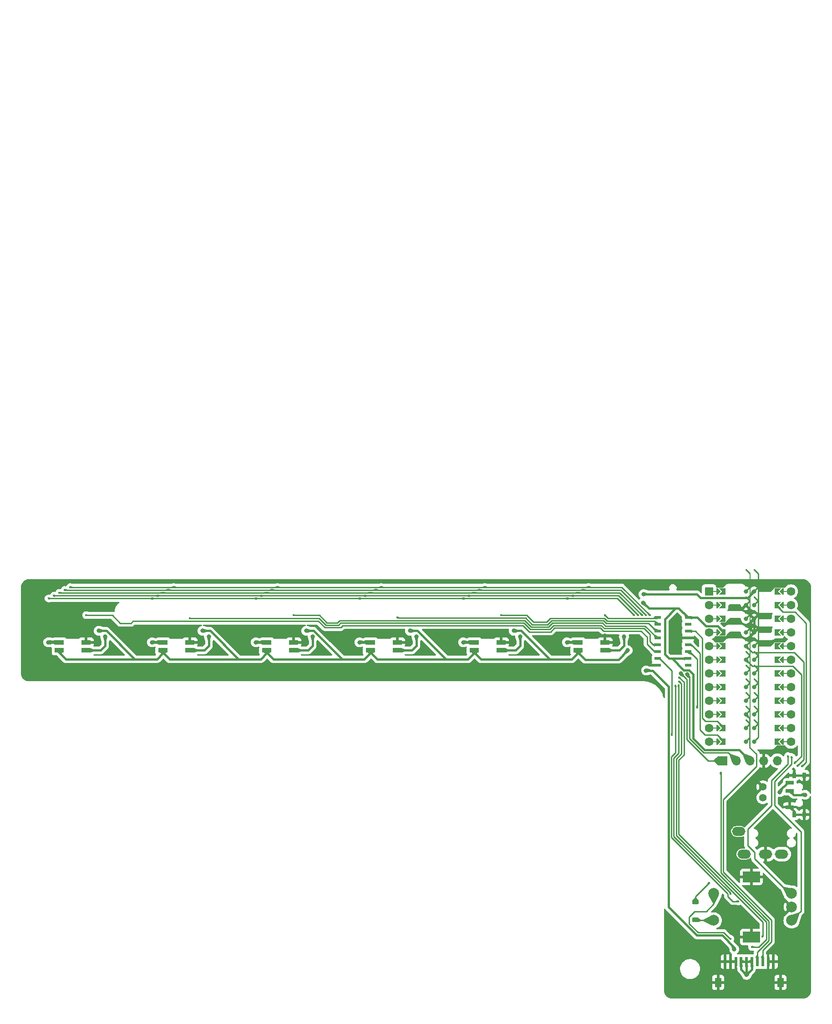
<source format=gtl>
G04 #@! TF.GenerationSoftware,KiCad,Pcbnew,7.0.5*
G04 #@! TF.CreationDate,2024-01-21T02:42:58-08:00*
G04 #@! TF.ProjectId,Seismos_5CoreLShift,53656973-6d6f-4735-9f35-436f72654c53,rev?*
G04 #@! TF.SameCoordinates,Original*
G04 #@! TF.FileFunction,Copper,L1,Top*
G04 #@! TF.FilePolarity,Positive*
%FSLAX46Y46*%
G04 Gerber Fmt 4.6, Leading zero omitted, Abs format (unit mm)*
G04 Created by KiCad (PCBNEW 7.0.5) date 2024-01-21 02:42:58*
%MOMM*%
%LPD*%
G01*
G04 APERTURE LIST*
G04 Aperture macros list*
%AMRoundRect*
0 Rectangle with rounded corners*
0 $1 Rounding radius*
0 $2 $3 $4 $5 $6 $7 $8 $9 X,Y pos of 4 corners*
0 Add a 4 corners polygon primitive as box body*
4,1,4,$2,$3,$4,$5,$6,$7,$8,$9,$2,$3,0*
0 Add four circle primitives for the rounded corners*
1,1,$1+$1,$2,$3*
1,1,$1+$1,$4,$5*
1,1,$1+$1,$6,$7*
1,1,$1+$1,$8,$9*
0 Add four rect primitives between the rounded corners*
20,1,$1+$1,$2,$3,$4,$5,0*
20,1,$1+$1,$4,$5,$6,$7,0*
20,1,$1+$1,$6,$7,$8,$9,0*
20,1,$1+$1,$8,$9,$2,$3,0*%
%AMFreePoly0*
4,1,5,0.125000,-0.500000,-0.125000,-0.500000,-0.125000,0.500000,0.125000,0.500000,0.125000,-0.500000,0.125000,-0.500000,$1*%
%AMFreePoly1*
4,1,6,0.600000,0.200000,0.000000,-0.400000,-0.600000,0.200000,-0.600000,0.400000,0.600000,0.400000,0.600000,0.200000,0.600000,0.200000,$1*%
%AMFreePoly2*
4,1,6,0.600000,-0.250000,-0.600000,-0.250000,-0.600000,1.000000,0.000000,0.400000,0.600000,1.000000,0.600000,-0.250000,0.600000,-0.250000,$1*%
%AMFreePoly3*
4,1,49,0.088388,4.152388,0.854389,3.386388,0.867767,3.368517,0.871157,3.365580,0.871925,3.362962,0.875711,3.357906,0.882287,3.327671,0.891000,3.298000,0.891000,0.766000,0.887823,0.743906,0.888144,0.739429,0.886835,0.737032,0.885937,0.730783,0.869213,0.704760,0.854389,0.677612,0.088388,-0.088388,0.064431,-0.106321,0.062500,-0.108253,0.061490,-0.108523,0.059906,-0.109710,
0.044798,-0.112996,0.000000,-0.125000,-0.004652,-0.123753,-0.008917,-0.124682,-0.028634,-0.117327,-0.062500,-0.108253,-0.068172,-0.102580,-0.074910,-0.100068,-0.087486,-0.083266,-0.108253,-0.062500,-0.111163,-0.051638,-0.117119,-0.043683,-0.118510,-0.024217,-0.125000,0.000000,-0.121245,0.014013,-0.122144,0.026571,-0.113772,0.041902,-0.108253,0.062500,-0.095631,0.075121,-0.088388,0.088388,
0.641000,0.817776,0.641000,3.246223,-0.088388,3.975612,-0.109710,4.004094,-0.124682,4.072917,-0.100068,4.138910,-0.043683,4.181119,0.026571,4.186144,0.088388,4.152388,0.088388,4.152388,$1*%
%AMFreePoly4*
4,1,49,0.088388,4.152388,0.850389,3.390388,0.863767,3.372517,0.867157,3.369580,0.867925,3.366962,0.871711,3.361906,0.878287,3.331671,0.887000,3.302000,0.887000,0.762000,0.883823,0.739906,0.884144,0.735429,0.882835,0.733032,0.881937,0.726783,0.865213,0.700760,0.850389,0.673612,0.088388,-0.088388,0.064431,-0.106321,0.062500,-0.108253,0.061490,-0.108523,0.059906,-0.109710,
0.044798,-0.112996,0.000000,-0.125000,-0.004652,-0.123753,-0.008917,-0.124682,-0.028634,-0.117327,-0.062500,-0.108253,-0.068172,-0.102580,-0.074910,-0.100068,-0.087486,-0.083266,-0.108253,-0.062500,-0.111163,-0.051638,-0.117119,-0.043683,-0.118510,-0.024217,-0.125000,0.000000,-0.121245,0.014013,-0.122144,0.026571,-0.113772,0.041902,-0.108253,0.062500,-0.095631,0.075121,-0.088388,0.088388,
0.637000,0.813776,0.637000,3.250223,-0.088388,3.975612,-0.109710,4.004094,-0.124682,4.072917,-0.100068,4.138910,-0.043683,4.181119,0.026571,4.186144,0.088388,4.152388,0.088388,4.152388,$1*%
G04 Aperture macros list end*
G04 #@! TA.AperFunction,ComponentPad*
%ADD10C,2.000000*%
G04 #@! TD*
G04 #@! TA.AperFunction,ComponentPad*
%ADD11R,3.200000X2.000000*%
G04 #@! TD*
G04 #@! TA.AperFunction,ComponentPad*
%ADD12O,2.500000X1.700000*%
G04 #@! TD*
G04 #@! TA.AperFunction,SMDPad,CuDef*
%ADD13R,1.803400X0.812800*%
G04 #@! TD*
G04 #@! TA.AperFunction,ComponentPad*
%ADD14R,1.700000X1.700000*%
G04 #@! TD*
G04 #@! TA.AperFunction,ComponentPad*
%ADD15O,1.700000X1.700000*%
G04 #@! TD*
G04 #@! TA.AperFunction,SMDPad,CuDef*
%ADD16R,0.600000X1.700000*%
G04 #@! TD*
G04 #@! TA.AperFunction,SMDPad,CuDef*
%ADD17R,1.200000X1.800000*%
G04 #@! TD*
G04 #@! TA.AperFunction,SMDPad,CuDef*
%ADD18R,1.500000X0.700000*%
G04 #@! TD*
G04 #@! TA.AperFunction,SMDPad,CuDef*
%ADD19R,0.800000X1.000000*%
G04 #@! TD*
G04 #@! TA.AperFunction,ComponentPad*
%ADD20C,1.400000*%
G04 #@! TD*
G04 #@! TA.AperFunction,ComponentPad*
%ADD21C,1.600000*%
G04 #@! TD*
G04 #@! TA.AperFunction,SMDPad,CuDef*
%ADD22FreePoly0,270.000000*%
G04 #@! TD*
G04 #@! TA.AperFunction,SMDPad,CuDef*
%ADD23FreePoly1,270.000000*%
G04 #@! TD*
G04 #@! TA.AperFunction,SMDPad,CuDef*
%ADD24FreePoly1,90.000000*%
G04 #@! TD*
G04 #@! TA.AperFunction,SMDPad,CuDef*
%ADD25FreePoly0,90.000000*%
G04 #@! TD*
G04 #@! TA.AperFunction,ComponentPad*
%ADD26R,1.600000X1.600000*%
G04 #@! TD*
G04 #@! TA.AperFunction,SMDPad,CuDef*
%ADD27FreePoly2,270.000000*%
G04 #@! TD*
G04 #@! TA.AperFunction,SMDPad,CuDef*
%ADD28FreePoly3,270.000000*%
G04 #@! TD*
G04 #@! TA.AperFunction,ComponentPad*
%ADD29C,0.800000*%
G04 #@! TD*
G04 #@! TA.AperFunction,SMDPad,CuDef*
%ADD30FreePoly4,90.000000*%
G04 #@! TD*
G04 #@! TA.AperFunction,SMDPad,CuDef*
%ADD31FreePoly2,90.000000*%
G04 #@! TD*
G04 #@! TA.AperFunction,SMDPad,CuDef*
%ADD32RoundRect,0.225000X-0.375000X0.225000X-0.375000X-0.225000X0.375000X-0.225000X0.375000X0.225000X0*%
G04 #@! TD*
G04 #@! TA.AperFunction,SMDPad,CuDef*
%ADD33R,1.200000X0.600000*%
G04 #@! TD*
G04 #@! TA.AperFunction,ViaPad*
%ADD34C,0.800000*%
G04 #@! TD*
G04 #@! TA.AperFunction,ViaPad*
%ADD35C,0.400000*%
G04 #@! TD*
G04 #@! TA.AperFunction,Conductor*
%ADD36C,0.381000*%
G04 #@! TD*
G04 #@! TA.AperFunction,Conductor*
%ADD37C,0.254000*%
G04 #@! TD*
G04 APERTURE END LIST*
D10*
X173390000Y-83460000D03*
X173390000Y-78460000D03*
X173390000Y-80960000D03*
D11*
X165890000Y-86560000D03*
X165890000Y-75360000D03*
D10*
X158890000Y-78460000D03*
X158890000Y-83460000D03*
D12*
X164530000Y-71125000D03*
X168530000Y-71125000D03*
X171530000Y-71125000D03*
X163530000Y-66925000D03*
D13*
X37148100Y-33249300D03*
X37148100Y-31750700D03*
X42151900Y-31750700D03*
X42151900Y-33249300D03*
X133648100Y-33249300D03*
X133648100Y-31750700D03*
X138651900Y-31750700D03*
X138651900Y-33249300D03*
X95048100Y-33249300D03*
X95048100Y-31750700D03*
X100051900Y-31750700D03*
X100051900Y-33249300D03*
X75748100Y-33249300D03*
X75748100Y-31750700D03*
X80751900Y-31750700D03*
X80751900Y-33249300D03*
D14*
X160556000Y-53766000D03*
D15*
X163096000Y-53766000D03*
X165636000Y-53766000D03*
X168176000Y-53766000D03*
X170716000Y-53766000D03*
D16*
X161000000Y-91114000D03*
X162000000Y-91114000D03*
X163000000Y-91115000D03*
X164000000Y-91115000D03*
X165000000Y-91115000D03*
X166000000Y-91115000D03*
X167000000Y-91115000D03*
X168000000Y-91115000D03*
X169000000Y-91115000D03*
X170000000Y-91115000D03*
D17*
X159700000Y-94990000D03*
X171300000Y-94990000D03*
D18*
X173050000Y-59382000D03*
D19*
X173835000Y-63782000D03*
X175765000Y-63782000D03*
X173835000Y-56482000D03*
X175765000Y-56482000D03*
D18*
X173050000Y-57882000D03*
X173050000Y-62382000D03*
D20*
X168050500Y-58632000D03*
X168050500Y-60632000D03*
D21*
X173256000Y-22286000D03*
D22*
X171986000Y-22286000D03*
D23*
X171478000Y-22286000D03*
D24*
X159794000Y-22286000D03*
D25*
X159286000Y-22286000D03*
D21*
X158016000Y-22286000D03*
D26*
X158016000Y-22286000D03*
D21*
X173256000Y-24826000D03*
D22*
X171986000Y-24826000D03*
D23*
X171478000Y-24826000D03*
D24*
X159794000Y-24826000D03*
D25*
X159286000Y-24826000D03*
D21*
X158016000Y-24826000D03*
X173256000Y-27366000D03*
D22*
X171986000Y-27366000D03*
D23*
X171478000Y-27366000D03*
D24*
X159794000Y-27366000D03*
D25*
X159286000Y-27366000D03*
D21*
X158016000Y-27366000D03*
X173256000Y-29906000D03*
D22*
X171986000Y-29906000D03*
D23*
X171478000Y-29906000D03*
D24*
X159794000Y-29906000D03*
D25*
X159286000Y-29906000D03*
D21*
X158016000Y-29906000D03*
X173256000Y-32446000D03*
D22*
X171986000Y-32446000D03*
D23*
X171478000Y-32446000D03*
D24*
X159794000Y-32446000D03*
D25*
X159286000Y-32446000D03*
D21*
X158016000Y-32446000D03*
X173256000Y-34986000D03*
D22*
X171986000Y-34986000D03*
D23*
X171478000Y-34986000D03*
D24*
X159794000Y-34986000D03*
D25*
X159286000Y-34986000D03*
D21*
X158016000Y-34986000D03*
X173256000Y-37526000D03*
D22*
X171986000Y-37526000D03*
D23*
X171478000Y-37526000D03*
D24*
X159794000Y-37526000D03*
D25*
X159286000Y-37526000D03*
D21*
X158016000Y-37526000D03*
X173256000Y-40066000D03*
D22*
X171986000Y-40066000D03*
D23*
X171478000Y-40066000D03*
D24*
X159794000Y-40066000D03*
D25*
X159286000Y-40066000D03*
D21*
X158016000Y-40066000D03*
X173256000Y-42606000D03*
D22*
X171986000Y-42606000D03*
D23*
X171478000Y-42606000D03*
D24*
X159794000Y-42606000D03*
D25*
X159286000Y-42606000D03*
D21*
X158016000Y-42606000D03*
X173256000Y-45146000D03*
D22*
X171986000Y-45146000D03*
D23*
X171478000Y-45146000D03*
D24*
X159794000Y-45146000D03*
D25*
X159286000Y-45146000D03*
D21*
X158016000Y-45146000D03*
X173256000Y-47686000D03*
D22*
X171986000Y-47686000D03*
D23*
X171478000Y-47686000D03*
D24*
X159794000Y-47686000D03*
D25*
X159286000Y-47686000D03*
D21*
X158016000Y-47686000D03*
X173256000Y-50226000D03*
D22*
X171986000Y-50226000D03*
D23*
X171478000Y-50226000D03*
D24*
X159794000Y-50226000D03*
D25*
X159286000Y-50226000D03*
D21*
X158016000Y-50226000D03*
D27*
X170462000Y-22286000D03*
D28*
X166398000Y-22286000D03*
D29*
X166398000Y-22286000D03*
D27*
X170462000Y-24826000D03*
D28*
X166398000Y-24826000D03*
D29*
X166398000Y-24826000D03*
D27*
X170462000Y-27366000D03*
D28*
X166398000Y-27366000D03*
D29*
X166398000Y-27366000D03*
D27*
X170462000Y-29906000D03*
D28*
X166398000Y-29906000D03*
D29*
X166398000Y-29906000D03*
D27*
X170462000Y-32446000D03*
D28*
X166398000Y-32446000D03*
D29*
X166398000Y-32446000D03*
D27*
X170462000Y-34986000D03*
D28*
X166398000Y-34986000D03*
D29*
X166398000Y-34986000D03*
D27*
X170462000Y-37526000D03*
D28*
X166398000Y-37526000D03*
D29*
X166398000Y-37526000D03*
D27*
X170462000Y-40066000D03*
D28*
X166398000Y-40066000D03*
D29*
X166398000Y-40066000D03*
D27*
X170462000Y-42606000D03*
D28*
X166398000Y-42606000D03*
D29*
X166398000Y-42606000D03*
D27*
X170462000Y-45146000D03*
D28*
X166398000Y-45146000D03*
D29*
X166398000Y-45146000D03*
D27*
X170462000Y-47686000D03*
D28*
X166398000Y-47686000D03*
D29*
X166398000Y-47686000D03*
D27*
X170462000Y-50226000D03*
D28*
X166398000Y-50226000D03*
D29*
X166398000Y-50226000D03*
D30*
X164874000Y-50226000D03*
D29*
X164874000Y-50226000D03*
D31*
X160810000Y-50226000D03*
D30*
X164874000Y-47686000D03*
D29*
X164874000Y-47686000D03*
D31*
X160810000Y-47686000D03*
D30*
X164874000Y-45146000D03*
D29*
X164874000Y-45146000D03*
D31*
X160810000Y-45146000D03*
D30*
X164874000Y-42606000D03*
D29*
X164874000Y-42606000D03*
D31*
X160810000Y-42606000D03*
D30*
X164874000Y-40066000D03*
D29*
X164874000Y-40066000D03*
D31*
X160810000Y-40066000D03*
D30*
X164874000Y-37526000D03*
D29*
X164874000Y-37526000D03*
D31*
X160810000Y-37526000D03*
D30*
X164874000Y-34986000D03*
D29*
X164874000Y-34986000D03*
D31*
X160810000Y-34986000D03*
D30*
X164874000Y-32446000D03*
D29*
X164874000Y-32446000D03*
D31*
X160810000Y-32446000D03*
D30*
X164874000Y-29906000D03*
D29*
X164874000Y-29906000D03*
D31*
X160810000Y-29906000D03*
D30*
X164874000Y-27366000D03*
D29*
X164874000Y-27366000D03*
D31*
X160810000Y-27366000D03*
D30*
X164874000Y-24826000D03*
D29*
X164874000Y-24826000D03*
D31*
X160810000Y-24826000D03*
D30*
X164874000Y-22286000D03*
D29*
X164874000Y-22286000D03*
D31*
X160810000Y-22286000D03*
D13*
X114348100Y-33249300D03*
X114348100Y-31750700D03*
X119351900Y-31750700D03*
X119351900Y-33249300D03*
D32*
X155500000Y-80050000D03*
X155500000Y-83350000D03*
D13*
X56448100Y-33249300D03*
X56448100Y-31750700D03*
X61451900Y-31750700D03*
X61451900Y-33249300D03*
D33*
X148500000Y-27155000D03*
X148500000Y-28425000D03*
X148500000Y-29695000D03*
X148500000Y-30965000D03*
X148500000Y-32235000D03*
X148500000Y-33505000D03*
X148500000Y-34775000D03*
X148500000Y-36045000D03*
X154100000Y-36045000D03*
X154100000Y-34775000D03*
X154100000Y-33505000D03*
X154100000Y-32235000D03*
X154100000Y-30965000D03*
X154100000Y-29695000D03*
X154100000Y-28425000D03*
X154100000Y-27155000D03*
D34*
X167600000Y-93600000D03*
X61400000Y-30200000D03*
X66500000Y-33600000D03*
X80700000Y-30200000D03*
X124400000Y-33600000D03*
X138651900Y-30500000D03*
X100000000Y-30200000D03*
X85800000Y-33600000D03*
X119300000Y-30200000D03*
X105100000Y-33600000D03*
X47200000Y-33600000D03*
X151300000Y-30000000D03*
X42100000Y-30200000D03*
D35*
X97050000Y-21490000D03*
X152436411Y-38263589D03*
X77750000Y-21490000D03*
X39150000Y-21490000D03*
X58450000Y-21490000D03*
X135650000Y-21490000D03*
X166000000Y-88400000D03*
X116350000Y-21490000D03*
X147000000Y-26700000D03*
X115350000Y-22016500D03*
X152464119Y-39035881D03*
X96050000Y-22016500D03*
X57450000Y-22016500D03*
X38150000Y-22016500D03*
X134650000Y-22016500D03*
X146277708Y-26722292D03*
X167973500Y-86469938D03*
X76750000Y-22016500D03*
X133650000Y-22543000D03*
X152373897Y-39690950D03*
X95050000Y-22543000D03*
X145552708Y-26697292D03*
X56450000Y-22543000D03*
X162015369Y-78475850D03*
X114350000Y-22543000D03*
X75750000Y-22543000D03*
X37150000Y-22543000D03*
X151787185Y-39848822D03*
X94050000Y-23069500D03*
X144830416Y-26719584D03*
X132650000Y-23069500D03*
X74750000Y-23069500D03*
X55450000Y-23069500D03*
X113350000Y-23069500D03*
X36150000Y-23069500D03*
X163469760Y-79930240D03*
D34*
X142900000Y-33250000D03*
X83100000Y-29600000D03*
X102400000Y-29600000D03*
X165000000Y-93600000D03*
X63800000Y-29600000D03*
X145775000Y-24375000D03*
X121700000Y-29600000D03*
X44500000Y-29600000D03*
X153991142Y-37736286D03*
X152775122Y-37539380D03*
X145824000Y-22794000D03*
D35*
X138650000Y-26700000D03*
X119350000Y-26700000D03*
X100050000Y-27138000D03*
X80750000Y-26700000D03*
X61450000Y-27300000D03*
X42150000Y-26700000D03*
D34*
X175900000Y-60100000D03*
D35*
X173400000Y-53073500D03*
X172700000Y-52900000D03*
D34*
X131600000Y-31750700D03*
X112300000Y-31750700D03*
X93000000Y-31750700D03*
X73700000Y-31750700D03*
X54400000Y-31750700D03*
D35*
X112350000Y-23596000D03*
X144058124Y-26691876D03*
X158050000Y-76450000D03*
X54450000Y-23596000D03*
X131650000Y-23596000D03*
X93050000Y-23596000D03*
X35150000Y-23596000D03*
X73750000Y-23596000D03*
X175310000Y-54800000D03*
D34*
X146300000Y-37000000D03*
X35100000Y-31750700D03*
X35400000Y-31750000D03*
X162716500Y-88820358D03*
D35*
X161990000Y-86882806D03*
X151090000Y-49000000D03*
D34*
X142200000Y-30700000D03*
X122900000Y-30700000D03*
X103600000Y-30700000D03*
X84300000Y-30700000D03*
X65000000Y-30700000D03*
X45700000Y-30700000D03*
D35*
X155800000Y-43900000D03*
X173945958Y-54180542D03*
X174450000Y-54750000D03*
X160200000Y-56000000D03*
D34*
X171200000Y-59600000D03*
D36*
X173835000Y-63167000D02*
X173050000Y-62382000D01*
X80700000Y-30200000D02*
X80751900Y-30251900D01*
X119351900Y-30251900D02*
X119351900Y-31750700D01*
X100000000Y-30200000D02*
X100051900Y-30251900D01*
X166398000Y-29906000D02*
X166398000Y-27366000D01*
X173835000Y-63782000D02*
X173835000Y-63167000D01*
X42100000Y-30200000D02*
X42151900Y-30251900D01*
X119300000Y-30200000D02*
X119351900Y-30251900D01*
X138651900Y-30500000D02*
X138651900Y-31750700D01*
X173835000Y-56482000D02*
X175765000Y-56482000D01*
X61451900Y-30251900D02*
X61451900Y-31750700D01*
X173835000Y-63782000D02*
X175765000Y-63782000D01*
X42151900Y-30251900D02*
X42151900Y-31750700D01*
X80751900Y-30251900D02*
X80751900Y-31750700D01*
X100051900Y-30251900D02*
X100051900Y-31750700D01*
X61400000Y-30200000D02*
X61451900Y-30251900D01*
D37*
X152379500Y-53620500D02*
X153354000Y-52646000D01*
X97050000Y-21490000D02*
X77750000Y-21490000D01*
X153354000Y-52646000D02*
X153354000Y-39181178D01*
X152379500Y-67453344D02*
X152379500Y-53620500D01*
X166000000Y-88400000D02*
X167304000Y-88400000D01*
X168700000Y-87004000D02*
X168700000Y-83773844D01*
X141790000Y-21490000D02*
X135650000Y-21490000D01*
X167304000Y-88400000D02*
X168700000Y-87004000D01*
X153354000Y-39181178D02*
X152436411Y-38263589D01*
X135650000Y-21490000D02*
X116350000Y-21490000D01*
X147000000Y-26700000D02*
X141790000Y-21490000D01*
X58450000Y-21490000D02*
X39150000Y-21490000D01*
X77750000Y-21490000D02*
X58450000Y-21490000D01*
X116350000Y-21490000D02*
X97050000Y-21490000D01*
X168700000Y-83773844D02*
X152379500Y-67453344D01*
X146277708Y-26722292D02*
X146277708Y-26677708D01*
X152900000Y-52457948D02*
X152900000Y-39471762D01*
X168046000Y-86397438D02*
X168046000Y-83761896D01*
X152900000Y-39471762D02*
X152464119Y-39035881D01*
X151925500Y-67641397D02*
X151925500Y-53432448D01*
X96050000Y-22016500D02*
X76750000Y-22016500D01*
X146277708Y-26677708D02*
X141616500Y-22016500D01*
X115350000Y-22016500D02*
X96050000Y-22016500D01*
X168046000Y-83761896D02*
X151925500Y-67641397D01*
X167973500Y-86469938D02*
X168046000Y-86397438D01*
X141616500Y-22016500D02*
X134650000Y-22016500D01*
X76750000Y-22016500D02*
X57450000Y-22016500D01*
X151925500Y-53432448D02*
X152900000Y-52457948D01*
X57450000Y-22016500D02*
X38150000Y-22016500D01*
X134650000Y-22016500D02*
X115350000Y-22016500D01*
X145552708Y-26697292D02*
X141398416Y-22543000D01*
X75750000Y-22543000D02*
X56450000Y-22543000D01*
X133650000Y-22543000D02*
X114350000Y-22543000D01*
X141398416Y-22543000D02*
X133650000Y-22543000D01*
X151471500Y-67829449D02*
X162015369Y-78373318D01*
X151471500Y-53244396D02*
X151471500Y-67829449D01*
X152346000Y-52369896D02*
X151471500Y-53244396D01*
X152346000Y-39718847D02*
X152346000Y-52369896D01*
X152373897Y-39690950D02*
X152346000Y-39718847D01*
X114350000Y-22543000D02*
X95050000Y-22543000D01*
X56450000Y-22543000D02*
X37150000Y-22543000D01*
X162015369Y-78373318D02*
X162015369Y-78475850D01*
X95050000Y-22543000D02*
X75750000Y-22543000D01*
X113349500Y-23070000D02*
X94050500Y-23070000D01*
X74749500Y-23070000D02*
X55450500Y-23070000D01*
X141180332Y-23069500D02*
X132650000Y-23069500D01*
X151787185Y-52286659D02*
X151787185Y-39848822D01*
X132649500Y-23070000D02*
X113350500Y-23070000D01*
X132650000Y-23069500D02*
X132649500Y-23070000D01*
X151017500Y-68017501D02*
X151017500Y-53056344D01*
X113350500Y-23070000D02*
X113350000Y-23069500D01*
X163469760Y-79930240D02*
X162430240Y-79930240D01*
X161489503Y-78489504D02*
X151017500Y-68017501D01*
X144830416Y-26719584D02*
X141180332Y-23069500D01*
X161489503Y-78989503D02*
X161489503Y-78489504D01*
X151017500Y-53056344D02*
X151787185Y-52286659D01*
X162430240Y-79930240D02*
X161489503Y-78989503D01*
X55449500Y-23070000D02*
X36150500Y-23070000D01*
X94049500Y-23070000D02*
X74750500Y-23070000D01*
D36*
X95048100Y-33751900D02*
X95048100Y-33249300D01*
X115592400Y-34900000D02*
X132500000Y-34900000D01*
X150575000Y-34775000D02*
X149800000Y-34000000D01*
X74600000Y-34900000D02*
X75748100Y-33751900D01*
X159619500Y-28715500D02*
X160810000Y-29906000D01*
X75748100Y-33249300D02*
X75748100Y-33655700D01*
X37148100Y-33249300D02*
X37148100Y-33655700D01*
X154100000Y-34775000D02*
X150575000Y-34775000D01*
X45900000Y-29600000D02*
X51200000Y-34900000D01*
X155100000Y-37727208D02*
X154272792Y-36900000D01*
X155100000Y-49626144D02*
X155100000Y-37727208D01*
X166000000Y-92600000D02*
X166000000Y-91115000D01*
X65200000Y-29600000D02*
X70500000Y-34900000D01*
X154100000Y-27155000D02*
X155855000Y-27155000D01*
X103800000Y-29600000D02*
X109100000Y-34900000D01*
X56448100Y-33655700D02*
X57692400Y-34900000D01*
X102400000Y-29600000D02*
X103800000Y-29600000D01*
X123100000Y-29600000D02*
X128400000Y-34900000D01*
X75748100Y-33751900D02*
X75748100Y-33249300D01*
X38392400Y-34900000D02*
X55300000Y-34900000D01*
X44500000Y-29600000D02*
X45900000Y-29600000D01*
X95048100Y-33249300D02*
X95048100Y-33655700D01*
X57692400Y-34900000D02*
X74600000Y-34900000D01*
X133648100Y-33751900D02*
X133648100Y-33249300D01*
X165000000Y-93600000D02*
X166000000Y-92600000D01*
X56448100Y-33751900D02*
X56448100Y-33249300D01*
X149800000Y-27446750D02*
X151800000Y-25446750D01*
X63800000Y-29600000D02*
X65200000Y-29600000D01*
X157415500Y-28715500D02*
X159619500Y-28715500D01*
X113200000Y-34900000D02*
X114348100Y-33751900D01*
X151149000Y-34775000D02*
X153274000Y-36900000D01*
X75748100Y-33655700D02*
X76992400Y-34900000D01*
X56448100Y-33249300D02*
X56448100Y-33655700D01*
X133648100Y-33655700D02*
X134992400Y-35000000D01*
X165000000Y-93600000D02*
X164000000Y-92600000D01*
X76992400Y-34900000D02*
X93900000Y-34900000D01*
X141150000Y-35000000D02*
X142900000Y-33250000D01*
X149800000Y-34000000D02*
X149800000Y-27446750D01*
X163620000Y-51750000D02*
X157223856Y-51750000D01*
X114348100Y-33751900D02*
X114348100Y-33249300D01*
X55300000Y-34900000D02*
X56448100Y-33751900D01*
X114348100Y-33655700D02*
X115592400Y-34900000D01*
X114348100Y-33249300D02*
X114348100Y-33655700D01*
X84500000Y-29600000D02*
X89800000Y-34900000D01*
X132500000Y-34900000D02*
X133648100Y-33751900D01*
X165636000Y-53766000D02*
X163620000Y-51750000D01*
X95048100Y-33655700D02*
X96292400Y-34900000D01*
X83100000Y-29600000D02*
X84500000Y-29600000D01*
X164000000Y-91115000D02*
X166000000Y-91115000D01*
X155855000Y-27155000D02*
X157415500Y-28715500D01*
X121700000Y-29600000D02*
X123100000Y-29600000D01*
X133648100Y-33249300D02*
X133648100Y-33655700D01*
X164000000Y-92600000D02*
X164000000Y-91115000D01*
X154100000Y-27155000D02*
X152391750Y-25446750D01*
X152391750Y-25446750D02*
X146846750Y-25446750D01*
X134992400Y-35000000D02*
X141150000Y-35000000D01*
X37148100Y-33655700D02*
X38392400Y-34900000D01*
X154272792Y-36900000D02*
X153274000Y-36900000D01*
X150575000Y-34775000D02*
X151149000Y-34775000D01*
X165000000Y-93600000D02*
X165000000Y-91115000D01*
X157223856Y-51750000D02*
X155100000Y-49626144D01*
X146846750Y-25446750D02*
X145775000Y-24375000D01*
X96292400Y-34900000D02*
X113200000Y-34900000D01*
X93900000Y-34900000D02*
X95048100Y-33751900D01*
D37*
X153991142Y-37736286D02*
X154365961Y-38111105D01*
X154365961Y-49623961D02*
X157009500Y-52267500D01*
X157009500Y-52267500D02*
X161597500Y-52267500D01*
X161597500Y-52267500D02*
X163096000Y-53766000D01*
X154365961Y-38111105D02*
X154365961Y-49623961D01*
X153699028Y-38463286D02*
X153911961Y-38676219D01*
X153264142Y-38028400D02*
X153264142Y-38037420D01*
X153911961Y-49812013D02*
X157865948Y-53766000D01*
X153690008Y-38463286D02*
X153699028Y-38463286D01*
X153264142Y-38037420D02*
X153690008Y-38463286D01*
X157865948Y-53766000D02*
X160556000Y-53766000D01*
X153911961Y-38676219D02*
X153911961Y-49812013D01*
X152775122Y-37539380D02*
X153264142Y-38028400D01*
D36*
X156412500Y-23476500D02*
X165207500Y-23476500D01*
X165207500Y-23476500D02*
X166398000Y-22286000D01*
X145824000Y-22794000D02*
X155730000Y-22794000D01*
X155730000Y-22794000D02*
X156412500Y-23476500D01*
D37*
X148355000Y-27300000D02*
X148500000Y-27155000D01*
X139250000Y-27300000D02*
X148355000Y-27300000D01*
X138650000Y-26700000D02*
X139250000Y-27300000D01*
X125327000Y-27977000D02*
X127795950Y-27977000D01*
X138557947Y-27250000D02*
X139107947Y-27800000D01*
X139107947Y-27800000D02*
X147875000Y-27800000D01*
X119350000Y-26700000D02*
X124050000Y-26700000D01*
X127795950Y-27977000D02*
X128522950Y-27250000D01*
X128522950Y-27250000D02*
X138557947Y-27250000D01*
X124050000Y-26700000D02*
X125327000Y-27977000D01*
X147875000Y-27800000D02*
X148500000Y-28425000D01*
X123934948Y-27227000D02*
X125138948Y-28431000D01*
X125138948Y-28431000D02*
X127984002Y-28431000D01*
X148216000Y-29695000D02*
X148500000Y-29695000D01*
X100139000Y-27227000D02*
X123934948Y-27227000D01*
X128711002Y-27704000D02*
X138369895Y-27704000D01*
X138369895Y-27704000D02*
X138919895Y-28254000D01*
X146775000Y-28254000D02*
X148216000Y-29695000D01*
X138919895Y-28254000D02*
X146775000Y-28254000D01*
X127984002Y-28431000D02*
X128711002Y-27704000D01*
X100050000Y-27138000D02*
X100139000Y-27227000D01*
X124950896Y-28885000D02*
X128172054Y-28885000D01*
X128172054Y-28885000D02*
X128899054Y-28158000D01*
X86950000Y-28100000D02*
X88900000Y-28100000D01*
X128899054Y-28158000D02*
X138181842Y-28158000D01*
X123765896Y-27700000D02*
X124950896Y-28885000D01*
X138181842Y-28158000D02*
X138731841Y-28708000D01*
X88900000Y-28100000D02*
X89300000Y-27700000D01*
X85550000Y-26700000D02*
X86950000Y-28100000D01*
X138731841Y-28708000D02*
X146108000Y-28708000D01*
X148365000Y-30965000D02*
X148500000Y-30965000D01*
X89300000Y-27700000D02*
X123765896Y-27700000D01*
X146108000Y-28708000D02*
X148365000Y-30965000D01*
X80750000Y-26700000D02*
X85550000Y-26700000D01*
X138543788Y-29162000D02*
X145919948Y-29162000D01*
X85507948Y-27300000D02*
X86761948Y-28554000D01*
X145919948Y-29162000D02*
X147000000Y-30242052D01*
X61450000Y-27300000D02*
X85507948Y-27300000D01*
X123577844Y-28154000D02*
X124762844Y-29339000D01*
X89488052Y-28154000D02*
X123577844Y-28154000D01*
X147588052Y-32235000D02*
X148500000Y-32235000D01*
X89088052Y-28554000D02*
X89488052Y-28154000D01*
X137993790Y-28612000D02*
X138543788Y-29162000D01*
X147000000Y-30242052D02*
X147000000Y-31646948D01*
X86761948Y-28554000D02*
X89088052Y-28554000D01*
X147000000Y-31646948D02*
X147588052Y-32235000D01*
X128360106Y-29339000D02*
X129087106Y-28612000D01*
X124762844Y-29339000D02*
X128360106Y-29339000D01*
X129087106Y-28612000D02*
X137993790Y-28612000D01*
X146500000Y-30800000D02*
X146500000Y-32100000D01*
X147905000Y-33505000D02*
X148500000Y-33505000D01*
X86573896Y-29008000D02*
X89500000Y-29008000D01*
X50873000Y-27827000D02*
X85273000Y-27827000D01*
X89500000Y-29008000D02*
X89900000Y-28608000D01*
X85273000Y-27827000D02*
X85332948Y-27767052D01*
X129275158Y-29066000D02*
X137805737Y-29066000D01*
X128548158Y-29793000D02*
X129275158Y-29066000D01*
X85332948Y-27767052D02*
X86573896Y-29008000D01*
X50500000Y-28200000D02*
X50873000Y-27827000D01*
X123389792Y-28608000D02*
X124574792Y-29793000D01*
X47000000Y-26700000D02*
X48500000Y-28200000D01*
X145354000Y-29654000D02*
X146500000Y-30800000D01*
X138393735Y-29654000D02*
X145354000Y-29654000D01*
X137805737Y-29066000D02*
X138393735Y-29654000D01*
X48500000Y-28200000D02*
X50500000Y-28200000D01*
X42150000Y-26700000D02*
X47000000Y-26700000D01*
X146500000Y-32100000D02*
X147905000Y-33505000D01*
X89900000Y-28608000D02*
X123389792Y-28608000D01*
X124574792Y-29793000D02*
X128548158Y-29793000D01*
D36*
X173050000Y-59382000D02*
X173768000Y-60100000D01*
X173768000Y-60100000D02*
X175900000Y-60100000D01*
D37*
X173390000Y-83460000D02*
X175100000Y-81750000D01*
X173400000Y-54417791D02*
X173400000Y-53073500D01*
X175100000Y-67000000D02*
X170200000Y-62100000D01*
X170200000Y-57617791D02*
X173400000Y-54417791D01*
X175100000Y-81750000D02*
X175100000Y-67000000D01*
X170200000Y-62100000D02*
X170200000Y-57617791D01*
X166500000Y-70800000D02*
X166500000Y-72000000D01*
X172700000Y-52900000D02*
X172700000Y-54341349D01*
X169600000Y-57441349D02*
X169600000Y-62100000D01*
X172960000Y-78460000D02*
X173390000Y-78460000D01*
X165200000Y-66500000D02*
X165200000Y-69500000D01*
X165200000Y-69500000D02*
X166500000Y-70800000D01*
X172700000Y-54341349D02*
X169600000Y-57441349D01*
X169600000Y-62100000D02*
X165200000Y-66500000D01*
X166500000Y-72000000D02*
X172960000Y-78460000D01*
D36*
X131600000Y-31750700D02*
X133648100Y-31750700D01*
X112300000Y-31750700D02*
X114348100Y-31750700D01*
X93000000Y-31750700D02*
X95048100Y-31750700D01*
X73700000Y-31750700D02*
X75748100Y-31750700D01*
X54400000Y-31750700D02*
X56448100Y-31750700D01*
D37*
X112350000Y-23596000D02*
X93050000Y-23596000D01*
X155500000Y-79000000D02*
X155500000Y-80072000D01*
X158050000Y-76450000D02*
X155500000Y-79000000D01*
X131650000Y-23596000D02*
X112350000Y-23596000D01*
X144058124Y-26691876D02*
X140962248Y-23596000D01*
X54450000Y-23596000D02*
X35150000Y-23596000D01*
X140962248Y-23596000D02*
X131650000Y-23596000D01*
X73750000Y-23596000D02*
X54450000Y-23596000D01*
X93050000Y-23596000D02*
X73750000Y-23596000D01*
X158890000Y-83460000D02*
X155588000Y-83460000D01*
X155588000Y-83460000D02*
X155500000Y-83372000D01*
X174000000Y-26100000D02*
X171736000Y-26100000D01*
X176100000Y-54010000D02*
X176100000Y-28200000D01*
X176100000Y-28200000D02*
X174000000Y-26100000D01*
X171736000Y-26100000D02*
X170462000Y-24826000D01*
X175310000Y-54800000D02*
X176100000Y-54010000D01*
D36*
X35100000Y-31750700D02*
X37148100Y-31750700D01*
X35400000Y-31750000D02*
X37100000Y-31750000D01*
X162716500Y-88516500D02*
X160450000Y-86250000D01*
X155750000Y-86250000D02*
X150500000Y-81000000D01*
X150500000Y-40000000D02*
X147500000Y-37000000D01*
X150500000Y-81000000D02*
X150500000Y-40000000D01*
X147500000Y-37000000D02*
X146300000Y-37000000D01*
X160450000Y-86250000D02*
X155750000Y-86250000D01*
X162716500Y-88820358D02*
X162716500Y-88516500D01*
D37*
X158890000Y-80410000D02*
X158890000Y-78460000D01*
X161990000Y-86882806D02*
X161917194Y-86882806D01*
X161917194Y-86882806D02*
X160766888Y-85732500D01*
X151090000Y-49000000D02*
X151090000Y-37065000D01*
X155964356Y-85732500D02*
X154300000Y-84068144D01*
X157500000Y-81800000D02*
X158890000Y-80410000D01*
X155300000Y-81800000D02*
X157500000Y-81800000D01*
X148800000Y-34775000D02*
X148500000Y-34775000D01*
X154300000Y-84068144D02*
X154300000Y-82800000D01*
X154300000Y-82800000D02*
X155300000Y-81800000D01*
X160766888Y-85732500D02*
X155964356Y-85732500D01*
X151090000Y-37065000D02*
X148800000Y-34775000D01*
D36*
X142200000Y-30700000D02*
X142200000Y-32400000D01*
X141350700Y-33249300D02*
X138651900Y-33249300D01*
X142200000Y-32400000D02*
X141350700Y-33249300D01*
X122050700Y-33249300D02*
X119351900Y-33249300D01*
X122900000Y-30700000D02*
X122900000Y-32400000D01*
X122900000Y-32400000D02*
X122050700Y-33249300D01*
X102750700Y-33249300D02*
X100051900Y-33249300D01*
X103600000Y-32400000D02*
X102750700Y-33249300D01*
X103600000Y-30700000D02*
X103600000Y-32400000D01*
X84300000Y-30700000D02*
X84300000Y-32400000D01*
X84300000Y-32400000D02*
X83450700Y-33249300D01*
X83450700Y-33249300D02*
X80751900Y-33249300D01*
X64150700Y-33249300D02*
X61451900Y-33249300D01*
X65000000Y-32400000D02*
X64150700Y-33249300D01*
X65000000Y-30700000D02*
X65000000Y-32400000D01*
X45700000Y-30700000D02*
X45700000Y-32400000D01*
X45700000Y-32400000D02*
X44850700Y-33249300D01*
X44850700Y-33249300D02*
X42151900Y-33249300D01*
D37*
X154384000Y-33505000D02*
X154100000Y-33505000D01*
X155800000Y-34921000D02*
X154384000Y-33505000D01*
X155800000Y-43900000D02*
X155800000Y-34921000D01*
X156800000Y-31000000D02*
X156800000Y-45809819D01*
X157390181Y-46400000D02*
X159524000Y-46400000D01*
X156800000Y-45809819D02*
X157390181Y-46400000D01*
X159524000Y-46400000D02*
X160810000Y-47686000D01*
X154100000Y-29695000D02*
X155495000Y-29695000D01*
X155495000Y-29695000D02*
X156800000Y-31000000D01*
X154735000Y-32235000D02*
X156327000Y-33827000D01*
X159584000Y-49000000D02*
X160810000Y-50226000D01*
X157300000Y-49000000D02*
X159584000Y-49000000D01*
X156327000Y-33827000D02*
X156327000Y-48027000D01*
X154100000Y-32235000D02*
X154735000Y-32235000D01*
X156327000Y-48027000D02*
X157300000Y-49000000D01*
X173600000Y-36200000D02*
X169887225Y-36200000D01*
X173945958Y-54180542D02*
X173945958Y-54154042D01*
X175192000Y-52908000D02*
X175192000Y-37792000D01*
X169883224Y-36204000D02*
X166092000Y-36204000D01*
X175192000Y-37792000D02*
X173600000Y-36200000D01*
X173945958Y-54154042D02*
X175192000Y-52908000D01*
X166092000Y-36204000D02*
X164874000Y-34986000D01*
X169887225Y-36200000D02*
X169883224Y-36204000D01*
X175646000Y-53554000D02*
X175646000Y-35446000D01*
X174450000Y-54750000D02*
X175646000Y-53554000D01*
X173864000Y-33664000D02*
X166092000Y-33664000D01*
X175646000Y-35446000D02*
X173864000Y-33664000D01*
X166092000Y-33664000D02*
X164874000Y-32446000D01*
X160654000Y-60946000D02*
X166813000Y-54787000D01*
X166813000Y-54787000D02*
X166813000Y-52513000D01*
X166813000Y-52513000D02*
X165601000Y-51301000D01*
X168000000Y-91115000D02*
X168000000Y-88988104D01*
X168000000Y-88988104D02*
X169608000Y-87380104D01*
X165601000Y-51301000D02*
X165601000Y-45873000D01*
X165601000Y-45873000D02*
X164874000Y-45146000D01*
X160654000Y-74443740D02*
X160654000Y-60946000D01*
X169608000Y-87380104D02*
X169608000Y-83397739D01*
X169608000Y-83397739D02*
X160654000Y-74443740D01*
X169154000Y-87192052D02*
X167000000Y-89346052D01*
X160200000Y-56000000D02*
X160200000Y-74631792D01*
X169154000Y-83585792D02*
X169154000Y-87192052D01*
X160200000Y-74631792D02*
X169154000Y-83585792D01*
X167000000Y-89346052D02*
X167000000Y-91115000D01*
D36*
X171200000Y-59600000D02*
X171200000Y-59332000D01*
X172650000Y-57882000D02*
X173050000Y-57882000D01*
X171200000Y-59332000D02*
X172650000Y-57882000D01*
G04 #@! TA.AperFunction,Conductor*
G36*
X147800744Y-29095755D02*
G01*
X148577722Y-29391167D01*
X148584237Y-29397310D01*
X148584802Y-29405358D01*
X148503281Y-29686816D01*
X148497688Y-29693809D01*
X148491462Y-29695247D01*
X147905588Y-29666135D01*
X147897495Y-29662301D01*
X147896707Y-29661330D01*
X147619944Y-29280754D01*
X147617850Y-29272050D01*
X147621132Y-29265604D01*
X147788318Y-29098418D01*
X147796590Y-29094992D01*
X147800744Y-29095755D01*
G37*
G04 #@! TD.AperFunction*
G04 #@! TA.AperFunction,Conductor*
G36*
X152376092Y-39690871D02*
G01*
X152549241Y-39763529D01*
X152555544Y-39769891D01*
X152556011Y-39777362D01*
X152475333Y-40076745D01*
X152469872Y-40083842D01*
X152464036Y-40085401D01*
X152229438Y-40085401D01*
X152221165Y-40081974D01*
X152217814Y-40075030D01*
X152192435Y-39853077D01*
X152192502Y-39849921D01*
X152192677Y-39848822D01*
X152190070Y-39832364D01*
X152190047Y-39832193D01*
X152175379Y-39703912D01*
X152177844Y-39695304D01*
X152185674Y-39690960D01*
X152186930Y-39690884D01*
X152371514Y-39689961D01*
X152376092Y-39690871D01*
G37*
G04 #@! TD.AperFunction*
G04 #@! TA.AperFunction,Conductor*
G36*
X115345022Y-21820892D02*
G01*
X115349879Y-21828415D01*
X115350069Y-21830457D01*
X115350999Y-22016499D01*
X115350069Y-22202542D01*
X115346601Y-22210797D01*
X115338310Y-22214183D01*
X115336268Y-22213993D01*
X114959599Y-22145251D01*
X114952076Y-22140394D01*
X114950000Y-22133741D01*
X114950000Y-21899258D01*
X114953427Y-21890985D01*
X114959598Y-21887748D01*
X115336268Y-21819006D01*
X115345022Y-21820892D01*
G37*
G04 #@! TD.AperFunction*
G04 #@! TA.AperFunction,Conductor*
G36*
X148085375Y-27827321D02*
G01*
X148396654Y-27999270D01*
X148615135Y-28119957D01*
X148620720Y-28126957D01*
X148620300Y-28134645D01*
X148504712Y-28415957D01*
X148498398Y-28422307D01*
X148490593Y-28422736D01*
X147908334Y-28251712D01*
X147901362Y-28246092D01*
X147899931Y-28240581D01*
X147898104Y-28007568D01*
X147901465Y-27999271D01*
X148071447Y-27829289D01*
X148079719Y-27825863D01*
X148085375Y-27827321D01*
G37*
G04 #@! TD.AperFunction*
G04 #@! TA.AperFunction,Conductor*
G36*
X154702838Y-32066588D02*
G01*
X154704769Y-32067937D01*
X155002630Y-32324354D01*
X155006664Y-32332349D01*
X155003864Y-32340854D01*
X155003270Y-32341494D01*
X154835207Y-32509557D01*
X154828918Y-32512815D01*
X154703784Y-32534348D01*
X154696563Y-32533279D01*
X154126242Y-32247783D01*
X154120378Y-32241016D01*
X154121017Y-32232084D01*
X154127784Y-32226220D01*
X154128247Y-32226076D01*
X154693945Y-32065549D01*
X154702838Y-32066588D01*
G37*
G04 #@! TD.AperFunction*
G04 #@! TA.AperFunction,Conductor*
G36*
X100137056Y-26958393D02*
G01*
X100137659Y-26958667D01*
X100419891Y-27096791D01*
X100425816Y-27103506D01*
X100426448Y-27107300D01*
X100426448Y-27341792D01*
X100423021Y-27350065D01*
X100414748Y-27353492D01*
X100414251Y-27353481D01*
X100061147Y-27338473D01*
X100053027Y-27334698D01*
X100049944Y-27326843D01*
X100049011Y-27140381D01*
X100049920Y-27135805D01*
X100121740Y-26964654D01*
X100128102Y-26958352D01*
X100137056Y-26958393D01*
G37*
G04 #@! TD.AperFunction*
G04 #@! TA.AperFunction,Conductor*
G36*
X55445010Y-22873901D02*
G01*
X55449876Y-22881418D01*
X55450069Y-22883474D01*
X55450999Y-23069500D01*
X55450069Y-23255559D01*
X55446601Y-23263815D01*
X55438311Y-23267201D01*
X55436282Y-23267013D01*
X55059712Y-23198742D01*
X55052183Y-23193895D01*
X55050099Y-23187230D01*
X55050099Y-22952745D01*
X55053526Y-22944472D01*
X55059683Y-22941238D01*
X55436255Y-22872026D01*
X55445010Y-22873901D01*
G37*
G04 #@! TD.AperFunction*
G04 #@! TA.AperFunction,Conductor*
G36*
X174130329Y-53804500D02*
G01*
X174296190Y-53970361D01*
X174299617Y-53978634D01*
X174297888Y-53984755D01*
X174135933Y-54248608D01*
X174128685Y-54253866D01*
X174121534Y-54253317D01*
X173947458Y-54182151D01*
X173943572Y-54179553D01*
X173813925Y-54048603D01*
X173810539Y-54040313D01*
X173814007Y-54032057D01*
X173815155Y-54031060D01*
X174114983Y-53803453D01*
X174123643Y-53801181D01*
X174130329Y-53804500D01*
G37*
G04 #@! TD.AperFunction*
G04 #@! TA.AperFunction,Conductor*
G36*
X75757118Y-33255096D02*
G01*
X75757136Y-33255108D01*
X76343130Y-33646933D01*
X76348103Y-33654380D01*
X76346353Y-33663162D01*
X76344048Y-33665704D01*
X76170172Y-33808362D01*
X76170171Y-33808364D01*
X75909014Y-34069521D01*
X75900741Y-34072948D01*
X75892491Y-34069545D01*
X75483105Y-33662478D01*
X75479655Y-33654214D01*
X75481616Y-33647699D01*
X75740897Y-33258347D01*
X75748333Y-33253362D01*
X75757118Y-33255096D01*
G37*
G04 #@! TD.AperFunction*
G04 #@! TA.AperFunction,Conductor*
G36*
X163464782Y-79734631D02*
G01*
X163469639Y-79742154D01*
X163469829Y-79744196D01*
X163470759Y-79930240D01*
X163469829Y-80116283D01*
X163466361Y-80124538D01*
X163458070Y-80127924D01*
X163456028Y-80127734D01*
X163079359Y-80058991D01*
X163071836Y-80054134D01*
X163069760Y-80047481D01*
X163069760Y-79812998D01*
X163073187Y-79804725D01*
X163079358Y-79801488D01*
X163456030Y-79732745D01*
X163464782Y-79734631D01*
G37*
G04 #@! TD.AperFunction*
G04 #@! TA.AperFunction,Conductor*
G36*
X168169588Y-86087786D02*
G01*
X168173015Y-86096044D01*
X168173484Y-86458281D01*
X168170068Y-86466558D01*
X168161843Y-86469996D01*
X167975886Y-86470926D01*
X167971300Y-86470015D01*
X167799530Y-86397935D01*
X167793227Y-86391573D01*
X167793267Y-86382621D01*
X167915983Y-86091514D01*
X167922355Y-86085222D01*
X167926765Y-86084359D01*
X168161315Y-86084359D01*
X168169588Y-86087786D01*
G37*
G04 #@! TD.AperFunction*
G04 #@! TA.AperFunction,Conductor*
G36*
X112345023Y-23400391D02*
G01*
X112349880Y-23407914D01*
X112350070Y-23409957D01*
X112350999Y-23595999D01*
X112350069Y-23782043D01*
X112346601Y-23790298D01*
X112338310Y-23793684D01*
X112336268Y-23793494D01*
X111959599Y-23724751D01*
X111952076Y-23719894D01*
X111950000Y-23713241D01*
X111950000Y-23478758D01*
X111953427Y-23470485D01*
X111959598Y-23467248D01*
X112336271Y-23398505D01*
X112345023Y-23400391D01*
G37*
G04 #@! TD.AperFunction*
G04 #@! TA.AperFunction,Conductor*
G36*
X147091422Y-36807125D02*
G01*
X147098480Y-36812634D01*
X147100000Y-36818401D01*
X147100000Y-37181598D01*
X147096573Y-37189871D01*
X147091421Y-37192874D01*
X146463020Y-37366798D01*
X146454132Y-37365702D01*
X146449101Y-37360025D01*
X146300875Y-37004499D01*
X146300855Y-36995550D01*
X146449101Y-36639973D01*
X146455447Y-36633657D01*
X146463020Y-36633201D01*
X147091422Y-36807125D01*
G37*
G04 #@! TD.AperFunction*
G04 #@! TA.AperFunction,Conductor*
G36*
X142539990Y-33100853D02*
G01*
X142896195Y-33247436D01*
X142902542Y-33253754D01*
X142902563Y-33253804D01*
X143049145Y-33610007D01*
X143049124Y-33618961D01*
X143044092Y-33624639D01*
X142476764Y-33946001D01*
X142467876Y-33947097D01*
X142462724Y-33944094D01*
X142205905Y-33687275D01*
X142202478Y-33679002D01*
X142203997Y-33673237D01*
X142525362Y-33105905D01*
X142532419Y-33100398D01*
X142539990Y-33100853D01*
G37*
G04 #@! TD.AperFunction*
G04 #@! TA.AperFunction,Conductor*
G36*
X93063721Y-23398504D02*
G01*
X93440401Y-23467248D01*
X93447924Y-23472105D01*
X93450000Y-23478758D01*
X93450000Y-23713241D01*
X93446573Y-23721514D01*
X93440401Y-23724751D01*
X93063731Y-23793494D01*
X93054977Y-23791608D01*
X93050120Y-23784085D01*
X93049930Y-23782043D01*
X93049627Y-23721514D01*
X93049000Y-23596000D01*
X93049930Y-23409954D01*
X93053397Y-23401701D01*
X93061687Y-23398315D01*
X93063721Y-23398504D01*
G37*
G04 #@! TD.AperFunction*
G04 #@! TA.AperFunction,Conductor*
G36*
X113345010Y-22873901D02*
G01*
X113349876Y-22881418D01*
X113350069Y-22883474D01*
X113350999Y-23069500D01*
X113350069Y-23255559D01*
X113346601Y-23263815D01*
X113338311Y-23267201D01*
X113336282Y-23267013D01*
X112959712Y-23198742D01*
X112952183Y-23193895D01*
X112950099Y-23187230D01*
X112950099Y-22952745D01*
X112953526Y-22944472D01*
X112959683Y-22941238D01*
X113336255Y-22872026D01*
X113345010Y-22873901D01*
G37*
G04 #@! TD.AperFunction*
G04 #@! TA.AperFunction,Conductor*
G36*
X152584459Y-38132070D02*
G01*
X152585769Y-38133649D01*
X152766512Y-38395091D01*
X152803506Y-38448601D01*
X152805392Y-38457355D01*
X152802155Y-38463527D01*
X152636349Y-38629333D01*
X152628076Y-38632760D01*
X152621423Y-38630684D01*
X152306471Y-38412947D01*
X152301614Y-38405424D01*
X152303500Y-38396670D01*
X152304810Y-38395091D01*
X152435704Y-38262882D01*
X152435704Y-38262881D01*
X152567913Y-38131987D01*
X152576203Y-38128602D01*
X152584459Y-38132070D01*
G37*
G04 #@! TD.AperFunction*
G04 #@! TA.AperFunction,Conductor*
G36*
X172886043Y-52899930D02*
G01*
X172894298Y-52903398D01*
X172897684Y-52911689D01*
X172897494Y-52913731D01*
X172828752Y-53290401D01*
X172823895Y-53297924D01*
X172817242Y-53300000D01*
X172582758Y-53300000D01*
X172574485Y-53296573D01*
X172571248Y-53290401D01*
X172502505Y-52913728D01*
X172504391Y-52904977D01*
X172511914Y-52900120D01*
X172513953Y-52899930D01*
X172700000Y-52899000D01*
X172886043Y-52899930D01*
G37*
G04 #@! TD.AperFunction*
G04 #@! TA.AperFunction,Conductor*
G36*
X81658660Y-32845588D02*
G01*
X82053789Y-33055500D01*
X82059488Y-33062407D01*
X82060000Y-33065832D01*
X82060000Y-33432767D01*
X82056573Y-33441040D01*
X82053789Y-33443099D01*
X81658664Y-33653009D01*
X81649750Y-33653865D01*
X81648372Y-33653346D01*
X80774598Y-33259969D01*
X80768461Y-33253448D01*
X80768732Y-33244497D01*
X80774598Y-33238631D01*
X81648373Y-32845252D01*
X81657323Y-32844982D01*
X81658660Y-32845588D01*
G37*
G04 #@! TD.AperFunction*
G04 #@! TA.AperFunction,Conductor*
G36*
X37163720Y-22345504D02*
G01*
X37540401Y-22414248D01*
X37547924Y-22419105D01*
X37550000Y-22425758D01*
X37550000Y-22660241D01*
X37546573Y-22668514D01*
X37540401Y-22671751D01*
X37163731Y-22740494D01*
X37154977Y-22738608D01*
X37150120Y-22731085D01*
X37149930Y-22729043D01*
X37149627Y-22668514D01*
X37149000Y-22543000D01*
X37149930Y-22356955D01*
X37153398Y-22348701D01*
X37161689Y-22345315D01*
X37163720Y-22345504D01*
G37*
G04 #@! TD.AperFunction*
G04 #@! TA.AperFunction,Conductor*
G36*
X165189871Y-92803427D02*
G01*
X165192874Y-92808579D01*
X165366798Y-93436979D01*
X165365702Y-93445867D01*
X165360024Y-93450899D01*
X165004501Y-93599123D01*
X164995548Y-93599143D01*
X164639974Y-93450898D01*
X164633657Y-93444552D01*
X164633201Y-93436979D01*
X164807126Y-92808579D01*
X164812635Y-92801520D01*
X164818402Y-92800000D01*
X165181598Y-92800000D01*
X165189871Y-92803427D01*
G37*
G04 #@! TD.AperFunction*
G04 #@! TA.AperFunction,Conductor*
G36*
X36251610Y-31346645D02*
G01*
X37125389Y-31740025D01*
X37131525Y-31746545D01*
X37131254Y-31755496D01*
X37125383Y-31761364D01*
X36251628Y-32154265D01*
X36242678Y-32154532D01*
X36241337Y-32153924D01*
X35846207Y-31943800D01*
X35840511Y-31936890D01*
X35840000Y-31933470D01*
X35840000Y-31566543D01*
X35843427Y-31558270D01*
X35846221Y-31556205D01*
X36241343Y-31346977D01*
X36250256Y-31346135D01*
X36251610Y-31346645D01*
G37*
G04 #@! TD.AperFunction*
G04 #@! TA.AperFunction,Conductor*
G36*
X56455759Y-33258001D02*
G01*
X56455773Y-33258019D01*
X56744124Y-33648203D01*
X56746285Y-33656893D01*
X56743596Y-33662774D01*
X56371683Y-34096361D01*
X56363695Y-34100410D01*
X56355185Y-34097625D01*
X56354529Y-34097017D01*
X56094044Y-33836532D01*
X55910298Y-33665282D01*
X55906582Y-33657135D01*
X55909716Y-33648746D01*
X55911297Y-33647331D01*
X56439394Y-33255575D01*
X56448079Y-33253399D01*
X56455759Y-33258001D01*
G37*
G04 #@! TD.AperFunction*
G04 #@! TA.AperFunction,Conductor*
G36*
X145367693Y-26330195D02*
G01*
X145631074Y-26512279D01*
X145682647Y-26547933D01*
X145687504Y-26555456D01*
X145685618Y-26564210D01*
X145684308Y-26565789D01*
X145553414Y-26697998D01*
X145421205Y-26828892D01*
X145412915Y-26832278D01*
X145404659Y-26828810D01*
X145403349Y-26827231D01*
X145314006Y-26697998D01*
X145185611Y-26512277D01*
X145183726Y-26503525D01*
X145186961Y-26497355D01*
X145352770Y-26331546D01*
X145361042Y-26328120D01*
X145367693Y-26330195D01*
G37*
G04 #@! TD.AperFunction*
G04 #@! TA.AperFunction,Conductor*
G36*
X83891422Y-29407125D02*
G01*
X83898480Y-29412634D01*
X83900000Y-29418401D01*
X83900000Y-29781598D01*
X83896573Y-29789871D01*
X83891421Y-29792874D01*
X83263020Y-29966798D01*
X83254132Y-29965702D01*
X83249101Y-29960025D01*
X83100875Y-29604499D01*
X83100855Y-29595550D01*
X83249101Y-29239973D01*
X83255447Y-29233657D01*
X83263020Y-29233201D01*
X83891422Y-29407125D01*
G37*
G04 #@! TD.AperFunction*
G04 #@! TA.AperFunction,Conductor*
G36*
X168128514Y-89968427D02*
G01*
X168130376Y-89970855D01*
X168297312Y-90260339D01*
X168298477Y-90269218D01*
X168298211Y-90270074D01*
X168011034Y-91084700D01*
X168005052Y-91091363D01*
X167996110Y-91091844D01*
X167989447Y-91085862D01*
X167988966Y-91084700D01*
X167961010Y-91005400D01*
X167701788Y-90270072D01*
X167702269Y-90261132D01*
X167702678Y-90260356D01*
X167869623Y-89970855D01*
X167876725Y-89965400D01*
X167879759Y-89965000D01*
X168120241Y-89965000D01*
X168128514Y-89968427D01*
G37*
G04 #@! TD.AperFunction*
G04 #@! TA.AperFunction,Conductor*
G36*
X76745022Y-21820892D02*
G01*
X76749879Y-21828415D01*
X76750069Y-21830457D01*
X76750999Y-22016499D01*
X76750069Y-22202542D01*
X76746601Y-22210797D01*
X76738310Y-22214183D01*
X76736268Y-22213993D01*
X76359599Y-22145251D01*
X76352076Y-22140394D01*
X76350000Y-22133741D01*
X76350000Y-21899258D01*
X76353427Y-21890985D01*
X76359598Y-21887748D01*
X76736268Y-21819006D01*
X76745022Y-21820892D01*
G37*
G04 #@! TD.AperFunction*
G04 #@! TA.AperFunction,Conductor*
G36*
X164576763Y-92903997D02*
G01*
X165144093Y-93225361D01*
X165149601Y-93232419D01*
X165149145Y-93239992D01*
X165002563Y-93596195D01*
X164996245Y-93602542D01*
X164996195Y-93602563D01*
X164639992Y-93749145D01*
X164631038Y-93749124D01*
X164625361Y-93744093D01*
X164303997Y-93176763D01*
X164302902Y-93167876D01*
X164305903Y-93162726D01*
X164562725Y-92905904D01*
X164570997Y-92902478D01*
X164576763Y-92903997D01*
G37*
G04 #@! TD.AperFunction*
G04 #@! TA.AperFunction,Conductor*
G36*
X153504216Y-34477109D02*
G01*
X153504490Y-34477241D01*
X153979391Y-34714296D01*
X154080029Y-34764532D01*
X154085901Y-34771293D01*
X154085272Y-34780225D01*
X154080029Y-34785468D01*
X153504506Y-35072750D01*
X153495574Y-35073379D01*
X153495269Y-35073273D01*
X153207688Y-34968306D01*
X153201092Y-34962250D01*
X153200000Y-34957315D01*
X153200000Y-34592684D01*
X153203427Y-34584411D01*
X153207684Y-34581695D01*
X153495270Y-34476726D01*
X153504216Y-34477109D01*
G37*
G04 #@! TD.AperFunction*
G04 #@! TA.AperFunction,Conductor*
G36*
X54463721Y-23398504D02*
G01*
X54840401Y-23467248D01*
X54847924Y-23472105D01*
X54850000Y-23478758D01*
X54850000Y-23713241D01*
X54846573Y-23721514D01*
X54840401Y-23724751D01*
X54463731Y-23793494D01*
X54454977Y-23791608D01*
X54450120Y-23784085D01*
X54449930Y-23782043D01*
X54449627Y-23721514D01*
X54449000Y-23596000D01*
X54449930Y-23409954D01*
X54453397Y-23401701D01*
X54461687Y-23398315D01*
X54463721Y-23398504D01*
G37*
G04 #@! TD.AperFunction*
G04 #@! TA.AperFunction,Conductor*
G36*
X36191294Y-31557819D02*
G01*
X36198347Y-31563336D01*
X36199861Y-31569092D01*
X36199861Y-31932289D01*
X36196434Y-31940562D01*
X36191271Y-31943568D01*
X35563013Y-32116810D01*
X35554127Y-32115706D01*
X35549104Y-32110033D01*
X35479702Y-31943568D01*
X35400875Y-31754499D01*
X35400855Y-31745550D01*
X35549097Y-31389983D01*
X35555443Y-31383667D01*
X35563026Y-31383214D01*
X36191294Y-31557819D01*
G37*
G04 #@! TD.AperFunction*
G04 #@! TA.AperFunction,Conductor*
G36*
X159802162Y-78837816D02*
G01*
X159808489Y-78844154D01*
X159808480Y-78853108D01*
X159808082Y-78853967D01*
X158951779Y-80520882D01*
X158944951Y-80526675D01*
X158936026Y-80525943D01*
X158933099Y-80523809D01*
X158766092Y-80356802D01*
X158764018Y-80353991D01*
X157972113Y-78854035D01*
X157971281Y-78845119D01*
X157976998Y-78838226D01*
X157977960Y-78837773D01*
X158886223Y-78461151D01*
X158895176Y-78461149D01*
X159802162Y-78837816D01*
G37*
G04 #@! TD.AperFunction*
G04 #@! TA.AperFunction,Conductor*
G36*
X56445022Y-22347392D02*
G01*
X56449879Y-22354915D01*
X56450069Y-22356957D01*
X56450999Y-22542999D01*
X56450069Y-22729043D01*
X56446601Y-22737298D01*
X56438310Y-22740684D01*
X56436268Y-22740494D01*
X56059599Y-22671751D01*
X56052076Y-22666894D01*
X56050000Y-22660241D01*
X56050000Y-22425758D01*
X56053427Y-22417485D01*
X56059598Y-22414248D01*
X56436268Y-22345506D01*
X56445022Y-22347392D01*
G37*
G04 #@! TD.AperFunction*
G04 #@! TA.AperFunction,Conductor*
G36*
X146615422Y-22601125D02*
G01*
X146622480Y-22606634D01*
X146624000Y-22612401D01*
X146624000Y-22975598D01*
X146620573Y-22983871D01*
X146615421Y-22986874D01*
X145987020Y-23160798D01*
X145978132Y-23159702D01*
X145973101Y-23154025D01*
X145824875Y-22798499D01*
X145824855Y-22789550D01*
X145973101Y-22433973D01*
X145979447Y-22427657D01*
X145987020Y-22427201D01*
X146615422Y-22601125D01*
G37*
G04 #@! TD.AperFunction*
G04 #@! TA.AperFunction,Conductor*
G36*
X77745022Y-21294391D02*
G01*
X77749879Y-21301914D01*
X77750069Y-21303956D01*
X77750999Y-21490000D01*
X77750069Y-21676042D01*
X77746601Y-21684297D01*
X77738310Y-21687683D01*
X77736268Y-21687493D01*
X77359599Y-21618751D01*
X77352076Y-21613894D01*
X77350000Y-21607241D01*
X77350000Y-21372758D01*
X77353427Y-21364485D01*
X77359598Y-21361248D01*
X77736270Y-21292505D01*
X77745022Y-21294391D01*
G37*
G04 #@! TD.AperFunction*
G04 #@! TA.AperFunction,Conductor*
G36*
X115363731Y-21819006D02*
G01*
X115490429Y-21842128D01*
X115740401Y-21887748D01*
X115747924Y-21892605D01*
X115750000Y-21899258D01*
X115750000Y-22133741D01*
X115746573Y-22142014D01*
X115740401Y-22145251D01*
X115363731Y-22213993D01*
X115354977Y-22212107D01*
X115350120Y-22204584D01*
X115349930Y-22202542D01*
X115349627Y-22142014D01*
X115349000Y-22016500D01*
X115349930Y-21830456D01*
X115353398Y-21822202D01*
X115361689Y-21818816D01*
X115363731Y-21819006D01*
G37*
G04 #@! TD.AperFunction*
G04 #@! TA.AperFunction,Conductor*
G36*
X165242072Y-34837241D02*
G01*
X165248221Y-34843198D01*
X165526132Y-35454501D01*
X165526436Y-35463450D01*
X165523754Y-35467616D01*
X165355616Y-35635754D01*
X165347343Y-35639181D01*
X165342501Y-35638132D01*
X164731198Y-35360221D01*
X164725085Y-35353677D01*
X164725219Y-35345119D01*
X164871437Y-34989802D01*
X164877753Y-34983457D01*
X165233119Y-34837220D01*
X165242072Y-34837241D01*
G37*
G04 #@! TD.AperFunction*
G04 #@! TA.AperFunction,Conductor*
G36*
X39163720Y-21292504D02*
G01*
X39540401Y-21361248D01*
X39547924Y-21366105D01*
X39550000Y-21372758D01*
X39550000Y-21607241D01*
X39546573Y-21615514D01*
X39540401Y-21618751D01*
X39163731Y-21687493D01*
X39154977Y-21685607D01*
X39150120Y-21678084D01*
X39149930Y-21676042D01*
X39149627Y-21615514D01*
X39149000Y-21490000D01*
X39149930Y-21303955D01*
X39153398Y-21295701D01*
X39161689Y-21292315D01*
X39163720Y-21292504D01*
G37*
G04 #@! TD.AperFunction*
G04 #@! TA.AperFunction,Conductor*
G36*
X161990670Y-52476564D02*
G01*
X163409647Y-52976602D01*
X163416311Y-52982584D01*
X163416793Y-52991526D01*
X163416572Y-52992103D01*
X163098562Y-53762214D01*
X163092237Y-53768553D01*
X163092214Y-53768562D01*
X162322103Y-54086572D01*
X162313148Y-54086563D01*
X162306823Y-54080224D01*
X162306602Y-54079647D01*
X161806565Y-52660671D01*
X161807047Y-52651729D01*
X161809324Y-52648512D01*
X161978510Y-52479326D01*
X161986782Y-52475900D01*
X161990670Y-52476564D01*
G37*
G04 #@! TD.AperFunction*
G04 #@! TA.AperFunction,Conductor*
G36*
X55463742Y-22872025D02*
G01*
X55840316Y-22941238D01*
X55847833Y-22946104D01*
X55849901Y-22952745D01*
X55849900Y-23187230D01*
X55846473Y-23195503D01*
X55840287Y-23198742D01*
X55463717Y-23267013D01*
X55454965Y-23265117D01*
X55450118Y-23257588D01*
X55449930Y-23255559D01*
X55449637Y-23197000D01*
X55449000Y-23069500D01*
X55449930Y-22883473D01*
X55453398Y-22875219D01*
X55461689Y-22871833D01*
X55463742Y-22872025D01*
G37*
G04 #@! TD.AperFunction*
G04 #@! TA.AperFunction,Conductor*
G36*
X103191422Y-29407125D02*
G01*
X103198480Y-29412634D01*
X103200000Y-29418401D01*
X103200000Y-29781598D01*
X103196573Y-29789871D01*
X103191421Y-29792874D01*
X102563020Y-29966798D01*
X102554132Y-29965702D01*
X102549101Y-29960025D01*
X102400875Y-29604499D01*
X102400855Y-29595550D01*
X102549101Y-29239973D01*
X102555447Y-29233657D01*
X102563020Y-29233201D01*
X103191422Y-29407125D01*
G37*
G04 #@! TD.AperFunction*
G04 #@! TA.AperFunction,Conductor*
G36*
X58463720Y-21292504D02*
G01*
X58840401Y-21361248D01*
X58847924Y-21366105D01*
X58850000Y-21372758D01*
X58850000Y-21607241D01*
X58846573Y-21615514D01*
X58840401Y-21618751D01*
X58463731Y-21687493D01*
X58454977Y-21685607D01*
X58450120Y-21678084D01*
X58449930Y-21676042D01*
X58449627Y-21615514D01*
X58449000Y-21490000D01*
X58449930Y-21303955D01*
X58453398Y-21295701D01*
X58461689Y-21292315D01*
X58463720Y-21292504D01*
G37*
G04 #@! TD.AperFunction*
G04 #@! TA.AperFunction,Conductor*
G36*
X75763731Y-22345506D02*
G01*
X75890429Y-22368628D01*
X76140401Y-22414248D01*
X76147924Y-22419105D01*
X76150000Y-22425758D01*
X76150000Y-22660241D01*
X76146573Y-22668514D01*
X76140401Y-22671751D01*
X75763731Y-22740494D01*
X75754977Y-22738608D01*
X75750120Y-22731085D01*
X75749930Y-22729043D01*
X75749627Y-22668514D01*
X75749000Y-22543000D01*
X75749930Y-22356956D01*
X75753398Y-22348702D01*
X75761689Y-22345316D01*
X75763731Y-22345506D01*
G37*
G04 #@! TD.AperFunction*
G04 #@! TA.AperFunction,Conductor*
G36*
X146143961Y-24225875D02*
G01*
X146149639Y-24230907D01*
X146471001Y-24798235D01*
X146472097Y-24807123D01*
X146469094Y-24812275D01*
X146212275Y-25069094D01*
X146204002Y-25072521D01*
X146198235Y-25071001D01*
X145741484Y-24812275D01*
X145630906Y-24749638D01*
X145625398Y-24742580D01*
X145625853Y-24735009D01*
X145772437Y-24378802D01*
X145778753Y-24372457D01*
X146135009Y-24225854D01*
X146143961Y-24225875D01*
G37*
G04 #@! TD.AperFunction*
G04 #@! TA.AperFunction,Conductor*
G36*
X153730596Y-26513712D02*
G01*
X154121416Y-26783898D01*
X154216514Y-26849642D01*
X154221371Y-26857165D01*
X154220683Y-26863713D01*
X154104712Y-27145957D01*
X154098398Y-27152307D01*
X154090593Y-27152736D01*
X153506554Y-26981189D01*
X153499582Y-26975569D01*
X153498455Y-26972613D01*
X153454633Y-26783895D01*
X153456100Y-26775065D01*
X153457753Y-26772983D01*
X153715673Y-26515063D01*
X153723945Y-26511637D01*
X153730596Y-26513712D01*
G37*
G04 #@! TD.AperFunction*
G04 #@! TA.AperFunction,Conductor*
G36*
X43058660Y-32845588D02*
G01*
X43453789Y-33055500D01*
X43459488Y-33062407D01*
X43460000Y-33065832D01*
X43460000Y-33432767D01*
X43456573Y-33441040D01*
X43453789Y-33443099D01*
X43058664Y-33653009D01*
X43049750Y-33653865D01*
X43048372Y-33653346D01*
X42174598Y-33259969D01*
X42168461Y-33253448D01*
X42168732Y-33244497D01*
X42174598Y-33238631D01*
X43048373Y-32845252D01*
X43057323Y-32844982D01*
X43058660Y-32845588D01*
G37*
G04 #@! TD.AperFunction*
G04 #@! TA.AperFunction,Conductor*
G36*
X55551623Y-31346651D02*
G01*
X55859374Y-31485202D01*
X56425401Y-31740031D01*
X56431538Y-31746552D01*
X56431267Y-31755503D01*
X56425401Y-31761369D01*
X55551627Y-32154746D01*
X55542676Y-32155017D01*
X55541335Y-32154409D01*
X55146211Y-31944499D01*
X55140512Y-31937592D01*
X55140000Y-31934167D01*
X55140000Y-31567232D01*
X55143427Y-31558959D01*
X55146209Y-31556901D01*
X55541336Y-31346989D01*
X55550249Y-31346134D01*
X55551623Y-31346651D01*
G37*
G04 #@! TD.AperFunction*
G04 #@! TA.AperFunction,Conductor*
G36*
X139558660Y-32845588D02*
G01*
X139953789Y-33055500D01*
X139959488Y-33062407D01*
X139960000Y-33065832D01*
X139960000Y-33432767D01*
X139956573Y-33441040D01*
X139953789Y-33443099D01*
X139558664Y-33653009D01*
X139549750Y-33653865D01*
X139548372Y-33653346D01*
X138674598Y-33259969D01*
X138668461Y-33253448D01*
X138668732Y-33244497D01*
X138674598Y-33238631D01*
X139548373Y-32845252D01*
X139557323Y-32844982D01*
X139558660Y-32845588D01*
G37*
G04 #@! TD.AperFunction*
G04 #@! TA.AperFunction,Conductor*
G36*
X156040908Y-82970746D02*
G01*
X156545083Y-83329501D01*
X156549837Y-83337090D01*
X156550000Y-83339034D01*
X156550000Y-83578561D01*
X156546573Y-83586834D01*
X156541993Y-83589663D01*
X155967713Y-83780674D01*
X155958781Y-83780033D01*
X155956021Y-83778111D01*
X155509395Y-83359737D01*
X155505700Y-83351580D01*
X155508855Y-83343199D01*
X155510563Y-83341699D01*
X156027308Y-82970775D01*
X156036026Y-82968736D01*
X156040908Y-82970746D01*
G37*
G04 #@! TD.AperFunction*
G04 #@! TA.AperFunction,Conductor*
G36*
X96045022Y-21820892D02*
G01*
X96049879Y-21828415D01*
X96050069Y-21830457D01*
X96050999Y-22016499D01*
X96050069Y-22202542D01*
X96046601Y-22210797D01*
X96038310Y-22214183D01*
X96036268Y-22213993D01*
X95659599Y-22145251D01*
X95652076Y-22140394D01*
X95650000Y-22133741D01*
X95650000Y-21899258D01*
X95653427Y-21890985D01*
X95659598Y-21887748D01*
X96036268Y-21819006D01*
X96045022Y-21820892D01*
G37*
G04 #@! TD.AperFunction*
G04 #@! TA.AperFunction,Conductor*
G36*
X173586043Y-53073430D02*
G01*
X173594298Y-53076898D01*
X173597684Y-53085189D01*
X173597494Y-53087231D01*
X173528752Y-53463901D01*
X173523895Y-53471424D01*
X173517242Y-53473500D01*
X173282758Y-53473500D01*
X173274485Y-53470073D01*
X173271248Y-53463901D01*
X173202505Y-53087228D01*
X173204391Y-53078477D01*
X173211914Y-53073620D01*
X173213953Y-53073430D01*
X173400000Y-53072500D01*
X173586043Y-53073430D01*
G37*
G04 #@! TD.AperFunction*
G04 #@! TA.AperFunction,Conductor*
G36*
X36191422Y-31557125D02*
G01*
X36198480Y-31562634D01*
X36200000Y-31568401D01*
X36200000Y-31931598D01*
X36196573Y-31939871D01*
X36191421Y-31942874D01*
X35563020Y-32116798D01*
X35554132Y-32115702D01*
X35549101Y-32110025D01*
X35400875Y-31754499D01*
X35400855Y-31745550D01*
X35549101Y-31389973D01*
X35555447Y-31383657D01*
X35563020Y-31383201D01*
X36191422Y-31557125D01*
G37*
G04 #@! TD.AperFunction*
G04 #@! TA.AperFunction,Conductor*
G36*
X166013720Y-88202504D02*
G01*
X166390401Y-88271248D01*
X166397924Y-88276105D01*
X166400000Y-88282758D01*
X166400000Y-88517241D01*
X166396573Y-88525514D01*
X166390401Y-88528751D01*
X166013731Y-88597494D01*
X166004977Y-88595608D01*
X166000120Y-88588085D01*
X165999930Y-88586043D01*
X165999627Y-88525514D01*
X165999000Y-88400000D01*
X165999930Y-88213955D01*
X166003398Y-88205701D01*
X166011689Y-88202315D01*
X166013720Y-88202504D01*
G37*
G04 #@! TD.AperFunction*
G04 #@! TA.AperFunction,Conductor*
G36*
X154704704Y-26856717D02*
G01*
X154992313Y-26961694D01*
X154998908Y-26967749D01*
X155000000Y-26972684D01*
X155000000Y-27337315D01*
X154996573Y-27345588D01*
X154992312Y-27348306D01*
X154704730Y-27453273D01*
X154695783Y-27452890D01*
X154695493Y-27452750D01*
X154464238Y-27337315D01*
X154119969Y-27165467D01*
X154114098Y-27158707D01*
X154114727Y-27149775D01*
X154119969Y-27144532D01*
X154695494Y-26857248D01*
X154704425Y-26856620D01*
X154704704Y-26856717D01*
G37*
G04 #@! TD.AperFunction*
G04 #@! TA.AperFunction,Conductor*
G36*
X116363720Y-21292504D02*
G01*
X116740401Y-21361248D01*
X116747924Y-21366105D01*
X116750000Y-21372758D01*
X116750000Y-21607241D01*
X116746573Y-21615514D01*
X116740401Y-21618751D01*
X116363731Y-21687493D01*
X116354977Y-21685607D01*
X116350120Y-21678084D01*
X116349930Y-21676042D01*
X116349627Y-21615514D01*
X116349000Y-21490000D01*
X116349930Y-21303955D01*
X116353398Y-21295701D01*
X116361689Y-21292315D01*
X116363720Y-21292504D01*
G37*
G04 #@! TD.AperFunction*
G04 #@! TA.AperFunction,Conductor*
G36*
X165010553Y-91144137D02*
G01*
X165011034Y-91145299D01*
X165298604Y-91961040D01*
X165298561Y-91968942D01*
X165193306Y-92257312D01*
X165187250Y-92263908D01*
X165182315Y-92265000D01*
X164817685Y-92265000D01*
X164809412Y-92261573D01*
X164806694Y-92257312D01*
X164793398Y-92220886D01*
X164701437Y-91968939D01*
X164701395Y-91961042D01*
X164988966Y-91145298D01*
X164994948Y-91138636D01*
X165003890Y-91138155D01*
X165010553Y-91144137D01*
G37*
G04 #@! TD.AperFunction*
G04 #@! TA.AperFunction,Conductor*
G36*
X160386043Y-55999930D02*
G01*
X160394298Y-56003398D01*
X160397684Y-56011689D01*
X160397494Y-56013731D01*
X160328752Y-56390401D01*
X160323895Y-56397924D01*
X160317242Y-56400000D01*
X160082758Y-56400000D01*
X160074485Y-56396573D01*
X160071248Y-56390401D01*
X160002505Y-56013728D01*
X160004391Y-56004977D01*
X160011914Y-56000120D01*
X160013953Y-55999930D01*
X160200000Y-55999000D01*
X160386043Y-55999930D01*
G37*
G04 #@! TD.AperFunction*
G04 #@! TA.AperFunction,Conductor*
G36*
X162496382Y-88027097D02*
G01*
X162496443Y-88027158D01*
X162991211Y-88529263D01*
X162994577Y-88537561D01*
X162991171Y-88545727D01*
X162720646Y-88817608D01*
X162712381Y-88821056D01*
X162712331Y-88821056D01*
X162326229Y-88820375D01*
X162317962Y-88816934D01*
X162314742Y-88810788D01*
X162266063Y-88545727D01*
X162219872Y-88294210D01*
X162221749Y-88285456D01*
X162223102Y-88283831D01*
X162479837Y-88027096D01*
X162488109Y-88023670D01*
X162496382Y-88027097D01*
G37*
G04 #@! TD.AperFunction*
G04 #@! TA.AperFunction,Conductor*
G36*
X132663731Y-22872006D02*
G01*
X132790429Y-22895128D01*
X133040401Y-22940748D01*
X133047924Y-22945605D01*
X133050000Y-22952258D01*
X133050000Y-23186741D01*
X133046573Y-23195014D01*
X133040401Y-23198251D01*
X132663731Y-23266993D01*
X132654977Y-23265107D01*
X132650120Y-23257584D01*
X132649930Y-23255542D01*
X132649627Y-23195014D01*
X132649000Y-23069500D01*
X132649930Y-22883456D01*
X132653398Y-22875202D01*
X132661689Y-22871816D01*
X132663731Y-22872006D01*
G37*
G04 #@! TD.AperFunction*
G04 #@! TA.AperFunction,Conductor*
G36*
X164306994Y-90817552D02*
G01*
X164592313Y-90921694D01*
X164598908Y-90927749D01*
X164600000Y-90932684D01*
X164600000Y-91297315D01*
X164596573Y-91305588D01*
X164592312Y-91308306D01*
X164306995Y-91412446D01*
X164298048Y-91412063D01*
X164294724Y-91409742D01*
X164190223Y-91305588D01*
X164007313Y-91123285D01*
X164003873Y-91115019D01*
X164007285Y-91106741D01*
X164294726Y-90820255D01*
X164303002Y-90816844D01*
X164306994Y-90817552D01*
G37*
G04 #@! TD.AperFunction*
G04 #@! TA.AperFunction,Conductor*
G36*
X133645022Y-22347392D02*
G01*
X133649879Y-22354915D01*
X133650069Y-22356957D01*
X133650999Y-22542999D01*
X133650069Y-22729042D01*
X133646601Y-22737297D01*
X133638310Y-22740683D01*
X133636268Y-22740493D01*
X133259599Y-22671751D01*
X133252076Y-22666894D01*
X133250000Y-22660241D01*
X133250000Y-22425758D01*
X133253427Y-22417485D01*
X133259598Y-22414248D01*
X133636268Y-22345506D01*
X133645022Y-22347392D01*
G37*
G04 #@! TD.AperFunction*
G04 #@! TA.AperFunction,Conductor*
G36*
X133657118Y-33255096D02*
G01*
X133657136Y-33255108D01*
X134243130Y-33646933D01*
X134248103Y-33654380D01*
X134246353Y-33663162D01*
X134244048Y-33665704D01*
X134070172Y-33808362D01*
X134070171Y-33808364D01*
X133809014Y-34069521D01*
X133800741Y-34072948D01*
X133792491Y-34069545D01*
X133383105Y-33662478D01*
X133379655Y-33654214D01*
X133381616Y-33647699D01*
X133640897Y-33258347D01*
X133648333Y-33253362D01*
X133657118Y-33255096D01*
G37*
G04 #@! TD.AperFunction*
G04 #@! TA.AperFunction,Conductor*
G36*
X62358660Y-32845588D02*
G01*
X62753789Y-33055500D01*
X62759488Y-33062407D01*
X62760000Y-33065832D01*
X62760000Y-33432767D01*
X62756573Y-33441040D01*
X62753789Y-33443099D01*
X62358664Y-33653009D01*
X62349750Y-33653865D01*
X62348372Y-33653346D01*
X61474598Y-33259969D01*
X61468461Y-33253448D01*
X61468732Y-33244497D01*
X61474598Y-33238631D01*
X62348373Y-32845252D01*
X62357323Y-32844982D01*
X62358660Y-32845588D01*
G37*
G04 #@! TD.AperFunction*
G04 #@! TA.AperFunction,Conductor*
G36*
X74763742Y-22872025D02*
G01*
X75140316Y-22941238D01*
X75147833Y-22946104D01*
X75149901Y-22952745D01*
X75149901Y-23187230D01*
X75146474Y-23195503D01*
X75140288Y-23198742D01*
X74763717Y-23267013D01*
X74754965Y-23265117D01*
X74750118Y-23257588D01*
X74749930Y-23255559D01*
X74749637Y-23197000D01*
X74749000Y-23069500D01*
X74749930Y-22883473D01*
X74753398Y-22875219D01*
X74761689Y-22871833D01*
X74763742Y-22872025D01*
G37*
G04 #@! TD.AperFunction*
G04 #@! TA.AperFunction,Conductor*
G36*
X112363721Y-23398504D02*
G01*
X112740401Y-23467248D01*
X112747924Y-23472105D01*
X112750000Y-23478758D01*
X112750000Y-23713241D01*
X112746573Y-23721514D01*
X112740401Y-23724751D01*
X112363731Y-23793494D01*
X112354977Y-23791608D01*
X112350120Y-23784085D01*
X112349930Y-23782043D01*
X112349627Y-23721514D01*
X112349000Y-23596000D01*
X112349930Y-23409954D01*
X112353397Y-23401701D01*
X112361687Y-23398315D01*
X112363721Y-23398504D01*
G37*
G04 #@! TD.AperFunction*
G04 #@! TA.AperFunction,Conductor*
G36*
X154694411Y-33533863D02*
G01*
X154702504Y-33537697D01*
X154703292Y-33538668D01*
X154895293Y-33802689D01*
X154980054Y-33919243D01*
X154982149Y-33927949D01*
X154978865Y-33934397D01*
X154811682Y-34101580D01*
X154803409Y-34105007D01*
X154799251Y-34104243D01*
X154022277Y-33808832D01*
X154015762Y-33802689D01*
X154015197Y-33794641D01*
X154096718Y-33513183D01*
X154102311Y-33506190D01*
X154108535Y-33504752D01*
X154694411Y-33533863D01*
G37*
G04 #@! TD.AperFunction*
G04 #@! TA.AperFunction,Conductor*
G36*
X114355759Y-33258001D02*
G01*
X114355773Y-33258019D01*
X114644124Y-33648203D01*
X114646285Y-33656893D01*
X114643596Y-33662774D01*
X114271683Y-34096361D01*
X114263695Y-34100410D01*
X114255185Y-34097625D01*
X114254529Y-34097017D01*
X113994044Y-33836532D01*
X113810298Y-33665282D01*
X113806582Y-33657135D01*
X113809716Y-33648746D01*
X113811297Y-33647331D01*
X114339394Y-33255575D01*
X114348079Y-33253399D01*
X114355759Y-33258001D01*
G37*
G04 #@! TD.AperFunction*
G04 #@! TA.AperFunction,Conductor*
G36*
X171466291Y-58812407D02*
G01*
X171723050Y-59069166D01*
X171726477Y-59077439D01*
X171726172Y-59080091D01*
X171572671Y-59739667D01*
X171567459Y-59746948D01*
X171558624Y-59748410D01*
X171556824Y-59747835D01*
X171201472Y-59601603D01*
X171197630Y-59599035D01*
X170925612Y-59325654D01*
X170922206Y-59317373D01*
X170925654Y-59309108D01*
X170925825Y-59308941D01*
X171449973Y-58812186D01*
X171458332Y-58808984D01*
X171466291Y-58812407D01*
G37*
G04 #@! TD.AperFunction*
G04 #@! TA.AperFunction,Conductor*
G36*
X54445023Y-23400391D02*
G01*
X54449880Y-23407914D01*
X54450070Y-23409957D01*
X54450999Y-23595999D01*
X54450069Y-23782043D01*
X54446601Y-23790298D01*
X54438310Y-23793684D01*
X54436268Y-23793494D01*
X54059599Y-23724751D01*
X54052076Y-23719894D01*
X54050000Y-23713241D01*
X54050000Y-23478758D01*
X54053427Y-23470485D01*
X54059598Y-23467248D01*
X54436271Y-23398505D01*
X54445023Y-23400391D01*
G37*
G04 #@! TD.AperFunction*
G04 #@! TA.AperFunction,Conductor*
G36*
X46060025Y-30849101D02*
G01*
X46066342Y-30855447D01*
X46066798Y-30863020D01*
X45892874Y-31491421D01*
X45887365Y-31498480D01*
X45881598Y-31500000D01*
X45518402Y-31500000D01*
X45510129Y-31496573D01*
X45507126Y-31491421D01*
X45333201Y-30863020D01*
X45334297Y-30854132D01*
X45339972Y-30849101D01*
X45695500Y-30700875D01*
X45704449Y-30700855D01*
X46060025Y-30849101D01*
G37*
G04 #@! TD.AperFunction*
G04 #@! TA.AperFunction,Conductor*
G36*
X147950058Y-30366438D02*
G01*
X147955253Y-30368809D01*
X148594523Y-30660590D01*
X148600626Y-30667143D01*
X148600728Y-30675041D01*
X148503890Y-30956455D01*
X148497958Y-30963163D01*
X148491039Y-30964211D01*
X147906499Y-30873804D01*
X147898847Y-30869152D01*
X147897480Y-30866724D01*
X147766061Y-30549893D01*
X147766057Y-30540941D01*
X147768593Y-30537143D01*
X147936928Y-30368808D01*
X147945200Y-30365382D01*
X147950058Y-30366438D01*
G37*
G04 #@! TD.AperFunction*
G04 #@! TA.AperFunction,Conductor*
G36*
X165242072Y-44997241D02*
G01*
X165248221Y-45003198D01*
X165526132Y-45614501D01*
X165526436Y-45623450D01*
X165523754Y-45627616D01*
X165355616Y-45795754D01*
X165347343Y-45799181D01*
X165342501Y-45798132D01*
X164731198Y-45520221D01*
X164725085Y-45513677D01*
X164725219Y-45505119D01*
X164871437Y-45149802D01*
X164877753Y-45143457D01*
X165233119Y-44997220D01*
X165242072Y-44997241D01*
G37*
G04 #@! TD.AperFunction*
G04 #@! TA.AperFunction,Conductor*
G36*
X147905621Y-31937805D02*
G01*
X148243542Y-32106485D01*
X148480029Y-32224532D01*
X148485901Y-32231293D01*
X148485272Y-32240225D01*
X148480029Y-32245468D01*
X147905624Y-32532192D01*
X147896692Y-32532821D01*
X147894554Y-32531859D01*
X147605855Y-32365376D01*
X147600400Y-32358275D01*
X147600000Y-32355241D01*
X147600000Y-32114758D01*
X147603427Y-32106485D01*
X147605851Y-32104625D01*
X147894555Y-31938139D01*
X147903433Y-31936975D01*
X147905621Y-31937805D01*
G37*
G04 #@! TD.AperFunction*
G04 #@! TA.AperFunction,Conductor*
G36*
X164010553Y-91144137D02*
G01*
X164011034Y-91145299D01*
X164298604Y-91961040D01*
X164298561Y-91968942D01*
X164193306Y-92257312D01*
X164187250Y-92263908D01*
X164182315Y-92265000D01*
X163817685Y-92265000D01*
X163809412Y-92261573D01*
X163806694Y-92257312D01*
X163793398Y-92220886D01*
X163701437Y-91968939D01*
X163701395Y-91961042D01*
X163988966Y-91145298D01*
X163994948Y-91138636D01*
X164003890Y-91138155D01*
X164010553Y-91144137D01*
G37*
G04 #@! TD.AperFunction*
G04 #@! TA.AperFunction,Conductor*
G36*
X35163720Y-23398504D02*
G01*
X35540401Y-23467248D01*
X35547924Y-23472105D01*
X35550000Y-23478758D01*
X35550000Y-23713241D01*
X35546573Y-23721514D01*
X35540401Y-23724751D01*
X35163731Y-23793494D01*
X35154977Y-23791608D01*
X35150120Y-23784085D01*
X35149930Y-23782043D01*
X35149627Y-23721514D01*
X35149000Y-23596000D01*
X35149930Y-23409955D01*
X35153398Y-23401701D01*
X35161689Y-23398315D01*
X35163720Y-23398504D01*
G37*
G04 #@! TD.AperFunction*
G04 #@! TA.AperFunction,Conductor*
G36*
X95057118Y-33255096D02*
G01*
X95057136Y-33255108D01*
X95643130Y-33646933D01*
X95648103Y-33654380D01*
X95646353Y-33663162D01*
X95644048Y-33665704D01*
X95470172Y-33808362D01*
X95470171Y-33808364D01*
X95209014Y-34069521D01*
X95200741Y-34072948D01*
X95192491Y-34069545D01*
X94783105Y-33662478D01*
X94779655Y-33654214D01*
X94781616Y-33647699D01*
X95040897Y-33258347D01*
X95048333Y-33253362D01*
X95057118Y-33255096D01*
G37*
G04 #@! TD.AperFunction*
G04 #@! TA.AperFunction,Conductor*
G36*
X146814985Y-26332903D02*
G01*
X147078366Y-26514987D01*
X147129939Y-26550641D01*
X147134796Y-26558164D01*
X147132910Y-26566918D01*
X147131600Y-26568497D01*
X147000706Y-26700706D01*
X146868497Y-26831600D01*
X146860207Y-26834986D01*
X146851951Y-26831518D01*
X146850641Y-26829939D01*
X146761298Y-26700706D01*
X146632903Y-26514985D01*
X146631018Y-26506233D01*
X146634253Y-26500063D01*
X146800062Y-26334254D01*
X146808334Y-26330828D01*
X146814985Y-26332903D01*
G37*
G04 #@! TD.AperFunction*
G04 #@! TA.AperFunction,Conductor*
G36*
X94045010Y-22873901D02*
G01*
X94049876Y-22881418D01*
X94050069Y-22883474D01*
X94050999Y-23069500D01*
X94050069Y-23255559D01*
X94046601Y-23263815D01*
X94038311Y-23267201D01*
X94036282Y-23267013D01*
X93659712Y-23198742D01*
X93652183Y-23193895D01*
X93650099Y-23187230D01*
X93650099Y-22952745D01*
X93653526Y-22944472D01*
X93659683Y-22941238D01*
X94036255Y-22872026D01*
X94045010Y-22873901D01*
G37*
G04 #@! TD.AperFunction*
G04 #@! TA.AperFunction,Conductor*
G36*
X94151623Y-31346651D02*
G01*
X94459374Y-31485202D01*
X95025401Y-31740031D01*
X95031538Y-31746552D01*
X95031267Y-31755503D01*
X95025401Y-31761369D01*
X94151627Y-32154746D01*
X94142676Y-32155017D01*
X94141335Y-32154409D01*
X93746211Y-31944499D01*
X93740512Y-31937592D01*
X93740000Y-31934167D01*
X93740000Y-31567232D01*
X93743427Y-31558959D01*
X93746209Y-31556901D01*
X94141336Y-31346989D01*
X94150249Y-31346134D01*
X94151623Y-31346651D01*
G37*
G04 #@! TD.AperFunction*
G04 #@! TA.AperFunction,Conductor*
G36*
X95063731Y-22345506D02*
G01*
X95190429Y-22368628D01*
X95440401Y-22414248D01*
X95447924Y-22419105D01*
X95450000Y-22425758D01*
X95450000Y-22660241D01*
X95446573Y-22668514D01*
X95440401Y-22671751D01*
X95063731Y-22740494D01*
X95054977Y-22738608D01*
X95050120Y-22731085D01*
X95049930Y-22729043D01*
X95049627Y-22668514D01*
X95049000Y-22543000D01*
X95049930Y-22356956D01*
X95053398Y-22348702D01*
X95061689Y-22345316D01*
X95063731Y-22345506D01*
G37*
G04 #@! TD.AperFunction*
G04 #@! TA.AperFunction,Conductor*
G36*
X55191422Y-31557825D02*
G01*
X55198480Y-31563334D01*
X55200000Y-31569101D01*
X55200000Y-31932298D01*
X55196573Y-31940571D01*
X55191421Y-31943574D01*
X54563020Y-32117498D01*
X54554132Y-32116402D01*
X54549101Y-32110725D01*
X54400875Y-31755199D01*
X54400855Y-31746250D01*
X54549101Y-31390673D01*
X54555447Y-31384357D01*
X54563020Y-31383901D01*
X55191422Y-31557825D01*
G37*
G04 #@! TD.AperFunction*
G04 #@! TA.AperFunction,Conductor*
G36*
X165701951Y-90817936D02*
G01*
X165705275Y-90820257D01*
X165992685Y-91106713D01*
X165996126Y-91114981D01*
X165992713Y-91123259D01*
X165992685Y-91123287D01*
X165705275Y-91409742D01*
X165696997Y-91413155D01*
X165693004Y-91412446D01*
X165407688Y-91308306D01*
X165401092Y-91302250D01*
X165400000Y-91297315D01*
X165400000Y-90932684D01*
X165403427Y-90924411D01*
X165407684Y-90921695D01*
X165693005Y-90817553D01*
X165701951Y-90817936D01*
G37*
G04 #@! TD.AperFunction*
G04 #@! TA.AperFunction,Conductor*
G36*
X154705437Y-29398135D02*
G01*
X154994147Y-29564624D01*
X154999600Y-29571724D01*
X155000000Y-29574758D01*
X155000000Y-29815241D01*
X154996573Y-29823514D01*
X154994148Y-29825374D01*
X154727097Y-29979373D01*
X154705445Y-29991860D01*
X154696566Y-29993024D01*
X154694375Y-29992192D01*
X154529386Y-29909835D01*
X154119969Y-29705467D01*
X154114098Y-29698707D01*
X154114727Y-29689775D01*
X154119969Y-29684532D01*
X154694376Y-29397806D01*
X154703307Y-29397178D01*
X154705437Y-29398135D01*
G37*
G04 #@! TD.AperFunction*
G04 #@! TA.AperFunction,Conductor*
G36*
X119363720Y-26502504D02*
G01*
X119740401Y-26571248D01*
X119747924Y-26576105D01*
X119750000Y-26582758D01*
X119750000Y-26817241D01*
X119746573Y-26825514D01*
X119740401Y-26828751D01*
X119363731Y-26897494D01*
X119354977Y-26895608D01*
X119350120Y-26888085D01*
X119349930Y-26886043D01*
X119349627Y-26825514D01*
X119349000Y-26700000D01*
X119349930Y-26513955D01*
X119353398Y-26505701D01*
X119361689Y-26502315D01*
X119363720Y-26502504D01*
G37*
G04 #@! TD.AperFunction*
G04 #@! TA.AperFunction,Conductor*
G36*
X75755759Y-33258001D02*
G01*
X75755773Y-33258019D01*
X76044124Y-33648203D01*
X76046285Y-33656893D01*
X76043596Y-33662774D01*
X75671683Y-34096361D01*
X75663695Y-34100410D01*
X75655185Y-34097625D01*
X75654529Y-34097017D01*
X75394044Y-33836532D01*
X75210298Y-33665282D01*
X75206582Y-33657135D01*
X75209716Y-33648746D01*
X75211297Y-33647331D01*
X75739394Y-33255575D01*
X75748079Y-33253399D01*
X75755759Y-33258001D01*
G37*
G04 #@! TD.AperFunction*
G04 #@! TA.AperFunction,Conductor*
G36*
X164575765Y-52432043D02*
G01*
X165943522Y-52973669D01*
X165950243Y-52976331D01*
X165956673Y-52982563D01*
X165956813Y-52991517D01*
X165956749Y-52991675D01*
X165638562Y-53762214D01*
X165632237Y-53768553D01*
X165632214Y-53768562D01*
X164861675Y-54086749D01*
X164852720Y-54086740D01*
X164846395Y-54080401D01*
X164846331Y-54080243D01*
X164843669Y-54073522D01*
X164302044Y-52705767D01*
X164302184Y-52696815D01*
X164304646Y-52693191D01*
X164563189Y-52434648D01*
X164571461Y-52431222D01*
X164575765Y-52432043D01*
G37*
G04 #@! TD.AperFunction*
G04 #@! TA.AperFunction,Conductor*
G36*
X57463731Y-21819006D02*
G01*
X57590429Y-21842128D01*
X57840401Y-21887748D01*
X57847924Y-21892605D01*
X57850000Y-21899258D01*
X57850000Y-22133741D01*
X57846573Y-22142014D01*
X57840401Y-22145251D01*
X57463731Y-22213993D01*
X57454977Y-22212107D01*
X57450120Y-22204584D01*
X57449930Y-22202542D01*
X57449627Y-22142014D01*
X57449000Y-22016500D01*
X57449930Y-21830456D01*
X57453398Y-21822202D01*
X57461689Y-21818816D01*
X57463731Y-21819006D01*
G37*
G04 #@! TD.AperFunction*
G04 #@! TA.AperFunction,Conductor*
G36*
X95055759Y-33258001D02*
G01*
X95055773Y-33258019D01*
X95344124Y-33648203D01*
X95346285Y-33656893D01*
X95343596Y-33662774D01*
X94971683Y-34096361D01*
X94963695Y-34100410D01*
X94955185Y-34097625D01*
X94954529Y-34097017D01*
X94694044Y-33836532D01*
X94510298Y-33665282D01*
X94506582Y-33657135D01*
X94509716Y-33648746D01*
X94511297Y-33647331D01*
X95039394Y-33255575D01*
X95048079Y-33253399D01*
X95055759Y-33258001D01*
G37*
G04 #@! TD.AperFunction*
G04 #@! TA.AperFunction,Conductor*
G36*
X114345022Y-22347392D02*
G01*
X114349879Y-22354915D01*
X114350069Y-22356957D01*
X114350999Y-22542999D01*
X114350069Y-22729043D01*
X114346601Y-22737298D01*
X114338310Y-22740684D01*
X114336268Y-22740494D01*
X113959599Y-22671751D01*
X113952076Y-22666894D01*
X113950000Y-22660241D01*
X113950000Y-22425758D01*
X113953427Y-22417485D01*
X113959598Y-22414248D01*
X114336268Y-22345506D01*
X114345022Y-22347392D01*
G37*
G04 #@! TD.AperFunction*
G04 #@! TA.AperFunction,Conductor*
G36*
X155629154Y-79153427D02*
G01*
X155630490Y-79155024D01*
X155944329Y-79606756D01*
X155946235Y-79615506D01*
X155942862Y-79621834D01*
X155508141Y-80043109D01*
X155499815Y-80046406D01*
X155491857Y-80043109D01*
X155057137Y-79621834D01*
X155053580Y-79613616D01*
X155055669Y-79606757D01*
X155369509Y-79155024D01*
X155377045Y-79150185D01*
X155379119Y-79150000D01*
X155620881Y-79150000D01*
X155629154Y-79153427D01*
G37*
G04 #@! TD.AperFunction*
G04 #@! TA.AperFunction,Conductor*
G36*
X37157118Y-33255096D02*
G01*
X37157136Y-33255108D01*
X37743130Y-33646933D01*
X37748103Y-33654380D01*
X37746353Y-33663162D01*
X37744048Y-33665704D01*
X37570172Y-33808362D01*
X37570171Y-33808364D01*
X37309014Y-34069521D01*
X37300741Y-34072948D01*
X37292491Y-34069545D01*
X36883105Y-33662478D01*
X36879655Y-33654214D01*
X36881616Y-33647699D01*
X37140897Y-33258347D01*
X37148333Y-33253362D01*
X37157118Y-33255096D01*
G37*
G04 #@! TD.AperFunction*
G04 #@! TA.AperFunction,Conductor*
G36*
X36163742Y-22872025D02*
G01*
X36540316Y-22941238D01*
X36547833Y-22946104D01*
X36549901Y-22952745D01*
X36549901Y-23187230D01*
X36546474Y-23195503D01*
X36540288Y-23198742D01*
X36163717Y-23267013D01*
X36154965Y-23265117D01*
X36150118Y-23257588D01*
X36149930Y-23255559D01*
X36149637Y-23197000D01*
X36149000Y-23069500D01*
X36149930Y-22883473D01*
X36153398Y-22875219D01*
X36161689Y-22871833D01*
X36163742Y-22872025D01*
G37*
G04 #@! TD.AperFunction*
G04 #@! TA.AperFunction,Conductor*
G36*
X161775282Y-86557419D02*
G01*
X161882981Y-86609413D01*
X162056631Y-86693248D01*
X162062591Y-86699929D01*
X162062374Y-86708211D01*
X161991609Y-86881305D01*
X161989011Y-86885191D01*
X161857322Y-87015570D01*
X161849032Y-87018956D01*
X161840776Y-87015488D01*
X161840373Y-87015061D01*
X161595579Y-86741659D01*
X161592614Y-86733209D01*
X161596022Y-86725582D01*
X161761923Y-86559681D01*
X161770195Y-86556255D01*
X161775282Y-86557419D01*
G37*
G04 #@! TD.AperFunction*
G04 #@! TA.AperFunction,Conductor*
G36*
X45291422Y-29407125D02*
G01*
X45298480Y-29412634D01*
X45300000Y-29418401D01*
X45300000Y-29781598D01*
X45296573Y-29789871D01*
X45291421Y-29792874D01*
X44663020Y-29966798D01*
X44654132Y-29965702D01*
X44649101Y-29960025D01*
X44500875Y-29604499D01*
X44500855Y-29595550D01*
X44649101Y-29239973D01*
X44655447Y-29233657D01*
X44663020Y-29233201D01*
X45291422Y-29407125D01*
G37*
G04 #@! TD.AperFunction*
G04 #@! TA.AperFunction,Conductor*
G36*
X103960025Y-30849101D02*
G01*
X103966342Y-30855447D01*
X103966798Y-30863020D01*
X103792874Y-31491421D01*
X103787365Y-31498480D01*
X103781598Y-31500000D01*
X103418402Y-31500000D01*
X103410129Y-31496573D01*
X103407126Y-31491421D01*
X103233201Y-30863020D01*
X103234297Y-30854132D01*
X103239972Y-30849101D01*
X103595500Y-30700875D01*
X103604449Y-30700855D01*
X103960025Y-30849101D01*
G37*
G04 #@! TD.AperFunction*
G04 #@! TA.AperFunction,Conductor*
G36*
X175509938Y-54434255D02*
G01*
X175675744Y-54600061D01*
X175679171Y-54608334D01*
X175677095Y-54614987D01*
X175459358Y-54929939D01*
X175451835Y-54934796D01*
X175443081Y-54932910D01*
X175441502Y-54931600D01*
X175309293Y-54800706D01*
X175178399Y-54668497D01*
X175175013Y-54660207D01*
X175178481Y-54651951D01*
X175180054Y-54650645D01*
X175495014Y-54432903D01*
X175503766Y-54431018D01*
X175509938Y-54434255D01*
G37*
G04 #@! TD.AperFunction*
G04 #@! TA.AperFunction,Conductor*
G36*
X57445022Y-21820892D02*
G01*
X57449879Y-21828415D01*
X57450069Y-21830457D01*
X57450999Y-22016499D01*
X57450069Y-22202542D01*
X57446601Y-22210797D01*
X57438310Y-22214183D01*
X57436268Y-22213993D01*
X57059599Y-22145251D01*
X57052076Y-22140394D01*
X57050000Y-22133741D01*
X57050000Y-21899258D01*
X57053427Y-21890985D01*
X57059598Y-21887748D01*
X57436268Y-21819006D01*
X57445022Y-21820892D01*
G37*
G04 #@! TD.AperFunction*
G04 #@! TA.AperFunction,Conductor*
G36*
X35891422Y-31557825D02*
G01*
X35898480Y-31563334D01*
X35900000Y-31569101D01*
X35900000Y-31932298D01*
X35896573Y-31940571D01*
X35891421Y-31943574D01*
X35263020Y-32117498D01*
X35254132Y-32116402D01*
X35249101Y-32110725D01*
X35100875Y-31755199D01*
X35100855Y-31746250D01*
X35249101Y-31390673D01*
X35255447Y-31384357D01*
X35263020Y-31383901D01*
X35891422Y-31557825D01*
G37*
G04 #@! TD.AperFunction*
G04 #@! TA.AperFunction,Conductor*
G36*
X154381169Y-37736261D02*
G01*
X154389434Y-37739709D01*
X154392697Y-37746136D01*
X154490825Y-38367507D01*
X154488730Y-38376213D01*
X154481093Y-38380889D01*
X154479268Y-38381032D01*
X154242571Y-38381032D01*
X154235979Y-38378998D01*
X154066203Y-38263214D01*
X153719941Y-38027068D01*
X153715038Y-38019578D01*
X153716868Y-38010812D01*
X153718237Y-38009155D01*
X153987701Y-37738738D01*
X153995966Y-37735298D01*
X154381169Y-37736261D01*
G37*
G04 #@! TD.AperFunction*
G04 #@! TA.AperFunction,Conductor*
G36*
X76763731Y-21819006D02*
G01*
X76890429Y-21842128D01*
X77140401Y-21887748D01*
X77147924Y-21892605D01*
X77150000Y-21899258D01*
X77150000Y-22133741D01*
X77146573Y-22142014D01*
X77140401Y-22145251D01*
X76763731Y-22213993D01*
X76754977Y-22212107D01*
X76750120Y-22204584D01*
X76749930Y-22202542D01*
X76749627Y-22142014D01*
X76749000Y-22016500D01*
X76749930Y-21830456D01*
X76753398Y-21822202D01*
X76761689Y-21818816D01*
X76763731Y-21819006D01*
G37*
G04 #@! TD.AperFunction*
G04 #@! TA.AperFunction,Conductor*
G36*
X93045023Y-23400391D02*
G01*
X93049880Y-23407914D01*
X93050070Y-23409957D01*
X93050999Y-23595999D01*
X93050069Y-23782043D01*
X93046601Y-23790298D01*
X93038310Y-23793684D01*
X93036268Y-23793494D01*
X92659599Y-23724751D01*
X92652076Y-23719894D01*
X92650000Y-23713241D01*
X92650000Y-23478758D01*
X92653427Y-23470485D01*
X92659598Y-23467248D01*
X93036271Y-23398505D01*
X93045023Y-23400391D01*
G37*
G04 #@! TD.AperFunction*
G04 #@! TA.AperFunction,Conductor*
G36*
X151973228Y-39848752D02*
G01*
X151981482Y-39852219D01*
X151984868Y-39860509D01*
X151984678Y-39862552D01*
X151915937Y-40239223D01*
X151911080Y-40246746D01*
X151904427Y-40248822D01*
X151669943Y-40248822D01*
X151661670Y-40245395D01*
X151658433Y-40239223D01*
X151589690Y-39862550D01*
X151591576Y-39853799D01*
X151599099Y-39848942D01*
X151601138Y-39848752D01*
X151787185Y-39847822D01*
X151973228Y-39848752D01*
G37*
G04 #@! TD.AperFunction*
G04 #@! TA.AperFunction,Conductor*
G36*
X161891712Y-78070763D02*
G01*
X162147855Y-78326906D01*
X162151282Y-78335179D01*
X162147896Y-78343411D01*
X162017754Y-78474861D01*
X162013868Y-78477459D01*
X161841441Y-78547952D01*
X161832486Y-78547911D01*
X161826183Y-78541550D01*
X161826176Y-78541532D01*
X161817866Y-78521109D01*
X161817003Y-78516699D01*
X161817003Y-78504051D01*
X161817024Y-78503558D01*
X161820790Y-78460520D01*
X161809608Y-78418790D01*
X161809500Y-78418308D01*
X161802000Y-78375765D01*
X161795451Y-78364423D01*
X161794286Y-78361607D01*
X161790898Y-78348961D01*
X161766121Y-78313577D01*
X161765848Y-78313149D01*
X161744252Y-78275743D01*
X161736026Y-78268841D01*
X161713758Y-78250156D01*
X161709625Y-78242214D01*
X161712317Y-78233673D01*
X161712984Y-78232945D01*
X161875167Y-78070762D01*
X161883439Y-78067336D01*
X161891712Y-78070763D01*
G37*
G04 #@! TD.AperFunction*
G04 #@! TA.AperFunction,Conductor*
G36*
X74745010Y-22873901D02*
G01*
X74749876Y-22881418D01*
X74750069Y-22883474D01*
X74750999Y-23069500D01*
X74750069Y-23255559D01*
X74746601Y-23263815D01*
X74738311Y-23267201D01*
X74736282Y-23267013D01*
X74359712Y-23198742D01*
X74352183Y-23193895D01*
X74350099Y-23187230D01*
X74350099Y-22952745D01*
X74353526Y-22944472D01*
X74359683Y-22941238D01*
X74736255Y-22872026D01*
X74745010Y-22873901D01*
G37*
G04 #@! TD.AperFunction*
G04 #@! TA.AperFunction,Conductor*
G36*
X157916918Y-76317089D02*
G01*
X157918497Y-76318399D01*
X158050706Y-76449293D01*
X158181600Y-76581502D01*
X158184986Y-76589792D01*
X158181518Y-76598048D01*
X158179939Y-76599358D01*
X157864987Y-76817095D01*
X157856233Y-76818981D01*
X157850061Y-76815744D01*
X157684255Y-76649938D01*
X157680828Y-76641665D01*
X157682902Y-76635015D01*
X157900642Y-76320059D01*
X157908164Y-76315203D01*
X157916918Y-76317089D01*
G37*
G04 #@! TD.AperFunction*
G04 #@! TA.AperFunction,Conductor*
G36*
X133655759Y-33258001D02*
G01*
X133655773Y-33258019D01*
X133944124Y-33648203D01*
X133946285Y-33656893D01*
X133943596Y-33662774D01*
X133571683Y-34096361D01*
X133563695Y-34100410D01*
X133555185Y-34097625D01*
X133554529Y-34097017D01*
X133294044Y-33836532D01*
X133110298Y-33665282D01*
X133106582Y-33657135D01*
X133109716Y-33648746D01*
X133111297Y-33647331D01*
X133639394Y-33255575D01*
X133648079Y-33253399D01*
X133655759Y-33258001D01*
G37*
G04 #@! TD.AperFunction*
G04 #@! TA.AperFunction,Conductor*
G36*
X93791422Y-31557825D02*
G01*
X93798480Y-31563334D01*
X93800000Y-31569101D01*
X93800000Y-31932298D01*
X93796573Y-31940571D01*
X93791421Y-31943574D01*
X93163020Y-32117498D01*
X93154132Y-32116402D01*
X93149101Y-32110725D01*
X93000875Y-31755199D01*
X93000855Y-31746250D01*
X93149101Y-31390673D01*
X93155447Y-31384357D01*
X93163020Y-31383901D01*
X93791422Y-31557825D01*
G37*
G04 #@! TD.AperFunction*
G04 #@! TA.AperFunction,Conductor*
G36*
X135663720Y-21292504D02*
G01*
X136040401Y-21361248D01*
X136047924Y-21366105D01*
X136050000Y-21372758D01*
X136050000Y-21607241D01*
X136046573Y-21615514D01*
X136040401Y-21618751D01*
X135663731Y-21687493D01*
X135654977Y-21685607D01*
X135650120Y-21678084D01*
X135649930Y-21676042D01*
X135649627Y-21615514D01*
X135649000Y-21490000D01*
X135649930Y-21303955D01*
X135653398Y-21295701D01*
X135661689Y-21292315D01*
X135663720Y-21292504D01*
G37*
G04 #@! TD.AperFunction*
G04 #@! TA.AperFunction,Conductor*
G36*
X42163720Y-26502504D02*
G01*
X42540401Y-26571248D01*
X42547924Y-26576105D01*
X42550000Y-26582758D01*
X42550000Y-26817241D01*
X42546573Y-26825514D01*
X42540401Y-26828751D01*
X42163731Y-26897494D01*
X42154977Y-26895608D01*
X42150120Y-26888085D01*
X42149930Y-26886043D01*
X42149627Y-26825514D01*
X42149000Y-26700000D01*
X42149930Y-26513955D01*
X42153398Y-26505701D01*
X42161689Y-26502315D01*
X42163720Y-26502504D01*
G37*
G04 #@! TD.AperFunction*
G04 #@! TA.AperFunction,Conductor*
G36*
X56463731Y-22345506D02*
G01*
X56590429Y-22368628D01*
X56840401Y-22414248D01*
X56847924Y-22419105D01*
X56850000Y-22425758D01*
X56850000Y-22660241D01*
X56846573Y-22668514D01*
X56840401Y-22671751D01*
X56463731Y-22740494D01*
X56454977Y-22738608D01*
X56450120Y-22731085D01*
X56449930Y-22729043D01*
X56449627Y-22668514D01*
X56449000Y-22543000D01*
X56449930Y-22356956D01*
X56453398Y-22348702D01*
X56461689Y-22345316D01*
X56463731Y-22345506D01*
G37*
G04 #@! TD.AperFunction*
G04 #@! TA.AperFunction,Conductor*
G36*
X58445022Y-21294391D02*
G01*
X58449879Y-21301914D01*
X58450069Y-21303956D01*
X58450999Y-21490000D01*
X58450069Y-21676042D01*
X58446601Y-21684297D01*
X58438310Y-21687683D01*
X58436268Y-21687493D01*
X58059599Y-21618751D01*
X58052076Y-21613894D01*
X58050000Y-21607241D01*
X58050000Y-21372758D01*
X58053427Y-21364485D01*
X58059598Y-21361248D01*
X58436270Y-21292505D01*
X58445022Y-21294391D01*
G37*
G04 #@! TD.AperFunction*
G04 #@! TA.AperFunction,Conductor*
G36*
X158511792Y-82546957D02*
G01*
X158512102Y-82547641D01*
X158889136Y-83455513D01*
X158889145Y-83464467D01*
X158889136Y-83464487D01*
X158512102Y-84372358D01*
X158505764Y-84378685D01*
X158496810Y-84378676D01*
X158496126Y-84378366D01*
X156896529Y-83590216D01*
X156890622Y-83583486D01*
X156890000Y-83579721D01*
X156890000Y-83340278D01*
X156893427Y-83332005D01*
X156896529Y-83329783D01*
X158496128Y-82541632D01*
X158505062Y-82541050D01*
X158511792Y-82546957D01*
G37*
G04 #@! TD.AperFunction*
G04 #@! TA.AperFunction,Conductor*
G36*
X165437275Y-92905905D02*
G01*
X165694094Y-93162724D01*
X165697521Y-93170997D01*
X165696001Y-93176764D01*
X165374639Y-93744092D01*
X165367580Y-93749601D01*
X165360007Y-93749145D01*
X165003804Y-93602563D01*
X164997457Y-93596245D01*
X164997436Y-93596195D01*
X164850854Y-93239992D01*
X164850875Y-93231038D01*
X164855904Y-93225362D01*
X165423236Y-92903997D01*
X165432123Y-92902902D01*
X165437275Y-92905905D01*
G37*
G04 #@! TD.AperFunction*
G04 #@! TA.AperFunction,Conductor*
G36*
X133663731Y-22345506D02*
G01*
X134040400Y-22414248D01*
X134047923Y-22419105D01*
X134049999Y-22425758D01*
X134049999Y-22660241D01*
X134046572Y-22668514D01*
X134040400Y-22671751D01*
X133663731Y-22740493D01*
X133654977Y-22738607D01*
X133650120Y-22731084D01*
X133649930Y-22729042D01*
X133649627Y-22668514D01*
X133649000Y-22543000D01*
X133649930Y-22356956D01*
X133653398Y-22348702D01*
X133661689Y-22345316D01*
X133663731Y-22345506D01*
G37*
G04 #@! TD.AperFunction*
G04 #@! TA.AperFunction,Conductor*
G36*
X143873109Y-26324779D02*
G01*
X144136490Y-26506863D01*
X144188063Y-26542517D01*
X144192920Y-26550040D01*
X144191034Y-26558794D01*
X144189724Y-26560373D01*
X144058830Y-26692582D01*
X143926621Y-26823476D01*
X143918331Y-26826862D01*
X143910075Y-26823394D01*
X143908765Y-26821815D01*
X143819422Y-26692582D01*
X143691027Y-26506861D01*
X143689142Y-26498109D01*
X143692377Y-26491939D01*
X143858186Y-26326130D01*
X143866458Y-26322704D01*
X143873109Y-26324779D01*
G37*
G04 #@! TD.AperFunction*
G04 #@! TA.AperFunction,Conductor*
G36*
X166037990Y-22136853D02*
G01*
X166394195Y-22283436D01*
X166400542Y-22289754D01*
X166400563Y-22289804D01*
X166547145Y-22646007D01*
X166547124Y-22654961D01*
X166542092Y-22660639D01*
X165974764Y-22982001D01*
X165965876Y-22983097D01*
X165960724Y-22980094D01*
X165703905Y-22723275D01*
X165700478Y-22715002D01*
X165701997Y-22709237D01*
X166023362Y-22141905D01*
X166030419Y-22136398D01*
X166037990Y-22136853D01*
G37*
G04 #@! TD.AperFunction*
G04 #@! TA.AperFunction,Conductor*
G36*
X114357118Y-33255096D02*
G01*
X114357136Y-33255108D01*
X114943130Y-33646933D01*
X114948103Y-33654380D01*
X114946353Y-33663162D01*
X114944048Y-33665704D01*
X114770172Y-33808362D01*
X114770171Y-33808364D01*
X114509014Y-34069521D01*
X114500741Y-34072948D01*
X114492491Y-34069545D01*
X114083105Y-33662478D01*
X114079655Y-33654214D01*
X114081616Y-33647699D01*
X114340897Y-33258347D01*
X114348333Y-33253362D01*
X114357118Y-33255096D01*
G37*
G04 #@! TD.AperFunction*
G04 #@! TA.AperFunction,Conductor*
G36*
X175745867Y-59734297D02*
G01*
X175750899Y-59739975D01*
X175899123Y-60095498D01*
X175899144Y-60104452D01*
X175899123Y-60104502D01*
X175750899Y-60460024D01*
X175744552Y-60466342D01*
X175736979Y-60466798D01*
X175108579Y-60292874D01*
X175101520Y-60287365D01*
X175100000Y-60281598D01*
X175100000Y-59918401D01*
X175103427Y-59910128D01*
X175108577Y-59907126D01*
X175736979Y-59733201D01*
X175745867Y-59734297D01*
G37*
G04 #@! TD.AperFunction*
G04 #@! TA.AperFunction,Conductor*
G36*
X113363742Y-22872025D02*
G01*
X113740316Y-22941238D01*
X113747833Y-22946104D01*
X113749901Y-22952745D01*
X113749900Y-23187230D01*
X113746473Y-23195503D01*
X113740287Y-23198742D01*
X113363717Y-23267013D01*
X113354965Y-23265117D01*
X113350118Y-23257588D01*
X113349930Y-23255559D01*
X113349637Y-23197000D01*
X113349000Y-23069500D01*
X113349930Y-22883473D01*
X113353398Y-22875219D01*
X113361689Y-22871833D01*
X113363742Y-22872025D01*
G37*
G04 #@! TD.AperFunction*
G04 #@! TA.AperFunction,Conductor*
G36*
X38163720Y-21819004D02*
G01*
X38540401Y-21887748D01*
X38547924Y-21892605D01*
X38550000Y-21899258D01*
X38550000Y-22133741D01*
X38546573Y-22142014D01*
X38540401Y-22145251D01*
X38163731Y-22213993D01*
X38154977Y-22212107D01*
X38150120Y-22204584D01*
X38149930Y-22202542D01*
X38149627Y-22142014D01*
X38149000Y-22016500D01*
X38149930Y-21830455D01*
X38153398Y-21822201D01*
X38161689Y-21818815D01*
X38163720Y-21819004D01*
G37*
G04 #@! TD.AperFunction*
G04 #@! TA.AperFunction,Conductor*
G36*
X144645401Y-26352487D02*
G01*
X144908782Y-26534571D01*
X144960355Y-26570225D01*
X144965212Y-26577748D01*
X144963326Y-26586502D01*
X144962016Y-26588081D01*
X144831122Y-26720290D01*
X144698913Y-26851184D01*
X144690623Y-26854570D01*
X144682367Y-26851102D01*
X144681057Y-26849523D01*
X144591714Y-26720290D01*
X144463319Y-26534569D01*
X144461434Y-26525817D01*
X144464669Y-26519647D01*
X144630478Y-26353838D01*
X144638750Y-26350412D01*
X144645401Y-26352487D01*
G37*
G04 #@! TD.AperFunction*
G04 #@! TA.AperFunction,Conductor*
G36*
X134663731Y-21819006D02*
G01*
X134790429Y-21842128D01*
X135040401Y-21887748D01*
X135047924Y-21892605D01*
X135050000Y-21899258D01*
X135050000Y-22133741D01*
X135046573Y-22142014D01*
X135040401Y-22145251D01*
X134663731Y-22213993D01*
X134654977Y-22212107D01*
X134650120Y-22204584D01*
X134649930Y-22202542D01*
X134649627Y-22142014D01*
X134649000Y-22016500D01*
X134649930Y-21830456D01*
X134653398Y-21822202D01*
X134661689Y-21818816D01*
X134663731Y-21819006D01*
G37*
G04 #@! TD.AperFunction*
G04 #@! TA.AperFunction,Conductor*
G36*
X135645022Y-21294391D02*
G01*
X135649879Y-21301914D01*
X135650069Y-21303956D01*
X135650999Y-21490000D01*
X135650069Y-21676042D01*
X135646601Y-21684297D01*
X135638310Y-21687683D01*
X135636268Y-21687493D01*
X135259599Y-21618751D01*
X135252076Y-21613894D01*
X135250000Y-21607241D01*
X135250000Y-21372758D01*
X135253427Y-21364485D01*
X135259598Y-21361248D01*
X135636270Y-21292505D01*
X135645022Y-21294391D01*
G37*
G04 #@! TD.AperFunction*
G04 #@! TA.AperFunction,Conductor*
G36*
X73745023Y-23400391D02*
G01*
X73749880Y-23407914D01*
X73750070Y-23409957D01*
X73750999Y-23595999D01*
X73750069Y-23782043D01*
X73746601Y-23790298D01*
X73738310Y-23793684D01*
X73736268Y-23793494D01*
X73359599Y-23724751D01*
X73352076Y-23719894D01*
X73350000Y-23713241D01*
X73350000Y-23478758D01*
X73353427Y-23470485D01*
X73359598Y-23467248D01*
X73736271Y-23398505D01*
X73745023Y-23400391D01*
G37*
G04 #@! TD.AperFunction*
G04 #@! TA.AperFunction,Conductor*
G36*
X64591422Y-29407125D02*
G01*
X64598480Y-29412634D01*
X64600000Y-29418401D01*
X64600000Y-29781598D01*
X64596573Y-29789871D01*
X64591421Y-29792874D01*
X63963020Y-29966798D01*
X63954132Y-29965702D01*
X63949101Y-29960025D01*
X63800875Y-29604499D01*
X63800855Y-29595550D01*
X63949101Y-29239973D01*
X63955447Y-29233657D01*
X63963020Y-29233201D01*
X64591422Y-29407125D01*
G37*
G04 #@! TD.AperFunction*
G04 #@! TA.AperFunction,Conductor*
G36*
X159713632Y-52923623D02*
G01*
X160548712Y-53757722D01*
X160552144Y-53765993D01*
X160548722Y-53774268D01*
X160548712Y-53774278D01*
X159713632Y-54608376D01*
X159705357Y-54611798D01*
X159697783Y-54609010D01*
X158860119Y-53896503D01*
X158856038Y-53888533D01*
X158856000Y-53887591D01*
X158856000Y-53644408D01*
X158859427Y-53636135D01*
X158860113Y-53635501D01*
X159697783Y-52922988D01*
X159706306Y-52920239D01*
X159713632Y-52923623D01*
G37*
G04 #@! TD.AperFunction*
G04 #@! TA.AperFunction,Conductor*
G36*
X77763720Y-21292504D02*
G01*
X78140401Y-21361248D01*
X78147924Y-21366105D01*
X78150000Y-21372758D01*
X78150000Y-21607241D01*
X78146573Y-21615514D01*
X78140401Y-21618751D01*
X77763731Y-21687493D01*
X77754977Y-21685607D01*
X77750120Y-21678084D01*
X77749930Y-21676042D01*
X77749627Y-21615514D01*
X77749000Y-21490000D01*
X77749930Y-21303955D01*
X77753398Y-21295701D01*
X77761689Y-21292315D01*
X77763720Y-21292504D01*
G37*
G04 #@! TD.AperFunction*
G04 #@! TA.AperFunction,Conductor*
G36*
X153143138Y-37390644D02*
G01*
X153149313Y-37396658D01*
X153427312Y-38016927D01*
X153427568Y-38025878D01*
X153424908Y-38029985D01*
X153256812Y-38198081D01*
X153248539Y-38201508D01*
X153243571Y-38200401D01*
X152852335Y-38016927D01*
X152632142Y-37913665D01*
X152626108Y-37907051D01*
X152626290Y-37898623D01*
X152772559Y-37543182D01*
X152778875Y-37536837D01*
X153134185Y-37390623D01*
X153143138Y-37390644D01*
G37*
G04 #@! TD.AperFunction*
G04 #@! TA.AperFunction,Conductor*
G36*
X155925515Y-43503427D02*
G01*
X155928752Y-43509599D01*
X155997494Y-43886268D01*
X155995608Y-43895022D01*
X155988085Y-43899879D01*
X155986043Y-43900069D01*
X155799999Y-43900999D01*
X155613956Y-43900069D01*
X155605701Y-43896601D01*
X155602315Y-43888310D01*
X155602503Y-43886280D01*
X155671248Y-43509598D01*
X155676105Y-43502076D01*
X155682758Y-43500000D01*
X155917242Y-43500000D01*
X155925515Y-43503427D01*
G37*
G04 #@! TD.AperFunction*
G04 #@! TA.AperFunction,Conductor*
G36*
X96063731Y-21819006D02*
G01*
X96440400Y-21887748D01*
X96447923Y-21892605D01*
X96449999Y-21899258D01*
X96449999Y-22133741D01*
X96446572Y-22142014D01*
X96440400Y-22145251D01*
X96063731Y-22213993D01*
X96054977Y-22212107D01*
X96050120Y-22204584D01*
X96049930Y-22202542D01*
X96049627Y-22142014D01*
X96049000Y-22016500D01*
X96049930Y-21830456D01*
X96053398Y-21822202D01*
X96061689Y-21818816D01*
X96063731Y-21819006D01*
G37*
G04 #@! TD.AperFunction*
G04 #@! TA.AperFunction,Conductor*
G36*
X151215515Y-48603427D02*
G01*
X151218752Y-48609599D01*
X151287494Y-48986268D01*
X151285608Y-48995022D01*
X151278085Y-48999879D01*
X151276043Y-49000069D01*
X151090000Y-49000999D01*
X150903956Y-49000069D01*
X150895701Y-48996601D01*
X150892315Y-48988310D01*
X150892503Y-48986280D01*
X150961248Y-48609598D01*
X150966105Y-48602076D01*
X150972758Y-48600000D01*
X151207242Y-48600000D01*
X151215515Y-48603427D01*
G37*
G04 #@! TD.AperFunction*
G04 #@! TA.AperFunction,Conductor*
G36*
X152612166Y-38904361D02*
G01*
X152613476Y-38905940D01*
X152794220Y-39167383D01*
X152831214Y-39220893D01*
X152833100Y-39229647D01*
X152829863Y-39235819D01*
X152665783Y-39399898D01*
X152657510Y-39403325D01*
X152649237Y-39399898D01*
X152612239Y-39362900D01*
X152532437Y-39322237D01*
X152531765Y-39321836D01*
X152334179Y-39185239D01*
X152329322Y-39177716D01*
X152331208Y-39168962D01*
X152332518Y-39167383D01*
X152463412Y-39035174D01*
X152463411Y-39035173D01*
X152595623Y-38904277D01*
X152603910Y-38900893D01*
X152612166Y-38904361D01*
G37*
G04 #@! TD.AperFunction*
G04 #@! TA.AperFunction,Conductor*
G36*
X132751623Y-31346651D02*
G01*
X133625401Y-31740031D01*
X133631538Y-31746551D01*
X133631267Y-31755502D01*
X133625401Y-31761368D01*
X132751627Y-32154746D01*
X132742676Y-32155017D01*
X132741335Y-32154409D01*
X132346211Y-31944499D01*
X132340512Y-31937592D01*
X132340000Y-31934167D01*
X132340000Y-31567232D01*
X132343427Y-31558959D01*
X132346209Y-31556901D01*
X132741336Y-31346989D01*
X132750249Y-31346134D01*
X132751623Y-31346651D01*
G37*
G04 #@! TD.AperFunction*
G04 #@! TA.AperFunction,Conductor*
G36*
X116345022Y-21294391D02*
G01*
X116349879Y-21301914D01*
X116350069Y-21303956D01*
X116350999Y-21490000D01*
X116350069Y-21676042D01*
X116346601Y-21684297D01*
X116338310Y-21687683D01*
X116336268Y-21687493D01*
X115959599Y-21618751D01*
X115952076Y-21613894D01*
X115950000Y-21607241D01*
X115950000Y-21372758D01*
X115953427Y-21364485D01*
X115959598Y-21361248D01*
X116336270Y-21292505D01*
X116345022Y-21294391D01*
G37*
G04 #@! TD.AperFunction*
G04 #@! TA.AperFunction,Conductor*
G36*
X94063742Y-22872025D02*
G01*
X94440316Y-22941238D01*
X94447833Y-22946104D01*
X94449901Y-22952745D01*
X94449901Y-23187230D01*
X94446474Y-23195503D01*
X94440288Y-23198742D01*
X94063717Y-23267013D01*
X94054965Y-23265117D01*
X94050118Y-23257588D01*
X94049930Y-23255559D01*
X94049637Y-23197000D01*
X94049000Y-23069500D01*
X94049930Y-22883473D01*
X94053398Y-22875219D01*
X94061689Y-22871833D01*
X94063742Y-22872025D01*
G37*
G04 #@! TD.AperFunction*
G04 #@! TA.AperFunction,Conductor*
G36*
X132645010Y-22873901D02*
G01*
X132649876Y-22881418D01*
X132650069Y-22883474D01*
X132650999Y-23069500D01*
X132650069Y-23255559D01*
X132646601Y-23263815D01*
X132638311Y-23267201D01*
X132636282Y-23267013D01*
X132259712Y-23198742D01*
X132252183Y-23193895D01*
X132250099Y-23187230D01*
X132250099Y-22952745D01*
X132253526Y-22944472D01*
X132259683Y-22941238D01*
X132636255Y-22872026D01*
X132645010Y-22873901D01*
G37*
G04 #@! TD.AperFunction*
G04 #@! TA.AperFunction,Conductor*
G36*
X84660025Y-30849101D02*
G01*
X84666342Y-30855447D01*
X84666798Y-30863020D01*
X84492874Y-31491421D01*
X84487365Y-31498480D01*
X84481598Y-31500000D01*
X84118402Y-31500000D01*
X84110129Y-31496573D01*
X84107126Y-31491421D01*
X83933201Y-30863020D01*
X83934297Y-30854132D01*
X83939972Y-30849101D01*
X84295500Y-30700875D01*
X84304449Y-30700855D01*
X84660025Y-30849101D01*
G37*
G04 #@! TD.AperFunction*
G04 #@! TA.AperFunction,Conductor*
G36*
X134645022Y-21820892D02*
G01*
X134649879Y-21828415D01*
X134650069Y-21830457D01*
X134650999Y-22016500D01*
X134650069Y-22202542D01*
X134646601Y-22210797D01*
X134638310Y-22214183D01*
X134636268Y-22213993D01*
X134259599Y-22145251D01*
X134252076Y-22140394D01*
X134250000Y-22133741D01*
X134250000Y-21899258D01*
X134253427Y-21890985D01*
X134259598Y-21887748D01*
X134636268Y-21819006D01*
X134645022Y-21820892D01*
G37*
G04 #@! TD.AperFunction*
G04 #@! TA.AperFunction,Conductor*
G36*
X174649938Y-54384255D02*
G01*
X174815744Y-54550061D01*
X174819171Y-54558334D01*
X174817095Y-54564987D01*
X174599358Y-54879939D01*
X174591835Y-54884796D01*
X174583081Y-54882910D01*
X174581502Y-54881600D01*
X174449293Y-54750706D01*
X174318399Y-54618497D01*
X174315013Y-54610207D01*
X174318481Y-54601951D01*
X174320054Y-54600645D01*
X174635014Y-54382903D01*
X174643766Y-54381018D01*
X174649938Y-54384255D01*
G37*
G04 #@! TD.AperFunction*
G04 #@! TA.AperFunction,Conductor*
G36*
X113091422Y-31557825D02*
G01*
X113098480Y-31563334D01*
X113100000Y-31569101D01*
X113100000Y-31932298D01*
X113096573Y-31940571D01*
X113091421Y-31943574D01*
X112463020Y-32117498D01*
X112454132Y-32116402D01*
X112449101Y-32110725D01*
X112300875Y-31755199D01*
X112300855Y-31746250D01*
X112449101Y-31390673D01*
X112455447Y-31384357D01*
X112463020Y-31383901D01*
X113091422Y-31557825D01*
G37*
G04 #@! TD.AperFunction*
G04 #@! TA.AperFunction,Conductor*
G36*
X167128514Y-89968427D02*
G01*
X167130376Y-89970855D01*
X167297312Y-90260339D01*
X167298477Y-90269218D01*
X167298211Y-90270074D01*
X167011034Y-91084700D01*
X167005052Y-91091363D01*
X166996110Y-91091844D01*
X166989447Y-91085862D01*
X166988966Y-91084700D01*
X166961010Y-91005400D01*
X166701788Y-90270072D01*
X166702269Y-90261132D01*
X166702678Y-90260356D01*
X166869623Y-89970855D01*
X166876725Y-89965400D01*
X166879759Y-89965000D01*
X167120241Y-89965000D01*
X167128514Y-89968427D01*
G37*
G04 #@! TD.AperFunction*
G04 #@! TA.AperFunction,Conductor*
G36*
X146119581Y-26338416D02*
G01*
X146409077Y-26572735D01*
X146413352Y-26580603D01*
X146410810Y-26589190D01*
X146410030Y-26590061D01*
X146280093Y-26721303D01*
X146276207Y-26723901D01*
X146102507Y-26794914D01*
X146093552Y-26794873D01*
X146087874Y-26789806D01*
X145936121Y-26519121D01*
X145935066Y-26510231D01*
X145938053Y-26505131D01*
X146103948Y-26339236D01*
X146112220Y-26335810D01*
X146119581Y-26338416D01*
G37*
G04 #@! TD.AperFunction*
G04 #@! TA.AperFunction,Conductor*
G36*
X138798048Y-26568481D02*
G01*
X138799358Y-26570060D01*
X138980101Y-26831502D01*
X139017095Y-26885012D01*
X139018981Y-26893766D01*
X139015744Y-26899938D01*
X138851664Y-27064017D01*
X138843391Y-27067444D01*
X138835118Y-27064017D01*
X138799811Y-27028710D01*
X138799477Y-27028345D01*
X138771706Y-26995249D01*
X138734300Y-26973653D01*
X138733869Y-26973379D01*
X138698491Y-26948607D01*
X138698492Y-26948607D01*
X138698490Y-26948606D01*
X138698487Y-26948605D01*
X138685847Y-26945218D01*
X138683027Y-26944050D01*
X138677412Y-26940809D01*
X138671686Y-26937503D01*
X138641815Y-26932235D01*
X138637197Y-26930338D01*
X138520060Y-26849358D01*
X138515203Y-26841835D01*
X138517089Y-26833081D01*
X138518399Y-26831502D01*
X138649293Y-26699293D01*
X138649292Y-26699292D01*
X138781502Y-26568398D01*
X138789792Y-26565013D01*
X138798048Y-26568481D01*
G37*
G04 #@! TD.AperFunction*
G04 #@! TA.AperFunction,Conductor*
G36*
X97045022Y-21294391D02*
G01*
X97049879Y-21301914D01*
X97050069Y-21303956D01*
X97050999Y-21490000D01*
X97050069Y-21676042D01*
X97046601Y-21684297D01*
X97038310Y-21687683D01*
X97036268Y-21687493D01*
X96659599Y-21618751D01*
X96652076Y-21613894D01*
X96650000Y-21607241D01*
X96650000Y-21372758D01*
X96653427Y-21364485D01*
X96659598Y-21361248D01*
X97036270Y-21292505D01*
X97045022Y-21294391D01*
G37*
G04 #@! TD.AperFunction*
G04 #@! TA.AperFunction,Conductor*
G36*
X132391422Y-31557825D02*
G01*
X132398480Y-31563334D01*
X132400000Y-31569101D01*
X132400000Y-31932298D01*
X132396573Y-31940571D01*
X132391421Y-31943574D01*
X131763020Y-32117498D01*
X131754132Y-32116402D01*
X131749101Y-32110725D01*
X131600875Y-31755199D01*
X131600855Y-31746250D01*
X131749101Y-31390673D01*
X131755447Y-31384357D01*
X131763020Y-31383901D01*
X132391422Y-31557825D01*
G37*
G04 #@! TD.AperFunction*
G04 #@! TA.AperFunction,Conductor*
G36*
X95045022Y-22347392D02*
G01*
X95049879Y-22354915D01*
X95050069Y-22356957D01*
X95050999Y-22542999D01*
X95050069Y-22729043D01*
X95046601Y-22737298D01*
X95038310Y-22740684D01*
X95036268Y-22740494D01*
X94659599Y-22671751D01*
X94652076Y-22666894D01*
X94650000Y-22660241D01*
X94650000Y-22425758D01*
X94653427Y-22417485D01*
X94659598Y-22414248D01*
X95036268Y-22345506D01*
X95045022Y-22347392D01*
G37*
G04 #@! TD.AperFunction*
G04 #@! TA.AperFunction,Conductor*
G36*
X113451623Y-31346651D02*
G01*
X114325401Y-31740031D01*
X114331538Y-31746551D01*
X114331267Y-31755502D01*
X114325401Y-31761368D01*
X113451627Y-32154746D01*
X113442676Y-32155017D01*
X113441335Y-32154409D01*
X113046211Y-31944499D01*
X113040512Y-31937592D01*
X113040000Y-31934167D01*
X113040000Y-31567232D01*
X113043427Y-31558959D01*
X113046209Y-31556901D01*
X113441336Y-31346989D01*
X113450249Y-31346134D01*
X113451623Y-31346651D01*
G37*
G04 #@! TD.AperFunction*
G04 #@! TA.AperFunction,Conductor*
G36*
X166010553Y-91144137D02*
G01*
X166011034Y-91145299D01*
X166298604Y-91961040D01*
X166298561Y-91968942D01*
X166193306Y-92257312D01*
X166187250Y-92263908D01*
X166182315Y-92265000D01*
X165817685Y-92265000D01*
X165809412Y-92261573D01*
X165806694Y-92257312D01*
X165793398Y-92220886D01*
X165701437Y-91968939D01*
X165701395Y-91961042D01*
X165988966Y-91145298D01*
X165994948Y-91138636D01*
X166003890Y-91138155D01*
X166010553Y-91144137D01*
G37*
G04 #@! TD.AperFunction*
G04 #@! TA.AperFunction,Conductor*
G36*
X142560025Y-30849101D02*
G01*
X142566342Y-30855447D01*
X142566798Y-30863020D01*
X142392874Y-31491421D01*
X142387365Y-31498480D01*
X142381598Y-31500000D01*
X142018402Y-31500000D01*
X142010129Y-31496573D01*
X142007126Y-31491421D01*
X141833201Y-30863020D01*
X141834297Y-30854132D01*
X141839972Y-30849101D01*
X142195500Y-30700875D01*
X142204449Y-30700855D01*
X142560025Y-30849101D01*
G37*
G04 #@! TD.AperFunction*
G04 #@! TA.AperFunction,Conductor*
G36*
X122491422Y-29407125D02*
G01*
X122498480Y-29412634D01*
X122500000Y-29418401D01*
X122500000Y-29781598D01*
X122496573Y-29789871D01*
X122491421Y-29792874D01*
X121863020Y-29966798D01*
X121854132Y-29965702D01*
X121849101Y-29960025D01*
X121700875Y-29604499D01*
X121700855Y-29595550D01*
X121849101Y-29239973D01*
X121855447Y-29233657D01*
X121863020Y-29233201D01*
X122491422Y-29407125D01*
G37*
G04 #@! TD.AperFunction*
G04 #@! TA.AperFunction,Conductor*
G36*
X173060400Y-59386482D02*
G01*
X173244647Y-59472556D01*
X173792021Y-59728272D01*
X173798066Y-59734878D01*
X173798626Y-59740697D01*
X173782784Y-59841025D01*
X173779500Y-59847473D01*
X173519382Y-60107591D01*
X173511109Y-60111018D01*
X173504881Y-60109222D01*
X173502287Y-60107591D01*
X172913365Y-59737244D01*
X172908185Y-59729939D01*
X172908772Y-59722891D01*
X173044629Y-59392629D01*
X173050944Y-59386284D01*
X173059899Y-59386262D01*
X173060400Y-59386482D01*
G37*
G04 #@! TD.AperFunction*
G04 #@! TA.AperFunction,Conductor*
G36*
X97063720Y-21292504D02*
G01*
X97440401Y-21361248D01*
X97447924Y-21366105D01*
X97450000Y-21372758D01*
X97450000Y-21607241D01*
X97446573Y-21615514D01*
X97440401Y-21618751D01*
X97063731Y-21687493D01*
X97054977Y-21685607D01*
X97050120Y-21678084D01*
X97049930Y-21676042D01*
X97049627Y-21615514D01*
X97049000Y-21490000D01*
X97049930Y-21303955D01*
X97053398Y-21295701D01*
X97061689Y-21292315D01*
X97063720Y-21292504D01*
G37*
G04 #@! TD.AperFunction*
G04 #@! TA.AperFunction,Conductor*
G36*
X61463720Y-27102504D02*
G01*
X61840401Y-27171248D01*
X61847924Y-27176105D01*
X61850000Y-27182758D01*
X61850000Y-27417241D01*
X61846573Y-27425514D01*
X61840401Y-27428751D01*
X61463731Y-27497494D01*
X61454977Y-27495608D01*
X61450120Y-27488085D01*
X61449930Y-27486043D01*
X61449627Y-27425514D01*
X61449000Y-27300000D01*
X61449930Y-27113955D01*
X61453398Y-27105701D01*
X61461689Y-27102315D01*
X61463720Y-27102504D01*
G37*
G04 #@! TD.AperFunction*
G04 #@! TA.AperFunction,Conductor*
G36*
X131645023Y-23400391D02*
G01*
X131649880Y-23407914D01*
X131650070Y-23409957D01*
X131650999Y-23595999D01*
X131650069Y-23782043D01*
X131646601Y-23790298D01*
X131638310Y-23793684D01*
X131636268Y-23793494D01*
X131259599Y-23724751D01*
X131252076Y-23719894D01*
X131250000Y-23713241D01*
X131250000Y-23596000D01*
X131250000Y-23478755D01*
X131253426Y-23470485D01*
X131259596Y-23467248D01*
X131636271Y-23398505D01*
X131645023Y-23400391D01*
G37*
G04 #@! TD.AperFunction*
G04 #@! TA.AperFunction,Conductor*
G36*
X65360025Y-30849101D02*
G01*
X65366342Y-30855447D01*
X65366798Y-30863020D01*
X65192874Y-31491421D01*
X65187365Y-31498480D01*
X65181598Y-31500000D01*
X64818402Y-31500000D01*
X64810129Y-31496573D01*
X64807126Y-31491421D01*
X64633201Y-30863020D01*
X64634297Y-30854132D01*
X64639972Y-30849101D01*
X64995500Y-30700875D01*
X65004449Y-30700855D01*
X65360025Y-30849101D01*
G37*
G04 #@! TD.AperFunction*
G04 #@! TA.AperFunction,Conductor*
G36*
X131663721Y-23398504D02*
G01*
X132040401Y-23467248D01*
X132047924Y-23472105D01*
X132050000Y-23478758D01*
X132050000Y-23713241D01*
X132046573Y-23721514D01*
X132040401Y-23724751D01*
X131663731Y-23793494D01*
X131654977Y-23791608D01*
X131650120Y-23784085D01*
X131649930Y-23782043D01*
X131649627Y-23721514D01*
X131649000Y-23596000D01*
X131649930Y-23409954D01*
X131653397Y-23401701D01*
X131661687Y-23398315D01*
X131663721Y-23398504D01*
G37*
G04 #@! TD.AperFunction*
G04 #@! TA.AperFunction,Conductor*
G36*
X56457118Y-33255096D02*
G01*
X56457136Y-33255108D01*
X57043130Y-33646933D01*
X57048103Y-33654380D01*
X57046353Y-33663162D01*
X57044048Y-33665704D01*
X56870172Y-33808362D01*
X56870171Y-33808364D01*
X56609014Y-34069521D01*
X56600741Y-34072948D01*
X56592491Y-34069545D01*
X56183105Y-33662478D01*
X56179655Y-33654214D01*
X56181616Y-33647699D01*
X56440897Y-33258347D01*
X56448333Y-33253362D01*
X56457118Y-33255096D01*
G37*
G04 #@! TD.AperFunction*
G04 #@! TA.AperFunction,Conductor*
G36*
X36251623Y-31346651D02*
G01*
X36559374Y-31485202D01*
X37125401Y-31740031D01*
X37131538Y-31746552D01*
X37131267Y-31755503D01*
X37125401Y-31761369D01*
X36251627Y-32154746D01*
X36242676Y-32155017D01*
X36241335Y-32154409D01*
X35846211Y-31944499D01*
X35840512Y-31937592D01*
X35840000Y-31934167D01*
X35840000Y-31567232D01*
X35843427Y-31558959D01*
X35846209Y-31556901D01*
X36241336Y-31346989D01*
X36250249Y-31346134D01*
X36251623Y-31346651D01*
G37*
G04 #@! TD.AperFunction*
G04 #@! TA.AperFunction,Conductor*
G36*
X74851623Y-31346651D02*
G01*
X75159374Y-31485202D01*
X75725401Y-31740031D01*
X75731538Y-31746552D01*
X75731267Y-31755503D01*
X75725401Y-31761369D01*
X74851627Y-32154746D01*
X74842676Y-32155017D01*
X74841335Y-32154409D01*
X74446211Y-31944499D01*
X74440512Y-31937592D01*
X74440000Y-31934167D01*
X74440000Y-31567232D01*
X74443427Y-31558959D01*
X74446209Y-31556901D01*
X74841336Y-31346989D01*
X74850249Y-31346134D01*
X74851623Y-31346651D01*
G37*
G04 #@! TD.AperFunction*
G04 #@! TA.AperFunction,Conductor*
G36*
X80763720Y-26502504D02*
G01*
X81140401Y-26571248D01*
X81147924Y-26576105D01*
X81150000Y-26582758D01*
X81150000Y-26817241D01*
X81146573Y-26825514D01*
X81140401Y-26828751D01*
X80763731Y-26897494D01*
X80754977Y-26895608D01*
X80750120Y-26888085D01*
X80749930Y-26886043D01*
X80749627Y-26825514D01*
X80749000Y-26700000D01*
X80749930Y-26513955D01*
X80753398Y-26505701D01*
X80761689Y-26502315D01*
X80763720Y-26502504D01*
G37*
G04 #@! TD.AperFunction*
G04 #@! TA.AperFunction,Conductor*
G36*
X75745022Y-22347392D02*
G01*
X75749879Y-22354915D01*
X75750069Y-22356957D01*
X75750999Y-22542999D01*
X75750069Y-22729043D01*
X75746601Y-22737298D01*
X75738310Y-22740684D01*
X75736268Y-22740494D01*
X75359599Y-22671751D01*
X75352076Y-22666894D01*
X75350000Y-22660241D01*
X75350000Y-22425758D01*
X75353427Y-22417485D01*
X75359598Y-22414248D01*
X75736268Y-22345506D01*
X75745022Y-22347392D01*
G37*
G04 #@! TD.AperFunction*
G04 #@! TA.AperFunction,Conductor*
G36*
X114363731Y-22345506D02*
G01*
X114490429Y-22368628D01*
X114740401Y-22414248D01*
X114747924Y-22419105D01*
X114750000Y-22425758D01*
X114750000Y-22660241D01*
X114746573Y-22668514D01*
X114740401Y-22671751D01*
X114363731Y-22740494D01*
X114354977Y-22738608D01*
X114350120Y-22731085D01*
X114349930Y-22729043D01*
X114349627Y-22668514D01*
X114349000Y-22543000D01*
X114349930Y-22356956D01*
X114353398Y-22348702D01*
X114361689Y-22345316D01*
X114363731Y-22345506D01*
G37*
G04 #@! TD.AperFunction*
G04 #@! TA.AperFunction,Conductor*
G36*
X74491422Y-31557825D02*
G01*
X74498480Y-31563334D01*
X74500000Y-31569101D01*
X74500000Y-31932298D01*
X74496573Y-31940571D01*
X74491421Y-31943574D01*
X73863020Y-32117498D01*
X73854132Y-32116402D01*
X73849101Y-32110725D01*
X73700875Y-31755199D01*
X73700855Y-31746250D01*
X73849101Y-31390673D01*
X73855447Y-31384357D01*
X73863020Y-31383901D01*
X74491422Y-31557825D01*
G37*
G04 #@! TD.AperFunction*
G04 #@! TA.AperFunction,Conductor*
G36*
X171899280Y-77214725D02*
G01*
X172130983Y-77252848D01*
X173380208Y-77458388D01*
X173387814Y-77463113D01*
X173390007Y-77469925D01*
X173390701Y-78452875D01*
X173387280Y-78461150D01*
X173383468Y-78463697D01*
X172476030Y-78838588D01*
X172467076Y-78838579D01*
X172461179Y-78833165D01*
X172263764Y-78452875D01*
X171717696Y-77400957D01*
X171716927Y-77392038D01*
X171719806Y-77387298D01*
X171889108Y-77217996D01*
X171897380Y-77214570D01*
X171899280Y-77214725D01*
G37*
G04 #@! TD.AperFunction*
G04 #@! TA.AperFunction,Conductor*
G36*
X100958660Y-32845588D02*
G01*
X101353789Y-33055500D01*
X101359488Y-33062407D01*
X101360000Y-33065832D01*
X101360000Y-33432767D01*
X101356573Y-33441040D01*
X101353789Y-33443099D01*
X100958664Y-33653009D01*
X100949750Y-33653865D01*
X100948372Y-33653346D01*
X100074598Y-33259969D01*
X100068461Y-33253448D01*
X100068732Y-33244497D01*
X100074598Y-33238631D01*
X100948373Y-32845252D01*
X100957323Y-32844982D01*
X100958660Y-32845588D01*
G37*
G04 #@! TD.AperFunction*
G04 #@! TA.AperFunction,Conductor*
G36*
X174716455Y-81958908D02*
G01*
X174719557Y-81961130D01*
X174888869Y-82130442D01*
X174892296Y-82138715D01*
X174891674Y-82142480D01*
X174317894Y-83830870D01*
X174311987Y-83837600D01*
X174303051Y-83838183D01*
X174302349Y-83837919D01*
X173393784Y-83462562D01*
X173387446Y-83456235D01*
X173387437Y-83456215D01*
X173012080Y-82547650D01*
X173012089Y-82538696D01*
X173018427Y-82532369D01*
X173019106Y-82532113D01*
X174707521Y-81958325D01*
X174716455Y-81958908D01*
G37*
G04 #@! TD.AperFunction*
G04 #@! TA.AperFunction,Conductor*
G36*
X73763721Y-23398504D02*
G01*
X74140401Y-23467248D01*
X74147924Y-23472105D01*
X74150000Y-23478758D01*
X74150000Y-23713241D01*
X74146573Y-23721514D01*
X74140401Y-23724751D01*
X73763731Y-23793494D01*
X73754977Y-23791608D01*
X73750120Y-23784085D01*
X73749930Y-23782043D01*
X73749627Y-23721514D01*
X73749000Y-23596000D01*
X73749930Y-23409954D01*
X73753397Y-23401701D01*
X73761687Y-23398315D01*
X73763721Y-23398504D01*
G37*
G04 #@! TD.AperFunction*
G04 #@! TA.AperFunction,Conductor*
G36*
X165242072Y-32297241D02*
G01*
X165248221Y-32303198D01*
X165526132Y-32914501D01*
X165526436Y-32923450D01*
X165523754Y-32927616D01*
X165355616Y-33095754D01*
X165347343Y-33099181D01*
X165342501Y-33098132D01*
X164731198Y-32820221D01*
X164725085Y-32813677D01*
X164725219Y-32805119D01*
X164871437Y-32449802D01*
X164877753Y-32443457D01*
X165233119Y-32297220D01*
X165242072Y-32297241D01*
G37*
G04 #@! TD.AperFunction*
G04 #@! TA.AperFunction,Conductor*
G36*
X123260025Y-30849101D02*
G01*
X123266342Y-30855447D01*
X123266798Y-30863020D01*
X123092874Y-31491421D01*
X123087365Y-31498480D01*
X123081598Y-31500000D01*
X122718402Y-31500000D01*
X122710129Y-31496573D01*
X122707126Y-31491421D01*
X122533201Y-30863020D01*
X122534297Y-30854132D01*
X122539972Y-30849101D01*
X122895500Y-30700875D01*
X122904449Y-30700855D01*
X123260025Y-30849101D01*
G37*
G04 #@! TD.AperFunction*
G04 #@! TA.AperFunction,Conductor*
G36*
X120258660Y-32845588D02*
G01*
X120653789Y-33055500D01*
X120659488Y-33062407D01*
X120660000Y-33065832D01*
X120660000Y-33432767D01*
X120656573Y-33441040D01*
X120653789Y-33443099D01*
X120258664Y-33653009D01*
X120249750Y-33653865D01*
X120248372Y-33653346D01*
X119374598Y-33259969D01*
X119368461Y-33253448D01*
X119368732Y-33244497D01*
X119374598Y-33238631D01*
X120248373Y-32845252D01*
X120257323Y-32844982D01*
X120258660Y-32845588D01*
G37*
G04 #@! TD.AperFunction*
G04 #@! TA.AperFunction,Conductor*
G36*
X147905869Y-26949883D02*
G01*
X148163424Y-27038651D01*
X148474650Y-27145918D01*
X148481355Y-27151853D01*
X148481899Y-27160791D01*
X148476063Y-27167447D01*
X147902987Y-27453508D01*
X147896675Y-27454689D01*
X147610613Y-27427990D01*
X147602694Y-27423810D01*
X147600000Y-27416341D01*
X147600000Y-27178848D01*
X147603427Y-27170575D01*
X147604677Y-27169490D01*
X147607399Y-27167447D01*
X147895035Y-26951585D01*
X147903708Y-26949361D01*
X147905869Y-26949883D01*
G37*
G04 #@! TD.AperFunction*
G04 #@! TA.AperFunction,Conductor*
G36*
X35891271Y-31557131D02*
G01*
X35898336Y-31562634D01*
X35899861Y-31568410D01*
X35899861Y-31931607D01*
X35896434Y-31939880D01*
X35891294Y-31942880D01*
X35263028Y-32117485D01*
X35254139Y-32116398D01*
X35249096Y-32110714D01*
X35178131Y-31940500D01*
X35100875Y-31755199D01*
X35100855Y-31746250D01*
X35249105Y-31390664D01*
X35255451Y-31384348D01*
X35263013Y-31383889D01*
X35891271Y-31557131D01*
G37*
G04 #@! TD.AperFunction*
G04 #@! TA.AperFunction,Conductor*
G36*
X172014086Y-60161925D02*
G01*
X172051207Y-60180951D01*
X172053794Y-60182888D01*
X172053795Y-60182888D01*
X172053796Y-60182889D01*
X172190799Y-60233989D01*
X172218050Y-60236918D01*
X172251345Y-60240499D01*
X172251362Y-60240500D01*
X172713286Y-60240500D01*
X172779296Y-60259530D01*
X173197775Y-60522692D01*
X173219447Y-60539982D01*
X173257470Y-60578006D01*
X173260035Y-60580731D01*
X173301073Y-60627052D01*
X173301076Y-60627054D01*
X173301077Y-60627055D01*
X173308243Y-60632001D01*
X173352010Y-60662211D01*
X173355012Y-60664420D01*
X173376692Y-60681405D01*
X173403725Y-60702584D01*
X173403727Y-60702585D01*
X173403726Y-60702585D01*
X173412913Y-60706719D01*
X173432465Y-60717745D01*
X173440773Y-60723480D01*
X173440775Y-60723480D01*
X173440777Y-60723482D01*
X173475611Y-60736692D01*
X173498645Y-60745427D01*
X173502083Y-60746852D01*
X173558517Y-60772251D01*
X173568433Y-60774068D01*
X173590055Y-60780094D01*
X173599490Y-60783673D01*
X173599489Y-60783673D01*
X173636100Y-60788117D01*
X173660912Y-60791130D01*
X173664615Y-60791694D01*
X173685440Y-60795510D01*
X173725485Y-60802849D01*
X173725485Y-60802848D01*
X173725486Y-60802849D01*
X173787251Y-60799113D01*
X173790995Y-60799000D01*
X174375744Y-60799000D01*
X174442783Y-60818685D01*
X174488538Y-60871489D01*
X174498482Y-60940647D01*
X174469457Y-61004203D01*
X174446184Y-61025050D01*
X174332072Y-61103816D01*
X174219263Y-61231150D01*
X174140210Y-61381773D01*
X174118564Y-61469595D01*
X174083407Y-61529976D01*
X174021188Y-61561764D01*
X173954835Y-61556102D01*
X173907383Y-61538403D01*
X173907372Y-61538401D01*
X173847844Y-61532000D01*
X173300000Y-61532000D01*
X173300000Y-62132000D01*
X174253232Y-62132000D01*
X174320271Y-62151685D01*
X174325887Y-62155937D01*
X174325898Y-62155922D01*
X174472068Y-62256817D01*
X174472069Y-62256817D01*
X174472070Y-62256818D01*
X174631128Y-62317140D01*
X174707028Y-62326356D01*
X174757626Y-62332500D01*
X174757628Y-62332500D01*
X174842374Y-62332500D01*
X174884538Y-62327380D01*
X174968872Y-62317140D01*
X175127930Y-62256818D01*
X175267929Y-62160183D01*
X175380734Y-62032852D01*
X175406293Y-61984155D01*
X175459789Y-61882226D01*
X175459790Y-61882225D01*
X175500500Y-61717056D01*
X175500500Y-61546944D01*
X175459790Y-61381775D01*
X175396188Y-61260593D01*
X175380735Y-61231149D01*
X175380733Y-61231147D01*
X175270913Y-61107185D01*
X175241191Y-61043952D01*
X175250375Y-60974689D01*
X175295547Y-60921385D01*
X175362366Y-60900965D01*
X175396802Y-60905450D01*
X175523969Y-60940647D01*
X175595732Y-60960509D01*
X175613088Y-60966735D01*
X175617712Y-60968794D01*
X175804513Y-61008500D01*
X175995487Y-61008500D01*
X176182288Y-60968794D01*
X176356752Y-60891118D01*
X176511253Y-60778866D01*
X176639040Y-60636944D01*
X176734527Y-60471556D01*
X176757568Y-60400641D01*
X176797006Y-60342965D01*
X176861365Y-60315767D01*
X176930211Y-60327682D01*
X176981687Y-60374926D01*
X176999500Y-60438959D01*
X176999500Y-96497786D01*
X176999342Y-96502212D01*
X176994519Y-96569624D01*
X176982950Y-96716632D01*
X176981723Y-96724956D01*
X176961249Y-96819072D01*
X176960953Y-96820366D01*
X176933140Y-96936216D01*
X176930942Y-96943416D01*
X176895403Y-97038701D01*
X176894592Y-97040761D01*
X176851059Y-97145857D01*
X176848193Y-97151847D01*
X176798463Y-97242922D01*
X176796910Y-97245605D01*
X176738521Y-97340887D01*
X176735289Y-97345649D01*
X176672576Y-97429424D01*
X176670087Y-97432536D01*
X176598001Y-97516937D01*
X176594695Y-97520513D01*
X176520513Y-97594695D01*
X176516937Y-97598001D01*
X176432536Y-97670087D01*
X176429424Y-97672576D01*
X176345649Y-97735289D01*
X176340887Y-97738521D01*
X176245605Y-97796910D01*
X176242922Y-97798463D01*
X176151847Y-97848193D01*
X176145857Y-97851059D01*
X176040761Y-97894592D01*
X176038701Y-97895403D01*
X175943416Y-97930942D01*
X175936216Y-97933140D01*
X175820366Y-97960953D01*
X175819072Y-97961249D01*
X175724956Y-97981723D01*
X175716632Y-97982950D01*
X175569624Y-97994519D01*
X175511459Y-97998680D01*
X175502206Y-97999342D01*
X175497786Y-97999500D01*
X151136214Y-97999500D01*
X151131792Y-97999342D01*
X151125088Y-97998862D01*
X151064375Y-97994519D01*
X150917366Y-97982950D01*
X150909042Y-97981723D01*
X150814926Y-97961249D01*
X150813632Y-97960953D01*
X150697782Y-97933140D01*
X150690582Y-97930942D01*
X150633050Y-97909484D01*
X150595278Y-97895395D01*
X150593237Y-97894592D01*
X150488141Y-97851059D01*
X150482151Y-97848193D01*
X150391076Y-97798463D01*
X150388393Y-97796910D01*
X150293106Y-97738517D01*
X150288349Y-97735289D01*
X150204574Y-97672576D01*
X150201471Y-97670094D01*
X150117061Y-97598001D01*
X150113485Y-97594695D01*
X150039303Y-97520513D01*
X150035997Y-97516937D01*
X149963898Y-97432520D01*
X149961435Y-97429440D01*
X149898705Y-97345643D01*
X149895488Y-97340903D01*
X149837073Y-97245580D01*
X149835535Y-97242922D01*
X149785805Y-97151847D01*
X149782939Y-97145857D01*
X149739385Y-97040707D01*
X149738625Y-97038779D01*
X149703051Y-96943401D01*
X149700860Y-96936225D01*
X149673039Y-96820341D01*
X149672770Y-96819165D01*
X149652271Y-96724933D01*
X149651049Y-96716644D01*
X149639482Y-96569665D01*
X149634658Y-96502209D01*
X149634500Y-96497786D01*
X149634500Y-95240000D01*
X158600000Y-95240000D01*
X158600000Y-95937844D01*
X158606401Y-95997372D01*
X158606403Y-95997379D01*
X158656645Y-96132086D01*
X158656649Y-96132093D01*
X158742809Y-96247187D01*
X158742812Y-96247190D01*
X158857906Y-96333350D01*
X158857913Y-96333354D01*
X158992620Y-96383596D01*
X158992627Y-96383598D01*
X159052155Y-96389999D01*
X159052172Y-96390000D01*
X159450000Y-96390000D01*
X159450000Y-95240000D01*
X159950000Y-95240000D01*
X159950000Y-96390000D01*
X160347828Y-96390000D01*
X160347844Y-96389999D01*
X160407372Y-96383598D01*
X160407379Y-96383596D01*
X160542086Y-96333354D01*
X160542093Y-96333350D01*
X160657187Y-96247190D01*
X160657190Y-96247187D01*
X160743350Y-96132093D01*
X160743354Y-96132086D01*
X160793596Y-95997379D01*
X160793598Y-95997372D01*
X160799999Y-95937844D01*
X160800000Y-95937827D01*
X160800000Y-95240000D01*
X170200000Y-95240000D01*
X170200000Y-95937844D01*
X170206401Y-95997372D01*
X170206403Y-95997379D01*
X170256645Y-96132086D01*
X170256649Y-96132093D01*
X170342809Y-96247187D01*
X170342812Y-96247190D01*
X170457906Y-96333350D01*
X170457913Y-96333354D01*
X170592620Y-96383596D01*
X170592627Y-96383598D01*
X170652155Y-96389999D01*
X170652172Y-96390000D01*
X171050000Y-96390000D01*
X171050000Y-95240000D01*
X171550000Y-95240000D01*
X171550000Y-96390000D01*
X171947828Y-96390000D01*
X171947844Y-96389999D01*
X172007372Y-96383598D01*
X172007379Y-96383596D01*
X172142086Y-96333354D01*
X172142093Y-96333350D01*
X172257187Y-96247190D01*
X172257190Y-96247187D01*
X172343350Y-96132093D01*
X172343354Y-96132086D01*
X172393596Y-95997379D01*
X172393598Y-95997372D01*
X172399999Y-95937844D01*
X172400000Y-95937827D01*
X172400000Y-95240000D01*
X171550000Y-95240000D01*
X171050000Y-95240000D01*
X170200000Y-95240000D01*
X160800000Y-95240000D01*
X159950000Y-95240000D01*
X159450000Y-95240000D01*
X158600000Y-95240000D01*
X149634500Y-95240000D01*
X149634500Y-94740000D01*
X158600000Y-94740000D01*
X159450000Y-94740000D01*
X159450000Y-93590000D01*
X159950000Y-93590000D01*
X159950000Y-94740000D01*
X160800000Y-94740000D01*
X170200000Y-94740000D01*
X171050000Y-94740000D01*
X171050000Y-93590000D01*
X171550000Y-93590000D01*
X171550000Y-94740000D01*
X172400000Y-94740000D01*
X172400000Y-94042172D01*
X172399999Y-94042155D01*
X172393598Y-93982627D01*
X172393596Y-93982620D01*
X172343354Y-93847913D01*
X172343350Y-93847906D01*
X172257190Y-93732812D01*
X172257187Y-93732809D01*
X172142093Y-93646649D01*
X172142086Y-93646645D01*
X172007379Y-93596403D01*
X172007372Y-93596401D01*
X171947844Y-93590000D01*
X171550000Y-93590000D01*
X171050000Y-93590000D01*
X170652155Y-93590000D01*
X170592627Y-93596401D01*
X170592620Y-93596403D01*
X170457913Y-93646645D01*
X170457906Y-93646649D01*
X170342812Y-93732809D01*
X170342809Y-93732812D01*
X170256649Y-93847906D01*
X170256645Y-93847913D01*
X170206403Y-93982620D01*
X170206401Y-93982627D01*
X170200000Y-94042155D01*
X170200000Y-94740000D01*
X160800000Y-94740000D01*
X160800000Y-94042172D01*
X160799999Y-94042155D01*
X160793598Y-93982627D01*
X160793596Y-93982620D01*
X160743354Y-93847913D01*
X160743350Y-93847906D01*
X160657190Y-93732812D01*
X160657187Y-93732809D01*
X160542093Y-93646649D01*
X160542086Y-93646645D01*
X160407379Y-93596403D01*
X160407372Y-93596401D01*
X160347844Y-93590000D01*
X159950000Y-93590000D01*
X159450000Y-93590000D01*
X159052155Y-93590000D01*
X158992627Y-93596401D01*
X158992620Y-93596403D01*
X158857913Y-93646645D01*
X158857906Y-93646649D01*
X158742812Y-93732809D01*
X158742809Y-93732812D01*
X158656649Y-93847906D01*
X158656645Y-93847913D01*
X158606403Y-93982620D01*
X158606401Y-93982627D01*
X158600000Y-94042155D01*
X158600000Y-94740000D01*
X149634500Y-94740000D01*
X149634500Y-92567763D01*
X152645787Y-92567763D01*
X152675413Y-92837013D01*
X152675415Y-92837024D01*
X152735520Y-93066927D01*
X152743928Y-93099088D01*
X152849870Y-93348390D01*
X152990979Y-93579605D01*
X152990986Y-93579615D01*
X153164253Y-93787819D01*
X153164259Y-93787824D01*
X153365998Y-93968582D01*
X153591910Y-94118044D01*
X153837176Y-94233020D01*
X153837183Y-94233022D01*
X153837185Y-94233023D01*
X154096557Y-94311057D01*
X154096564Y-94311058D01*
X154096569Y-94311060D01*
X154364561Y-94350500D01*
X154364566Y-94350500D01*
X154567629Y-94350500D01*
X154567631Y-94350500D01*
X154567636Y-94350499D01*
X154567648Y-94350499D01*
X154605191Y-94347750D01*
X154770156Y-94335677D01*
X154882758Y-94310593D01*
X155034546Y-94276782D01*
X155034548Y-94276781D01*
X155034553Y-94276780D01*
X155287558Y-94180014D01*
X155523777Y-94047441D01*
X155738177Y-93881888D01*
X155926186Y-93686881D01*
X156083799Y-93466579D01*
X156157787Y-93322669D01*
X156207649Y-93225690D01*
X156207651Y-93225684D01*
X156207656Y-93225675D01*
X156295118Y-92969305D01*
X156344319Y-92702933D01*
X156354212Y-92432235D01*
X156324586Y-92162982D01*
X156256072Y-91900912D01*
X156150130Y-91651610D01*
X156009018Y-91420390D01*
X156007845Y-91418981D01*
X155962090Y-91364000D01*
X160200000Y-91364000D01*
X160200000Y-92011844D01*
X160206401Y-92071372D01*
X160206403Y-92071379D01*
X160256645Y-92206086D01*
X160256649Y-92206093D01*
X160342809Y-92321187D01*
X160342812Y-92321190D01*
X160457906Y-92407350D01*
X160457913Y-92407354D01*
X160592620Y-92457596D01*
X160592627Y-92457598D01*
X160652155Y-92463999D01*
X160652172Y-92464000D01*
X160750000Y-92464000D01*
X160750000Y-91364000D01*
X161250000Y-91364000D01*
X161250000Y-92464000D01*
X161347828Y-92464000D01*
X161347844Y-92463999D01*
X161407377Y-92457597D01*
X161407378Y-92457597D01*
X161456665Y-92439214D01*
X161526356Y-92434228D01*
X161543335Y-92439214D01*
X161592621Y-92457597D01*
X161652155Y-92463999D01*
X161652172Y-92464000D01*
X161750000Y-92464000D01*
X161750000Y-91365000D01*
X162250000Y-91365000D01*
X162250000Y-92464000D01*
X162347828Y-92464000D01*
X162347844Y-92463999D01*
X162407376Y-92457598D01*
X162455323Y-92439714D01*
X162525015Y-92434728D01*
X162541994Y-92439714D01*
X162592621Y-92458597D01*
X162652155Y-92464999D01*
X162652172Y-92465000D01*
X162750000Y-92465000D01*
X162750000Y-91365000D01*
X162250000Y-91365000D01*
X161750000Y-91365000D01*
X161750000Y-91364000D01*
X161250000Y-91364000D01*
X160750000Y-91364000D01*
X160200000Y-91364000D01*
X155962090Y-91364000D01*
X155835746Y-91212180D01*
X155835740Y-91212175D01*
X155634002Y-91031418D01*
X155408092Y-90881957D01*
X155408090Y-90881956D01*
X155369786Y-90864000D01*
X160200000Y-90864000D01*
X160750000Y-90864000D01*
X160750000Y-89764000D01*
X161250000Y-89764000D01*
X161250000Y-90864000D01*
X161750000Y-90864000D01*
X161750000Y-89764000D01*
X161652155Y-89764000D01*
X161592627Y-89770401D01*
X161592619Y-89770403D01*
X161543333Y-89788786D01*
X161473641Y-89793770D01*
X161456667Y-89788786D01*
X161407380Y-89770403D01*
X161407372Y-89770401D01*
X161347844Y-89764000D01*
X161250000Y-89764000D01*
X160750000Y-89764000D01*
X160652155Y-89764000D01*
X160592627Y-89770401D01*
X160592620Y-89770403D01*
X160457913Y-89820645D01*
X160457906Y-89820649D01*
X160342812Y-89906809D01*
X160342809Y-89906812D01*
X160256649Y-90021906D01*
X160256645Y-90021913D01*
X160206403Y-90156620D01*
X160206401Y-90156627D01*
X160200000Y-90216155D01*
X160200000Y-90864000D01*
X155369786Y-90864000D01*
X155162824Y-90766980D01*
X155162819Y-90766978D01*
X155162814Y-90766976D01*
X154903442Y-90688942D01*
X154903428Y-90688939D01*
X154787791Y-90671921D01*
X154635439Y-90649500D01*
X154432369Y-90649500D01*
X154432351Y-90649500D01*
X154229844Y-90664323D01*
X154229831Y-90664325D01*
X153965453Y-90723217D01*
X153965446Y-90723220D01*
X153712439Y-90819987D01*
X153476226Y-90952557D01*
X153261822Y-91118112D01*
X153073822Y-91313109D01*
X153073816Y-91313116D01*
X152916202Y-91533419D01*
X152916199Y-91533424D01*
X152792350Y-91774309D01*
X152792343Y-91774327D01*
X152704884Y-92030685D01*
X152704881Y-92030699D01*
X152655681Y-92297068D01*
X152655680Y-92297075D01*
X152645787Y-92567763D01*
X149634500Y-92567763D01*
X149634500Y-81365719D01*
X149654185Y-81298680D01*
X149706989Y-81252925D01*
X149776147Y-81242981D01*
X149839703Y-81272006D01*
X149874442Y-81321748D01*
X149876520Y-81327228D01*
X149882252Y-81335532D01*
X149893277Y-81355080D01*
X149897414Y-81364272D01*
X149897415Y-81364273D01*
X149897416Y-81364275D01*
X149901569Y-81369576D01*
X149935578Y-81412988D01*
X149937797Y-81416003D01*
X149972947Y-81466927D01*
X149994088Y-81485655D01*
X150019276Y-81507969D01*
X150021967Y-81510503D01*
X155239484Y-86728019D01*
X155242035Y-86730730D01*
X155283073Y-86777052D01*
X155334010Y-86812211D01*
X155337012Y-86814420D01*
X155358692Y-86831405D01*
X155385725Y-86852584D01*
X155385727Y-86852585D01*
X155385726Y-86852585D01*
X155394913Y-86856719D01*
X155414465Y-86867745D01*
X155422773Y-86873480D01*
X155422775Y-86873480D01*
X155422777Y-86873482D01*
X155447361Y-86882805D01*
X155480645Y-86895427D01*
X155484083Y-86896852D01*
X155540517Y-86922251D01*
X155550433Y-86924068D01*
X155572055Y-86930094D01*
X155581490Y-86933673D01*
X155581489Y-86933673D01*
X155613447Y-86937553D01*
X155642912Y-86941130D01*
X155646615Y-86941694D01*
X155667440Y-86945510D01*
X155707485Y-86952849D01*
X155707485Y-86952848D01*
X155707486Y-86952849D01*
X155769251Y-86949113D01*
X155772995Y-86949000D01*
X160109102Y-86949000D01*
X160176141Y-86968685D01*
X160196783Y-86985319D01*
X161713698Y-88502234D01*
X161747183Y-88563557D01*
X161747977Y-88567517D01*
X161809678Y-88903486D01*
X161812052Y-88915876D01*
X161811928Y-88915899D01*
X161814465Y-88929486D01*
X161822958Y-89010288D01*
X161822959Y-89010290D01*
X161881970Y-89191907D01*
X161881973Y-89191914D01*
X161977460Y-89357302D01*
X162091110Y-89483524D01*
X162105246Y-89499223D01*
X162105248Y-89499225D01*
X162224985Y-89586219D01*
X162267651Y-89641549D01*
X162273630Y-89711162D01*
X162250000Y-89755945D01*
X162250000Y-90864000D01*
X162787638Y-90864000D01*
X162791044Y-90865000D01*
X163067500Y-90865000D01*
X163134539Y-90884685D01*
X163180294Y-90937489D01*
X163191500Y-90989000D01*
X163191500Y-91933492D01*
X163190914Y-91941999D01*
X163187901Y-91963773D01*
X163187944Y-91971672D01*
X163189001Y-92001973D01*
X163189003Y-92001984D01*
X163190911Y-92011067D01*
X163191881Y-92017190D01*
X163198010Y-92074201D01*
X163208898Y-92103391D01*
X163214064Y-92121215D01*
X163219064Y-92145004D01*
X163219065Y-92145006D01*
X163241724Y-92207086D01*
X163242483Y-92209163D01*
X163250000Y-92251680D01*
X163250000Y-92465000D01*
X163264681Y-92479681D01*
X163298166Y-92541004D01*
X163301000Y-92567362D01*
X163301000Y-92577004D01*
X163300887Y-92580748D01*
X163297150Y-92642512D01*
X163297151Y-92642514D01*
X163308304Y-92703375D01*
X163308867Y-92707078D01*
X163316327Y-92768510D01*
X163319906Y-92777949D01*
X163325930Y-92799558D01*
X163327749Y-92809482D01*
X163327750Y-92809485D01*
X163353141Y-92865904D01*
X163354574Y-92869364D01*
X163376518Y-92927225D01*
X163376519Y-92927226D01*
X163382252Y-92935532D01*
X163393277Y-92955080D01*
X163397414Y-92964272D01*
X163435578Y-93012988D01*
X163437797Y-93016003D01*
X163472944Y-93066923D01*
X163472946Y-93066924D01*
X163472948Y-93066927D01*
X163509250Y-93099088D01*
X163519260Y-93107956D01*
X163521971Y-93110507D01*
X163759854Y-93348389D01*
X163866038Y-93454573D01*
X163886250Y-93481138D01*
X164178558Y-93997174D01*
X164190311Y-94016883D01*
X164193286Y-94021047D01*
X164192917Y-94021310D01*
X164200061Y-94031465D01*
X164260959Y-94136942D01*
X164260958Y-94136942D01*
X164386871Y-94276782D01*
X164388747Y-94278866D01*
X164543248Y-94391118D01*
X164717712Y-94468794D01*
X164904513Y-94508500D01*
X165095487Y-94508500D01*
X165282288Y-94468794D01*
X165456752Y-94391118D01*
X165611253Y-94278866D01*
X165739040Y-94136944D01*
X165812618Y-94009501D01*
X165817269Y-94002570D01*
X165821437Y-93997180D01*
X165829681Y-93982627D01*
X165997200Y-93686890D01*
X166113745Y-93481141D01*
X166133952Y-93454581D01*
X166478019Y-93110514D01*
X166480694Y-93107995D01*
X166527052Y-93066927D01*
X166562227Y-93015966D01*
X166564404Y-93013007D01*
X166602585Y-92964275D01*
X166606722Y-92955080D01*
X166617753Y-92935522D01*
X166623480Y-92927227D01*
X166645424Y-92869364D01*
X166646843Y-92865936D01*
X166672252Y-92809482D01*
X166674069Y-92799563D01*
X166680101Y-92777927D01*
X166683673Y-92768509D01*
X166691130Y-92707096D01*
X166691694Y-92703392D01*
X166695941Y-92680210D01*
X166702850Y-92642514D01*
X166700580Y-92604986D01*
X166716181Y-92536882D01*
X166766126Y-92488022D01*
X166824354Y-92473500D01*
X167348638Y-92473500D01*
X167348654Y-92473499D01*
X167386560Y-92469423D01*
X167409201Y-92466989D01*
X167456666Y-92449284D01*
X167526353Y-92444299D01*
X167543333Y-92449285D01*
X167585463Y-92464999D01*
X167590799Y-92466989D01*
X167618050Y-92469918D01*
X167651345Y-92473499D01*
X167651362Y-92473500D01*
X168348638Y-92473500D01*
X168348654Y-92473499D01*
X168390469Y-92469002D01*
X168409201Y-92466989D01*
X168468829Y-92444748D01*
X168538516Y-92439763D01*
X168555494Y-92444749D01*
X168592621Y-92458597D01*
X168592627Y-92458598D01*
X168652155Y-92464999D01*
X168652172Y-92465000D01*
X168750000Y-92465000D01*
X168750000Y-92235960D01*
X168757819Y-92192626D01*
X168801987Y-92074207D01*
X168801987Y-92074205D01*
X168801989Y-92074201D01*
X168806666Y-92030699D01*
X168808499Y-92013654D01*
X168808500Y-92013637D01*
X168808500Y-91365000D01*
X169250000Y-91365000D01*
X169250000Y-92465000D01*
X169347828Y-92465000D01*
X169347844Y-92464999D01*
X169407377Y-92458597D01*
X169407378Y-92458597D01*
X169456665Y-92440214D01*
X169526356Y-92435228D01*
X169543335Y-92440214D01*
X169592621Y-92458597D01*
X169652155Y-92464999D01*
X169652172Y-92465000D01*
X169750000Y-92465000D01*
X169750000Y-91365000D01*
X170250000Y-91365000D01*
X170250000Y-92465000D01*
X170347828Y-92465000D01*
X170347844Y-92464999D01*
X170407372Y-92458598D01*
X170407379Y-92458596D01*
X170542086Y-92408354D01*
X170542093Y-92408350D01*
X170657187Y-92322190D01*
X170657190Y-92322187D01*
X170743350Y-92207093D01*
X170743354Y-92207086D01*
X170793596Y-92072379D01*
X170793598Y-92072372D01*
X170799999Y-92012844D01*
X170800000Y-92012827D01*
X170800000Y-91365000D01*
X170250000Y-91365000D01*
X169750000Y-91365000D01*
X169250000Y-91365000D01*
X168808500Y-91365000D01*
X168808500Y-90216366D01*
X168808500Y-90216362D01*
X168807945Y-90211206D01*
X168807595Y-90203799D01*
X168807613Y-90202415D01*
X168806448Y-90193536D01*
X168805934Y-90190773D01*
X168805242Y-90186058D01*
X168802185Y-90157627D01*
X168801989Y-90155799D01*
X168798868Y-90147433D01*
X168797416Y-90143043D01*
X168796400Y-90139540D01*
X168796399Y-90139532D01*
X168789529Y-90122349D01*
X168789016Y-90121019D01*
X168757818Y-90037374D01*
X168750000Y-89994041D01*
X168750000Y-89765000D01*
X169250000Y-89765000D01*
X169250000Y-90865000D01*
X169750000Y-90865000D01*
X169750000Y-89765000D01*
X170250000Y-89765000D01*
X170250000Y-90865000D01*
X170800000Y-90865000D01*
X170800000Y-90217172D01*
X170799999Y-90217155D01*
X170793598Y-90157627D01*
X170793596Y-90157620D01*
X170743354Y-90022913D01*
X170743350Y-90022906D01*
X170657190Y-89907812D01*
X170657187Y-89907809D01*
X170542093Y-89821649D01*
X170542086Y-89821645D01*
X170407379Y-89771403D01*
X170407372Y-89771401D01*
X170347844Y-89765000D01*
X170250000Y-89765000D01*
X169750000Y-89765000D01*
X169652155Y-89765000D01*
X169592627Y-89771401D01*
X169592619Y-89771403D01*
X169543333Y-89789786D01*
X169473641Y-89794770D01*
X169456667Y-89789786D01*
X169407380Y-89771403D01*
X169407372Y-89771401D01*
X169347844Y-89765000D01*
X169250000Y-89765000D01*
X168750000Y-89765000D01*
X168746050Y-89761050D01*
X168692461Y-89745315D01*
X168646706Y-89692511D01*
X168635500Y-89641000D01*
X168635500Y-89302697D01*
X168655185Y-89235658D01*
X168671819Y-89215016D01*
X169323278Y-88563557D01*
X169998072Y-87888762D01*
X170010461Y-87878839D01*
X170010289Y-87878632D01*
X170016298Y-87873659D01*
X170016303Y-87873657D01*
X170063835Y-87823039D01*
X170065107Y-87821727D01*
X170085638Y-87801198D01*
X170089979Y-87795601D01*
X170093774Y-87791158D01*
X170126217Y-87756610D01*
X170136102Y-87738628D01*
X170146773Y-87722382D01*
X170159349Y-87706171D01*
X170178172Y-87662671D01*
X170180740Y-87657432D01*
X170203569Y-87615907D01*
X170208670Y-87596035D01*
X170214973Y-87577630D01*
X170223117Y-87558812D01*
X170230533Y-87511979D01*
X170231708Y-87506305D01*
X170243500Y-87460386D01*
X170243500Y-87439877D01*
X170245027Y-87420478D01*
X170245565Y-87417082D01*
X170248235Y-87400225D01*
X170243775Y-87353043D01*
X170243500Y-87347205D01*
X170243500Y-83481590D01*
X170245242Y-83465808D01*
X170244975Y-83465783D01*
X170245709Y-83458021D01*
X170243531Y-83388702D01*
X170243500Y-83386754D01*
X170243500Y-83357760D01*
X170243500Y-83357756D01*
X170242610Y-83350721D01*
X170242153Y-83344903D01*
X170240665Y-83297534D01*
X170240664Y-83297534D01*
X170234941Y-83277832D01*
X170230997Y-83258788D01*
X170228427Y-83238440D01*
X170210973Y-83194357D01*
X170209098Y-83188881D01*
X170195869Y-83143346D01*
X170195868Y-83143345D01*
X170195868Y-83143343D01*
X170185428Y-83125691D01*
X170176869Y-83108221D01*
X170169319Y-83089151D01*
X170141468Y-83050819D01*
X170138261Y-83045936D01*
X170128526Y-83029475D01*
X170114135Y-83005141D01*
X170114133Y-83005139D01*
X170114128Y-83005133D01*
X170099633Y-82990638D01*
X170086995Y-82975842D01*
X170074942Y-82959252D01*
X170038422Y-82929040D01*
X170034100Y-82925106D01*
X164180675Y-77071681D01*
X164147190Y-77010358D01*
X164152174Y-76940666D01*
X164194046Y-76884733D01*
X164259510Y-76860316D01*
X164268356Y-76860000D01*
X165640000Y-76860000D01*
X165640000Y-76110000D01*
X166140000Y-76110000D01*
X166140000Y-76860000D01*
X167537828Y-76860000D01*
X167537844Y-76859999D01*
X167597372Y-76853598D01*
X167597379Y-76853596D01*
X167732086Y-76803354D01*
X167732093Y-76803350D01*
X167847187Y-76717190D01*
X167847190Y-76717187D01*
X167933350Y-76602093D01*
X167933354Y-76602086D01*
X167983596Y-76467379D01*
X167983598Y-76467372D01*
X167989999Y-76407844D01*
X167990000Y-76407827D01*
X167990000Y-75610000D01*
X167248044Y-75610000D01*
X167283634Y-75491123D01*
X167293828Y-75316094D01*
X167263384Y-75143433D01*
X167248962Y-75110000D01*
X167990000Y-75110000D01*
X167990000Y-74688093D01*
X168009685Y-74621054D01*
X168062489Y-74575299D01*
X168131647Y-74565355D01*
X168195203Y-74594380D01*
X168201666Y-74600398D01*
X169927748Y-76326480D01*
X171273369Y-77672101D01*
X171295743Y-77702651D01*
X172005432Y-79069761D01*
X172005442Y-79069779D01*
X172008131Y-79074578D01*
X172020333Y-79096359D01*
X172023515Y-79102918D01*
X172041758Y-79146958D01*
X172041760Y-79146962D01*
X172041763Y-79146969D01*
X172165820Y-79349410D01*
X172165821Y-79349413D01*
X172193743Y-79382105D01*
X172320031Y-79529969D01*
X172401327Y-79599402D01*
X172474980Y-79662309D01*
X172513173Y-79720816D01*
X172514327Y-79730774D01*
X173257466Y-80473913D01*
X173247685Y-80475320D01*
X173116900Y-80535048D01*
X173008239Y-80629202D01*
X172930507Y-80750156D01*
X172906923Y-80830475D01*
X172166564Y-80090116D01*
X172066267Y-80243632D01*
X171966412Y-80471282D01*
X171905387Y-80712261D01*
X171905385Y-80712270D01*
X171884859Y-80959994D01*
X171884859Y-80960005D01*
X171905385Y-81207729D01*
X171905387Y-81207738D01*
X171966412Y-81448717D01*
X172066266Y-81676364D01*
X172166564Y-81829882D01*
X172906923Y-81089523D01*
X172930507Y-81169844D01*
X173008239Y-81290798D01*
X173116900Y-81384952D01*
X173247685Y-81444680D01*
X173257464Y-81446086D01*
X172509490Y-82194061D01*
X172502715Y-82223851D01*
X172474980Y-82257691D01*
X172320031Y-82390031D01*
X172165821Y-82570586D01*
X172165820Y-82570589D01*
X172041759Y-82773037D01*
X172041757Y-82773040D01*
X171950895Y-82992402D01*
X171950895Y-82992404D01*
X171895465Y-83223285D01*
X171876835Y-83460000D01*
X171895465Y-83696714D01*
X171950895Y-83927595D01*
X171950895Y-83927597D01*
X172041757Y-84146959D01*
X172041759Y-84146962D01*
X172165820Y-84349410D01*
X172165821Y-84349413D01*
X172165824Y-84349416D01*
X172320031Y-84529969D01*
X172459797Y-84649340D01*
X172500586Y-84684178D01*
X172500589Y-84684179D01*
X172703037Y-84808240D01*
X172703040Y-84808242D01*
X172922403Y-84899104D01*
X172922404Y-84899104D01*
X172922406Y-84899105D01*
X173153289Y-84954535D01*
X173390000Y-84973165D01*
X173626711Y-84954535D01*
X173857594Y-84899105D01*
X173857596Y-84899104D01*
X173857597Y-84899104D01*
X174076959Y-84808242D01*
X174076960Y-84808241D01*
X174076963Y-84808240D01*
X174279416Y-84684176D01*
X174459969Y-84529969D01*
X174614176Y-84349416D01*
X174738240Y-84146963D01*
X174785058Y-84033931D01*
X174787074Y-84029552D01*
X174804084Y-83996100D01*
X174804086Y-83996097D01*
X174818777Y-83952864D01*
X174820190Y-83949115D01*
X174820852Y-83947516D01*
X174829105Y-83927594D01*
X174832625Y-83912928D01*
X174834206Y-83907465D01*
X174905828Y-83696711D01*
X175336057Y-82430728D01*
X175365779Y-82382951D01*
X175490072Y-82258658D01*
X175502461Y-82248735D01*
X175502289Y-82248528D01*
X175508298Y-82243555D01*
X175508303Y-82243553D01*
X175555835Y-82192935D01*
X175557107Y-82191623D01*
X175577638Y-82171094D01*
X175581979Y-82165497D01*
X175585774Y-82161054D01*
X175618217Y-82126506D01*
X175628102Y-82108524D01*
X175638773Y-82092278D01*
X175651349Y-82076067D01*
X175670172Y-82032567D01*
X175672740Y-82027328D01*
X175690226Y-81995521D01*
X175695569Y-81985803D01*
X175700670Y-81965931D01*
X175706973Y-81947526D01*
X175707272Y-81946835D01*
X175715117Y-81928708D01*
X175722533Y-81881875D01*
X175723708Y-81876201D01*
X175735500Y-81830282D01*
X175735500Y-81809773D01*
X175737027Y-81790374D01*
X175737519Y-81787266D01*
X175740235Y-81770121D01*
X175735775Y-81722939D01*
X175735500Y-81717101D01*
X175735500Y-67083850D01*
X175737241Y-67068076D01*
X175736974Y-67068051D01*
X175737708Y-67060283D01*
X175735531Y-66990995D01*
X175735500Y-66989047D01*
X175735500Y-66960023D01*
X175735500Y-66960017D01*
X175734611Y-66952980D01*
X175734152Y-66947152D01*
X175732664Y-66899795D01*
X175726942Y-66880100D01*
X175722999Y-66861067D01*
X175720427Y-66840701D01*
X175702976Y-66796627D01*
X175701087Y-66791107D01*
X175687867Y-66745604D01*
X175677431Y-66727960D01*
X175668870Y-66710485D01*
X175661319Y-66691412D01*
X175633445Y-66653046D01*
X175630254Y-66648187D01*
X175606136Y-66607404D01*
X175606129Y-66607395D01*
X175591633Y-66592899D01*
X175578995Y-66578103D01*
X175577270Y-66575729D01*
X175566942Y-66561513D01*
X175566394Y-66561060D01*
X175530422Y-66531301D01*
X175526100Y-66527367D01*
X173992414Y-64993681D01*
X173958929Y-64932358D01*
X173963913Y-64862666D01*
X174005785Y-64806733D01*
X174071249Y-64782316D01*
X174080095Y-64782000D01*
X174282828Y-64782000D01*
X174282844Y-64781999D01*
X174342372Y-64775598D01*
X174342379Y-64775596D01*
X174477086Y-64725354D01*
X174477093Y-64725350D01*
X174592187Y-64639190D01*
X174592190Y-64639187D01*
X174678350Y-64524093D01*
X174678353Y-64524087D01*
X174683815Y-64509443D01*
X174725683Y-64453507D01*
X174791146Y-64429086D01*
X174859420Y-64443935D01*
X174908828Y-64493337D01*
X174916180Y-64509434D01*
X174921645Y-64524085D01*
X174921649Y-64524093D01*
X175007809Y-64639187D01*
X175007812Y-64639190D01*
X175122906Y-64725350D01*
X175122913Y-64725354D01*
X175257620Y-64775596D01*
X175257627Y-64775598D01*
X175317155Y-64781999D01*
X175317172Y-64782000D01*
X175515000Y-64782000D01*
X175515000Y-64032000D01*
X176015000Y-64032000D01*
X176015000Y-64782000D01*
X176212828Y-64782000D01*
X176212844Y-64781999D01*
X176272372Y-64775598D01*
X176272379Y-64775596D01*
X176407086Y-64725354D01*
X176407093Y-64725350D01*
X176522187Y-64639190D01*
X176522190Y-64639187D01*
X176608350Y-64524093D01*
X176608354Y-64524086D01*
X176658596Y-64389379D01*
X176658598Y-64389372D01*
X176664999Y-64329844D01*
X176665000Y-64329827D01*
X176665000Y-64032000D01*
X176015000Y-64032000D01*
X175515000Y-64032000D01*
X175515000Y-62782000D01*
X176015000Y-62782000D01*
X176015000Y-63532000D01*
X176665000Y-63532000D01*
X176665000Y-63234172D01*
X176664999Y-63234155D01*
X176658598Y-63174627D01*
X176658596Y-63174620D01*
X176608354Y-63039913D01*
X176608350Y-63039906D01*
X176522190Y-62924812D01*
X176522187Y-62924809D01*
X176407093Y-62838649D01*
X176407086Y-62838645D01*
X176272379Y-62788403D01*
X176272372Y-62788401D01*
X176212844Y-62782000D01*
X176015000Y-62782000D01*
X175515000Y-62782000D01*
X175317155Y-62782000D01*
X175257627Y-62788401D01*
X175257620Y-62788403D01*
X175122913Y-62838645D01*
X175122906Y-62838649D01*
X175007812Y-62924809D01*
X175007809Y-62924812D01*
X174921649Y-63039906D01*
X174921643Y-63039916D01*
X174916179Y-63054567D01*
X174874306Y-63110499D01*
X174808840Y-63134913D01*
X174740568Y-63120059D01*
X174691165Y-63070652D01*
X174683816Y-63054558D01*
X174678354Y-63039914D01*
X174678350Y-63039906D01*
X174592190Y-62924812D01*
X174592187Y-62924809D01*
X174477093Y-62838649D01*
X174477088Y-62838646D01*
X174380666Y-62802683D01*
X174324733Y-62760811D01*
X174300316Y-62695347D01*
X174300000Y-62686501D01*
X174300000Y-62632000D01*
X171797467Y-62632000D01*
X171741722Y-62662438D01*
X171672031Y-62657452D01*
X171627685Y-62628952D01*
X171130733Y-62132000D01*
X171800000Y-62132000D01*
X172800000Y-62132000D01*
X172800000Y-61532000D01*
X172252155Y-61532000D01*
X172192627Y-61538401D01*
X172192620Y-61538403D01*
X172057913Y-61588645D01*
X172057906Y-61588649D01*
X171942812Y-61674809D01*
X171942809Y-61674812D01*
X171856649Y-61789906D01*
X171856645Y-61789913D01*
X171806403Y-61924620D01*
X171806401Y-61924627D01*
X171800000Y-61984155D01*
X171800000Y-62132000D01*
X171130733Y-62132000D01*
X170871819Y-61873086D01*
X170838334Y-61811763D01*
X170835500Y-61785405D01*
X170835500Y-60604446D01*
X170855185Y-60537407D01*
X170907989Y-60491652D01*
X170977147Y-60481708D01*
X170985271Y-60483154D01*
X171104513Y-60508500D01*
X171295487Y-60508500D01*
X171482288Y-60468794D01*
X171656752Y-60391118D01*
X171811253Y-60278866D01*
X171884747Y-60197242D01*
X171944229Y-60160596D01*
X172014086Y-60161925D01*
G37*
G04 #@! TD.AperFunction*
G04 #@! TA.AperFunction,Conductor*
G36*
X160604894Y-78503628D02*
G01*
X160817684Y-78716417D01*
X160851169Y-78777740D01*
X160854003Y-78804098D01*
X160854003Y-78905654D01*
X160852261Y-78921430D01*
X160852529Y-78921456D01*
X160851794Y-78929222D01*
X160853972Y-78998520D01*
X160854003Y-79000467D01*
X160854003Y-79029486D01*
X160854890Y-79036516D01*
X160855348Y-79042335D01*
X160856837Y-79089706D01*
X160856838Y-79089710D01*
X160862560Y-79109408D01*
X160866503Y-79128449D01*
X160869074Y-79148791D01*
X160869077Y-79148806D01*
X160886519Y-79192862D01*
X160888410Y-79198386D01*
X160901633Y-79243894D01*
X160912073Y-79261547D01*
X160920631Y-79279017D01*
X160928182Y-79298088D01*
X160928185Y-79298094D01*
X160956045Y-79336439D01*
X160959252Y-79341322D01*
X160983369Y-79382101D01*
X160983373Y-79382105D01*
X160997867Y-79396599D01*
X161010499Y-79411388D01*
X161022561Y-79427990D01*
X161059078Y-79458199D01*
X161063389Y-79462121D01*
X161785312Y-80184045D01*
X161921582Y-80320315D01*
X161931507Y-80332703D01*
X161931714Y-80332532D01*
X161936684Y-80338540D01*
X161987231Y-80386007D01*
X161988598Y-80387331D01*
X162009146Y-80407879D01*
X162009148Y-80407881D01*
X162014741Y-80412219D01*
X162019189Y-80416017D01*
X162053727Y-80448451D01*
X162053730Y-80448453D01*
X162053734Y-80448457D01*
X162053737Y-80448459D01*
X162053739Y-80448460D01*
X162071702Y-80458335D01*
X162087964Y-80469016D01*
X162096090Y-80475320D01*
X162104173Y-80481590D01*
X162147662Y-80500409D01*
X162152905Y-80502976D01*
X162194437Y-80525809D01*
X162194441Y-80525810D01*
X162214294Y-80530907D01*
X162232709Y-80537212D01*
X162251526Y-80545355D01*
X162251528Y-80545355D01*
X162251532Y-80545357D01*
X162283653Y-80550444D01*
X162298338Y-80552770D01*
X162304057Y-80553954D01*
X162349958Y-80565740D01*
X162370466Y-80565740D01*
X162389863Y-80567266D01*
X162410117Y-80570474D01*
X162410118Y-80570475D01*
X162410118Y-80570474D01*
X162410119Y-80570475D01*
X162438893Y-80567755D01*
X162457301Y-80566015D01*
X162463139Y-80565740D01*
X162984674Y-80565740D01*
X163006936Y-80567755D01*
X163033260Y-80572559D01*
X163347222Y-80629857D01*
X163350861Y-80630637D01*
X163374595Y-80636487D01*
X163383730Y-80638740D01*
X163383732Y-80638740D01*
X163402505Y-80638740D01*
X163408250Y-80639006D01*
X163410496Y-80639216D01*
X163494452Y-80638823D01*
X163512390Y-80638740D01*
X163555788Y-80638740D01*
X163722843Y-80597565D01*
X163812625Y-80550443D01*
X163881131Y-80536718D01*
X163946184Y-80562210D01*
X163957930Y-80572559D01*
X167374181Y-83988809D01*
X167407666Y-84050132D01*
X167410500Y-84076490D01*
X167410500Y-84936000D01*
X167390815Y-85003039D01*
X167338011Y-85048794D01*
X167286500Y-85060000D01*
X166140000Y-85060000D01*
X166140000Y-85810000D01*
X165640000Y-85810000D01*
X165640000Y-85060000D01*
X164242155Y-85060000D01*
X164182627Y-85066401D01*
X164182620Y-85066403D01*
X164047913Y-85116645D01*
X164047906Y-85116649D01*
X163932812Y-85202809D01*
X163932809Y-85202812D01*
X163846649Y-85317906D01*
X163846645Y-85317913D01*
X163796403Y-85452620D01*
X163796401Y-85452627D01*
X163790000Y-85512155D01*
X163790000Y-86310000D01*
X164531956Y-86310000D01*
X164496366Y-86428877D01*
X164486172Y-86603906D01*
X164516616Y-86776567D01*
X164531038Y-86810000D01*
X163790000Y-86810000D01*
X163790000Y-87607844D01*
X163796401Y-87667372D01*
X163796403Y-87667379D01*
X163846645Y-87802086D01*
X163846649Y-87802093D01*
X163932809Y-87917187D01*
X163932812Y-87917190D01*
X164047906Y-88003350D01*
X164047913Y-88003354D01*
X164182620Y-88053596D01*
X164182627Y-88053598D01*
X164242155Y-88059999D01*
X164242172Y-88060000D01*
X165191558Y-88060000D01*
X165258597Y-88079685D01*
X165304352Y-88132489D01*
X165314296Y-88201647D01*
X165307502Y-88227966D01*
X165307035Y-88229196D01*
X165307035Y-88229197D01*
X165286296Y-88399999D01*
X165286296Y-88400000D01*
X165307034Y-88570801D01*
X165368045Y-88731673D01*
X165465786Y-88873274D01*
X165465789Y-88873277D01*
X165594567Y-88987365D01*
X165594568Y-88987365D01*
X165594570Y-88987367D01*
X165746917Y-89067325D01*
X165746919Y-89067325D01*
X165746920Y-89067326D01*
X165913972Y-89108500D01*
X166086029Y-89108500D01*
X166100950Y-89104821D01*
X166118890Y-89100400D01*
X166122552Y-89099614D01*
X166230620Y-89079892D01*
X166300104Y-89087221D01*
X166354596Y-89130952D01*
X166376794Y-89197202D01*
X166372987Y-89232713D01*
X166364500Y-89265767D01*
X166364500Y-89286277D01*
X166362973Y-89305676D01*
X166359765Y-89325929D01*
X166364225Y-89373111D01*
X166364500Y-89378949D01*
X166364500Y-89632500D01*
X166344815Y-89699539D01*
X166292011Y-89745294D01*
X166240500Y-89756500D01*
X165651345Y-89756500D01*
X165590802Y-89763010D01*
X165590798Y-89763011D01*
X165543331Y-89780715D01*
X165473639Y-89785698D01*
X165456665Y-89780714D01*
X165409201Y-89763010D01*
X165348654Y-89756500D01*
X165348638Y-89756500D01*
X164651362Y-89756500D01*
X164651345Y-89756500D01*
X164590802Y-89763010D01*
X164590791Y-89763012D01*
X164543332Y-89780714D01*
X164473640Y-89785698D01*
X164456668Y-89780714D01*
X164409208Y-89763012D01*
X164409197Y-89763010D01*
X164348654Y-89756500D01*
X164348638Y-89756500D01*
X163651362Y-89756500D01*
X163651345Y-89756500D01*
X163590802Y-89763010D01*
X163590791Y-89763012D01*
X163531170Y-89785250D01*
X163461478Y-89790234D01*
X163444505Y-89785250D01*
X163407379Y-89771403D01*
X163407372Y-89771401D01*
X163347844Y-89765000D01*
X163343577Y-89765000D01*
X163276538Y-89745315D01*
X163230783Y-89692511D01*
X163220839Y-89623353D01*
X163249864Y-89559797D01*
X163270691Y-89540682D01*
X163327753Y-89499224D01*
X163455540Y-89357302D01*
X163551027Y-89191914D01*
X163610042Y-89010286D01*
X163630004Y-88820358D01*
X163610042Y-88630430D01*
X163551027Y-88448802D01*
X163455540Y-88283414D01*
X163379729Y-88199217D01*
X163375908Y-88194532D01*
X163356973Y-88168846D01*
X163260744Y-88071190D01*
X163247021Y-88054599D01*
X163243552Y-88049573D01*
X163243551Y-88049572D01*
X163212770Y-88022302D01*
X163209722Y-88019411D01*
X162862149Y-87666685D01*
X162862148Y-87666684D01*
X162862144Y-87666680D01*
X162838313Y-87645114D01*
X162818591Y-87627267D01*
X162815450Y-87624950D01*
X162801383Y-87612847D01*
X162605618Y-87417082D01*
X162572133Y-87355759D01*
X162577117Y-87286067D01*
X162591244Y-87258969D01*
X162621954Y-87214481D01*
X162682965Y-87053607D01*
X162703704Y-86882806D01*
X162700824Y-86859082D01*
X162682965Y-86712004D01*
X162621954Y-86551132D01*
X162621954Y-86551131D01*
X162524215Y-86409533D01*
X162524213Y-86409531D01*
X162524210Y-86409528D01*
X162395430Y-86295439D01*
X162395429Y-86295438D01*
X162309671Y-86250429D01*
X162303852Y-86246957D01*
X162279885Y-86230820D01*
X162279884Y-86230819D01*
X162279882Y-86230818D01*
X162279876Y-86230815D01*
X162074631Y-86131726D01*
X162040861Y-86107740D01*
X161275546Y-85342425D01*
X161265620Y-85330035D01*
X161265413Y-85330207D01*
X161260440Y-85324196D01*
X161209895Y-85276731D01*
X161208526Y-85275405D01*
X161198239Y-85265118D01*
X161187984Y-85254862D01*
X161182380Y-85250515D01*
X161177934Y-85246718D01*
X161143397Y-85214285D01*
X161143389Y-85214280D01*
X161125428Y-85204406D01*
X161109162Y-85193722D01*
X161092952Y-85181148D01*
X161049459Y-85162327D01*
X161044211Y-85159756D01*
X161002693Y-85136932D01*
X161002692Y-85136931D01*
X161002691Y-85136931D01*
X160982825Y-85131830D01*
X160964426Y-85125530D01*
X160945597Y-85117383D01*
X160945596Y-85117382D01*
X160898790Y-85109969D01*
X160893069Y-85108784D01*
X160847171Y-85097000D01*
X160847170Y-85097000D01*
X160826662Y-85097000D01*
X160807264Y-85095473D01*
X160796657Y-85093793D01*
X160787010Y-85092265D01*
X160787009Y-85092264D01*
X160739827Y-85096725D01*
X160733989Y-85097000D01*
X159503225Y-85097000D01*
X159436186Y-85077315D01*
X159390431Y-85024511D01*
X159380487Y-84955353D01*
X159409512Y-84891797D01*
X159455773Y-84858439D01*
X159576959Y-84808242D01*
X159576960Y-84808241D01*
X159576963Y-84808240D01*
X159779416Y-84684176D01*
X159959969Y-84529969D01*
X160114176Y-84349416D01*
X160238240Y-84146963D01*
X160254268Y-84108269D01*
X160329104Y-83927597D01*
X160329104Y-83927596D01*
X160329105Y-83927594D01*
X160384535Y-83696711D01*
X160403165Y-83460000D01*
X160384535Y-83223289D01*
X160329105Y-82992406D01*
X160329104Y-82992403D01*
X160329104Y-82992402D01*
X160238242Y-82773040D01*
X160238240Y-82773037D01*
X160157145Y-82640703D01*
X160114178Y-82570588D01*
X160114178Y-82570586D01*
X160031628Y-82473933D01*
X159959969Y-82390031D01*
X159805019Y-82257691D01*
X159779413Y-82235821D01*
X159779410Y-82235820D01*
X159576962Y-82111759D01*
X159576959Y-82111757D01*
X159357596Y-82020895D01*
X159126714Y-81965465D01*
X158890000Y-81946835D01*
X158653289Y-81965465D01*
X158653285Y-81965465D01*
X158653284Y-81965466D01*
X158528091Y-81995521D01*
X158458309Y-81992030D01*
X158401491Y-81951366D01*
X158375679Y-81886439D01*
X158389066Y-81817864D01*
X158411460Y-81787270D01*
X159280074Y-80918657D01*
X159292458Y-80908738D01*
X159292286Y-80908530D01*
X159298289Y-80903561D01*
X159298303Y-80903553D01*
X159345790Y-80852982D01*
X159347063Y-80851668D01*
X159367639Y-80831094D01*
X159371993Y-80825479D01*
X159375768Y-80821058D01*
X159408217Y-80786506D01*
X159418094Y-80768537D01*
X159428779Y-80752272D01*
X159441350Y-80736067D01*
X159460183Y-80692543D01*
X159462732Y-80687341D01*
X159485569Y-80645803D01*
X159490670Y-80625930D01*
X159496969Y-80607534D01*
X159505117Y-80588708D01*
X159506864Y-80577671D01*
X159519038Y-80540411D01*
X160216285Y-79183121D01*
X160218555Y-79179083D01*
X160238240Y-79146963D01*
X160251339Y-79115335D01*
X160253465Y-79110744D01*
X160267225Y-79083961D01*
X160271806Y-79074578D01*
X160274399Y-79068982D01*
X160301034Y-78998273D01*
X160301035Y-78998260D01*
X160301917Y-78994835D01*
X160304683Y-78986551D01*
X160329105Y-78927594D01*
X160384535Y-78696711D01*
X160393596Y-78581575D01*
X160418479Y-78516292D01*
X160474710Y-78474821D01*
X160544435Y-78470334D01*
X160604894Y-78503628D01*
G37*
G04 #@! TD.AperFunction*
G04 #@! TA.AperFunction,Conductor*
G36*
X169943333Y-62757911D02*
G01*
X169987680Y-62786412D01*
X173414087Y-66212819D01*
X173447572Y-66274142D01*
X173442588Y-66343834D01*
X173400716Y-66399767D01*
X173335252Y-66424184D01*
X173326406Y-66424500D01*
X173283883Y-66424500D01*
X173146088Y-66439486D01*
X172970776Y-66498557D01*
X172970774Y-66498558D01*
X172812262Y-66593931D01*
X172812261Y-66593932D01*
X172677959Y-66721149D01*
X172574138Y-66874276D01*
X172505669Y-67046122D01*
X172499484Y-67083850D01*
X172481651Y-67192631D01*
X172475740Y-67228685D01*
X172485755Y-67413406D01*
X172485755Y-67413411D01*
X172535244Y-67591656D01*
X172535247Y-67591662D01*
X172621898Y-67755102D01*
X172731061Y-67883618D01*
X172741663Y-67896100D01*
X172888936Y-68008054D01*
X172948897Y-68035795D01*
X173001474Y-68081807D01*
X173020829Y-68148943D01*
X173000815Y-68215885D01*
X172960759Y-68254583D01*
X172812262Y-68343931D01*
X172812261Y-68343932D01*
X172677959Y-68471149D01*
X172574138Y-68624276D01*
X172505669Y-68796122D01*
X172475740Y-68978685D01*
X172485755Y-69163406D01*
X172485755Y-69163411D01*
X172535244Y-69341656D01*
X172535247Y-69341662D01*
X172621898Y-69505102D01*
X172684540Y-69578850D01*
X172741663Y-69646100D01*
X172888936Y-69758054D01*
X173056833Y-69835732D01*
X173056834Y-69835732D01*
X173056836Y-69835733D01*
X173107734Y-69846936D01*
X173237503Y-69875500D01*
X173237506Y-69875500D01*
X173376107Y-69875500D01*
X173376113Y-69875500D01*
X173513910Y-69860514D01*
X173689221Y-69801444D01*
X173847736Y-69706070D01*
X173982041Y-69578849D01*
X174085858Y-69425730D01*
X174154331Y-69253875D01*
X174184260Y-69071317D01*
X174174245Y-68886593D01*
X174124754Y-68708341D01*
X174038100Y-68544896D01*
X173975460Y-68471151D01*
X173918337Y-68403900D01*
X173771063Y-68291945D01*
X173771061Y-68291944D01*
X173711103Y-68264205D01*
X173658525Y-68218191D01*
X173639171Y-68151055D01*
X173659185Y-68084114D01*
X173699241Y-68045415D01*
X173847736Y-67956070D01*
X173982041Y-67828849D01*
X174085858Y-67675730D01*
X174154331Y-67503875D01*
X174184260Y-67321317D01*
X174182400Y-67287024D01*
X174198425Y-67219020D01*
X174248673Y-67170473D01*
X174317192Y-67156799D01*
X174382226Y-67182339D01*
X174393899Y-67192631D01*
X174428181Y-67226913D01*
X174461666Y-67288236D01*
X174464500Y-67314594D01*
X174464500Y-77127825D01*
X174444815Y-77194864D01*
X174392011Y-77240619D01*
X174322853Y-77250563D01*
X174275710Y-77233552D01*
X174076962Y-77111759D01*
X174076959Y-77111757D01*
X173857596Y-77020895D01*
X173711713Y-76985872D01*
X173626711Y-76965465D01*
X173506886Y-76956033D01*
X173479001Y-76953839D01*
X173467992Y-76952103D01*
X173467941Y-76952419D01*
X172170563Y-76738955D01*
X172107609Y-76708647D01*
X172103014Y-76704281D01*
X168085414Y-72686681D01*
X168051929Y-72625358D01*
X168056913Y-72555666D01*
X168098785Y-72499733D01*
X168164249Y-72475316D01*
X168173095Y-72475000D01*
X168280000Y-72475000D01*
X168280000Y-71625000D01*
X168780000Y-71625000D01*
X168780000Y-72475000D01*
X168988946Y-72475000D01*
X168988946Y-72474999D01*
X169165316Y-72459569D01*
X169165326Y-72459567D01*
X169393483Y-72398433D01*
X169393492Y-72398429D01*
X169607577Y-72298600D01*
X169607579Y-72298599D01*
X169801073Y-72163113D01*
X169801079Y-72163108D01*
X169937860Y-72026328D01*
X169999183Y-71992843D01*
X170068875Y-71997827D01*
X170118623Y-72032084D01*
X170186602Y-72109324D01*
X170186605Y-72109327D01*
X170366517Y-72254595D01*
X170366523Y-72254600D01*
X170536035Y-72349295D01*
X170568409Y-72367380D01*
X170786450Y-72444419D01*
X170786456Y-72444420D01*
X171014365Y-72483499D01*
X171014373Y-72483499D01*
X171014375Y-72483500D01*
X171014376Y-72483500D01*
X171987713Y-72483500D01*
X171987730Y-72483499D01*
X172160413Y-72468802D01*
X172160416Y-72468801D01*
X172160418Y-72468801D01*
X172384207Y-72410530D01*
X172384208Y-72410529D01*
X172384210Y-72410529D01*
X172594919Y-72315283D01*
X172594922Y-72315280D01*
X172594929Y-72315278D01*
X172734562Y-72220901D01*
X172786513Y-72185790D01*
X172786514Y-72185788D01*
X172786523Y-72185783D01*
X172953476Y-72025772D01*
X173090985Y-71839847D01*
X173195095Y-71633357D01*
X173262811Y-71412243D01*
X173292184Y-71182865D01*
X173282369Y-70951822D01*
X173233649Y-70725762D01*
X173147426Y-70511187D01*
X173026179Y-70314270D01*
X172873398Y-70140676D01*
X172873396Y-70140674D01*
X172873394Y-70140672D01*
X172693482Y-69995404D01*
X172693476Y-69995399D01*
X172491594Y-69882621D01*
X172273553Y-69805582D01*
X172273543Y-69805579D01*
X172045634Y-69766500D01*
X172045625Y-69766500D01*
X171072287Y-69766500D01*
X171072269Y-69766500D01*
X170899586Y-69781197D01*
X170675793Y-69839469D01*
X170675789Y-69839470D01*
X170465080Y-69934716D01*
X170465068Y-69934723D01*
X170273486Y-70064209D01*
X170273477Y-70064217D01*
X170108327Y-70222500D01*
X170046307Y-70254675D01*
X169976737Y-70248213D01*
X169934846Y-70220658D01*
X169801079Y-70086891D01*
X169801073Y-70086886D01*
X169607579Y-69951400D01*
X169607577Y-69951399D01*
X169393492Y-69851570D01*
X169393483Y-69851566D01*
X169165326Y-69790432D01*
X169165316Y-69790430D01*
X168988946Y-69775000D01*
X168780000Y-69775000D01*
X168780000Y-70625000D01*
X168280000Y-70625000D01*
X168280000Y-69775000D01*
X168071054Y-69775000D01*
X167894683Y-69790430D01*
X167894673Y-69790432D01*
X167666516Y-69851566D01*
X167666507Y-69851570D01*
X167452422Y-69951399D01*
X167452420Y-69951400D01*
X167258926Y-70086886D01*
X167258920Y-70086891D01*
X167091893Y-70253918D01*
X167091887Y-70253925D01*
X167078122Y-70273583D01*
X167023543Y-70317205D01*
X166954044Y-70324395D01*
X166891691Y-70292870D01*
X166888869Y-70290136D01*
X166614380Y-70015647D01*
X166580895Y-69954324D01*
X166585879Y-69884632D01*
X166627751Y-69828699D01*
X166662464Y-69810459D01*
X166689221Y-69801444D01*
X166847736Y-69706070D01*
X166982041Y-69578849D01*
X167085858Y-69425730D01*
X167154331Y-69253875D01*
X167184260Y-69071317D01*
X167174245Y-68886593D01*
X167124754Y-68708341D01*
X167038100Y-68544896D01*
X166975460Y-68471151D01*
X166918337Y-68403900D01*
X166771063Y-68291945D01*
X166771061Y-68291944D01*
X166711103Y-68264205D01*
X166658525Y-68218191D01*
X166639171Y-68151055D01*
X166659185Y-68084114D01*
X166699241Y-68045415D01*
X166847736Y-67956070D01*
X166982041Y-67828849D01*
X167085858Y-67675730D01*
X167154331Y-67503875D01*
X167184260Y-67321317D01*
X167174245Y-67136593D01*
X167174244Y-67136588D01*
X167124755Y-66958343D01*
X167124752Y-66958337D01*
X167038101Y-66794897D01*
X166918337Y-66653900D01*
X166910822Y-66648187D01*
X166771064Y-66541946D01*
X166603167Y-66464268D01*
X166603163Y-66464266D01*
X166454382Y-66431518D01*
X166440150Y-66428385D01*
X166378911Y-66394751D01*
X166345576Y-66333345D01*
X166350732Y-66263666D01*
X166379124Y-66219606D01*
X169812322Y-62786409D01*
X169873641Y-62752927D01*
X169943333Y-62757911D01*
G37*
G04 #@! TD.AperFunction*
G04 #@! TA.AperFunction,Conductor*
G36*
X168426000Y-55096633D02*
G01*
X168639483Y-55039433D01*
X168639492Y-55039429D01*
X168853578Y-54939600D01*
X169047082Y-54804105D01*
X169214105Y-54637082D01*
X169340868Y-54456048D01*
X169395445Y-54412423D01*
X169464944Y-54405231D01*
X169527298Y-54436753D01*
X169546251Y-54459350D01*
X169640276Y-54603265D01*
X169640284Y-54603276D01*
X169752526Y-54725201D01*
X169792760Y-54768906D01*
X169970424Y-54907189D01*
X169970425Y-54907189D01*
X169970427Y-54907191D01*
X170030314Y-54939600D01*
X170168426Y-55014342D01*
X170381365Y-55087444D01*
X170603431Y-55124500D01*
X170718753Y-55124500D01*
X170785792Y-55144185D01*
X170831547Y-55196989D01*
X170841491Y-55266147D01*
X170812466Y-55329703D01*
X170806434Y-55336181D01*
X169209921Y-56932693D01*
X169197531Y-56942621D01*
X169197702Y-56942828D01*
X169191695Y-56947797D01*
X169144232Y-56998339D01*
X169142878Y-56999736D01*
X169122366Y-57020247D01*
X169122363Y-57020251D01*
X169118008Y-57025865D01*
X169114218Y-57030302D01*
X169081782Y-57064843D01*
X169081781Y-57064845D01*
X169071900Y-57082817D01*
X169061225Y-57099068D01*
X169048652Y-57115278D01*
X169048649Y-57115282D01*
X169029827Y-57158777D01*
X169027257Y-57164023D01*
X169004430Y-57205546D01*
X168999329Y-57225413D01*
X168993030Y-57243811D01*
X168984884Y-57262636D01*
X168984881Y-57262645D01*
X168977469Y-57309447D01*
X168976284Y-57315169D01*
X168964500Y-57361060D01*
X168964500Y-57381574D01*
X168962972Y-57400973D01*
X168959765Y-57421228D01*
X168959914Y-57422799D01*
X168964225Y-57468408D01*
X168964500Y-57474246D01*
X168964500Y-57563897D01*
X168944815Y-57630936D01*
X168892011Y-57676691D01*
X168822853Y-57686635D01*
X168775222Y-57669324D01*
X168587679Y-57553202D01*
X168587677Y-57553201D01*
X168380304Y-57472865D01*
X168161693Y-57432000D01*
X167939307Y-57432000D01*
X167720695Y-57472865D01*
X167513324Y-57553200D01*
X167513323Y-57553201D01*
X167397171Y-57625119D01*
X167962268Y-58190215D01*
X167916362Y-58197135D01*
X167794143Y-58255993D01*
X167694702Y-58348260D01*
X167626875Y-58465740D01*
X167609001Y-58544052D01*
X167041638Y-57976690D01*
X167041637Y-57976691D01*
X167025868Y-57997574D01*
X166926740Y-58196649D01*
X166865878Y-58410560D01*
X166845359Y-58631999D01*
X166845359Y-58632000D01*
X166865878Y-58853439D01*
X166926740Y-59067350D01*
X167025869Y-59266428D01*
X167041637Y-59287308D01*
X167041638Y-59287308D01*
X167606050Y-58722896D01*
X167606827Y-58733265D01*
X167656387Y-58859541D01*
X167740965Y-58965599D01*
X167853047Y-59042016D01*
X167960798Y-59075252D01*
X167479450Y-59556601D01*
X167448413Y-59578338D01*
X167448626Y-59578707D01*
X167444418Y-59581136D01*
X167444196Y-59581292D01*
X167443948Y-59581407D01*
X167443937Y-59581413D01*
X167270722Y-59702699D01*
X167121200Y-59852221D01*
X166999911Y-60025441D01*
X166999910Y-60025443D01*
X166910545Y-60217088D01*
X166910541Y-60217097D01*
X166855815Y-60421339D01*
X166855813Y-60421350D01*
X166837384Y-60631998D01*
X166837384Y-60632001D01*
X166855813Y-60842649D01*
X166855815Y-60842660D01*
X166910541Y-61046902D01*
X166910543Y-61046906D01*
X166910544Y-61046910D01*
X166938651Y-61107185D01*
X166999910Y-61238556D01*
X166999911Y-61238558D01*
X167121200Y-61411778D01*
X167270721Y-61561299D01*
X167309775Y-61588645D01*
X167443942Y-61682589D01*
X167635590Y-61771956D01*
X167839845Y-61826686D01*
X167990312Y-61839850D01*
X168050498Y-61845116D01*
X168050500Y-61845116D01*
X168050502Y-61845116D01*
X168103163Y-61840508D01*
X168261155Y-61826686D01*
X168465410Y-61771956D01*
X168657058Y-61682589D01*
X168769379Y-61603941D01*
X168835583Y-61581615D01*
X168903350Y-61598625D01*
X168951163Y-61649573D01*
X168964500Y-61705517D01*
X168964500Y-61785404D01*
X168944815Y-61852443D01*
X168928181Y-61873085D01*
X164809921Y-65991344D01*
X164797531Y-66001272D01*
X164797702Y-66001479D01*
X164791695Y-66006448D01*
X164744232Y-66056990D01*
X164742878Y-66058387D01*
X164722366Y-66078898D01*
X164722363Y-66078902D01*
X164718008Y-66084516D01*
X164714218Y-66088953D01*
X164695036Y-66109381D01*
X164634796Y-66144777D01*
X164564982Y-66141985D01*
X164533808Y-66126275D01*
X164418049Y-66045705D01*
X164314509Y-66001272D01*
X164231056Y-65965459D01*
X164031741Y-65924500D01*
X163079258Y-65924500D01*
X163079257Y-65924500D01*
X162927560Y-65939925D01*
X162733420Y-66000837D01*
X162733405Y-66000844D01*
X162555500Y-66099589D01*
X162555495Y-66099592D01*
X162401106Y-66232132D01*
X162401104Y-66232134D01*
X162276554Y-66393037D01*
X162276553Y-66393040D01*
X162186940Y-66575728D01*
X162135937Y-66772714D01*
X162125631Y-66975936D01*
X162156442Y-67177063D01*
X162156445Y-67177075D01*
X162227111Y-67367881D01*
X162227115Y-67367888D01*
X162334745Y-67540567D01*
X162334747Y-67540569D01*
X162334748Y-67540571D01*
X162474941Y-67688053D01*
X162603344Y-67777424D01*
X162641949Y-67804294D01*
X162641950Y-67804294D01*
X162641951Y-67804295D01*
X162828942Y-67884540D01*
X163028259Y-67925500D01*
X163980743Y-67925500D01*
X164132439Y-67910074D01*
X164326579Y-67849162D01*
X164326580Y-67849161D01*
X164326588Y-67849159D01*
X164380322Y-67819334D01*
X164448491Y-67804011D01*
X164514123Y-67827975D01*
X164556380Y-67883618D01*
X164564500Y-67927753D01*
X164564500Y-69416151D01*
X164562758Y-69431927D01*
X164563026Y-69431953D01*
X164562291Y-69439719D01*
X164564469Y-69509017D01*
X164564500Y-69510964D01*
X164564500Y-69539983D01*
X164565387Y-69547013D01*
X164565845Y-69552832D01*
X164567334Y-69600203D01*
X164567335Y-69600207D01*
X164573057Y-69619905D01*
X164577000Y-69638946D01*
X164579571Y-69659288D01*
X164579574Y-69659303D01*
X164597016Y-69703359D01*
X164598907Y-69708883D01*
X164612130Y-69754391D01*
X164622570Y-69772044D01*
X164631128Y-69789514D01*
X164638679Y-69808585D01*
X164638682Y-69808591D01*
X164666542Y-69846936D01*
X164669750Y-69851821D01*
X164689154Y-69884632D01*
X164693866Y-69892598D01*
X164693870Y-69892602D01*
X164708364Y-69907096D01*
X164721001Y-69921892D01*
X164725159Y-69927615D01*
X164748639Y-69993421D01*
X164732813Y-70061475D01*
X164682708Y-70110170D01*
X164624841Y-70124500D01*
X164079257Y-70124500D01*
X163927560Y-70139925D01*
X163733420Y-70200837D01*
X163733405Y-70200844D01*
X163555500Y-70299589D01*
X163555495Y-70299592D01*
X163401106Y-70432132D01*
X163401104Y-70432134D01*
X163276554Y-70593037D01*
X163276553Y-70593040D01*
X163186940Y-70775728D01*
X163135937Y-70972714D01*
X163125631Y-71175936D01*
X163156442Y-71377063D01*
X163156445Y-71377075D01*
X163227111Y-71567881D01*
X163227113Y-71567884D01*
X163227114Y-71567887D01*
X163267922Y-71633358D01*
X163334745Y-71740567D01*
X163334747Y-71740569D01*
X163334748Y-71740571D01*
X163474941Y-71888053D01*
X163603344Y-71977424D01*
X163641949Y-72004294D01*
X163641950Y-72004294D01*
X163641951Y-72004295D01*
X163828942Y-72084540D01*
X164028259Y-72125500D01*
X164980743Y-72125500D01*
X165132439Y-72110074D01*
X165326579Y-72049162D01*
X165326580Y-72049161D01*
X165326588Y-72049159D01*
X165504502Y-71950409D01*
X165658895Y-71817866D01*
X165658897Y-71817862D01*
X165659729Y-71817149D01*
X165723418Y-71788417D01*
X165792530Y-71798679D01*
X165845123Y-71844676D01*
X165864500Y-71911235D01*
X165864500Y-71916151D01*
X165862758Y-71931927D01*
X165863026Y-71931953D01*
X165862291Y-71939719D01*
X165864469Y-72009017D01*
X165864500Y-72010964D01*
X165864500Y-72039983D01*
X165865387Y-72047013D01*
X165865845Y-72052832D01*
X165867334Y-72100203D01*
X165867335Y-72100207D01*
X165873057Y-72119905D01*
X165877000Y-72138946D01*
X165879571Y-72159288D01*
X165879574Y-72159303D01*
X165897016Y-72203359D01*
X165898907Y-72208883D01*
X165912130Y-72254391D01*
X165912131Y-72254393D01*
X165912253Y-72254600D01*
X165922570Y-72272044D01*
X165931128Y-72289514D01*
X165938679Y-72308585D01*
X165938682Y-72308591D01*
X165966542Y-72346936D01*
X165969750Y-72351821D01*
X165978950Y-72367378D01*
X165993866Y-72392598D01*
X165993870Y-72392602D01*
X166008363Y-72407095D01*
X166021001Y-72421892D01*
X166033057Y-72438487D01*
X166069576Y-72468697D01*
X166073888Y-72472620D01*
X167041517Y-73440249D01*
X167249587Y-73648319D01*
X167283072Y-73709642D01*
X167278088Y-73779334D01*
X167236216Y-73835267D01*
X167170752Y-73859684D01*
X167161906Y-73860000D01*
X166140000Y-73860000D01*
X166140000Y-74610000D01*
X165640000Y-74610000D01*
X165640000Y-73860000D01*
X164242155Y-73860000D01*
X164182627Y-73866401D01*
X164182620Y-73866403D01*
X164047913Y-73916645D01*
X164047906Y-73916649D01*
X163932812Y-74002809D01*
X163932809Y-74002812D01*
X163846649Y-74117906D01*
X163846645Y-74117913D01*
X163796403Y-74252620D01*
X163796401Y-74252627D01*
X163790000Y-74312155D01*
X163790000Y-75110000D01*
X164531956Y-75110000D01*
X164496366Y-75228877D01*
X164486172Y-75403906D01*
X164516616Y-75576567D01*
X164531038Y-75610000D01*
X163790000Y-75610000D01*
X163790000Y-76381644D01*
X163770315Y-76448683D01*
X163717511Y-76494438D01*
X163648353Y-76504382D01*
X163584797Y-76475357D01*
X163578319Y-76469325D01*
X161325819Y-74216825D01*
X161292334Y-74155502D01*
X161289500Y-74129144D01*
X161289500Y-61260593D01*
X161309185Y-61193554D01*
X161325819Y-61172912D01*
X164242738Y-58255993D01*
X167203072Y-55295658D01*
X167215461Y-55285735D01*
X167215289Y-55285528D01*
X167221298Y-55280555D01*
X167221303Y-55280553D01*
X167268835Y-55229935D01*
X167270107Y-55228623D01*
X167290638Y-55208094D01*
X167294979Y-55202497D01*
X167298774Y-55198054D01*
X167299774Y-55196989D01*
X167331217Y-55163506D01*
X167341102Y-55145524D01*
X167351773Y-55129278D01*
X167364349Y-55113067D01*
X167383168Y-55069576D01*
X167385729Y-55064346D01*
X167407411Y-55024908D01*
X167456956Y-54975647D01*
X167525271Y-54960991D01*
X167568476Y-54972267D01*
X167712507Y-55039429D01*
X167712516Y-55039433D01*
X167926000Y-55096634D01*
X167926000Y-54201501D01*
X168033685Y-54250680D01*
X168140237Y-54266000D01*
X168211763Y-54266000D01*
X168318315Y-54250680D01*
X168426000Y-54201501D01*
X168426000Y-55096633D01*
G37*
G04 #@! TD.AperFunction*
G04 #@! TA.AperFunction,Conductor*
G36*
X175502208Y-20000657D02*
G01*
X175569665Y-20005482D01*
X175716644Y-20017049D01*
X175724933Y-20018271D01*
X175819165Y-20038770D01*
X175820341Y-20039039D01*
X175936225Y-20066860D01*
X175943401Y-20069051D01*
X176038779Y-20104625D01*
X176040707Y-20105385D01*
X176145857Y-20148939D01*
X176151847Y-20151805D01*
X176242937Y-20201543D01*
X176245580Y-20203073D01*
X176340903Y-20261488D01*
X176345643Y-20264705D01*
X176429440Y-20327435D01*
X176432520Y-20329898D01*
X176516937Y-20401997D01*
X176520513Y-20405303D01*
X176594695Y-20479485D01*
X176598001Y-20483061D01*
X176670094Y-20567471D01*
X176672576Y-20570574D01*
X176735289Y-20654349D01*
X176738521Y-20659111D01*
X176796910Y-20754393D01*
X176798463Y-20757076D01*
X176848193Y-20848151D01*
X176851059Y-20854141D01*
X176894592Y-20959237D01*
X176895395Y-20961278D01*
X176907025Y-20992457D01*
X176930942Y-21056582D01*
X176933140Y-21063782D01*
X176960948Y-21179610D01*
X176961244Y-21180904D01*
X176981723Y-21275044D01*
X176982950Y-21283368D01*
X176994519Y-21430374D01*
X176999342Y-21497788D01*
X176999500Y-21502213D01*
X176999500Y-59761040D01*
X176979815Y-59828079D01*
X176927011Y-59873834D01*
X176857853Y-59883778D01*
X176794297Y-59854753D01*
X176757569Y-59799359D01*
X176734528Y-59728447D01*
X176734527Y-59728446D01*
X176734527Y-59728444D01*
X176639040Y-59563056D01*
X176511253Y-59421134D01*
X176356752Y-59308882D01*
X176182288Y-59231206D01*
X176182286Y-59231205D01*
X175995487Y-59191500D01*
X175804513Y-59191500D01*
X175617713Y-59231205D01*
X175617700Y-59231210D01*
X175613081Y-59233266D01*
X175595740Y-59239486D01*
X175471925Y-59273755D01*
X175402063Y-59272666D01*
X175343881Y-59233981D01*
X175315850Y-59169980D01*
X175326870Y-59100985D01*
X175346029Y-59072025D01*
X175380734Y-59032852D01*
X175416032Y-58965599D01*
X175459789Y-58882226D01*
X175459790Y-58882225D01*
X175500500Y-58717056D01*
X175500500Y-58546944D01*
X175459790Y-58381775D01*
X175442200Y-58348260D01*
X175380736Y-58231150D01*
X175337193Y-58182000D01*
X175267929Y-58103817D01*
X175218177Y-58069475D01*
X175127931Y-58007182D01*
X174968874Y-57946860D01*
X174968868Y-57946859D01*
X174842374Y-57931500D01*
X174842372Y-57931500D01*
X174757628Y-57931500D01*
X174757626Y-57931500D01*
X174631131Y-57946859D01*
X174631125Y-57946861D01*
X174476471Y-58005513D01*
X174406807Y-58010880D01*
X174345301Y-57977732D01*
X174311480Y-57916594D01*
X174308500Y-57889571D01*
X174308500Y-57574328D01*
X174328185Y-57507289D01*
X174380989Y-57461534D01*
X174389167Y-57458146D01*
X174477086Y-57425354D01*
X174477093Y-57425350D01*
X174592187Y-57339190D01*
X174592190Y-57339187D01*
X174678350Y-57224093D01*
X174678353Y-57224087D01*
X174683815Y-57209443D01*
X174725683Y-57153507D01*
X174791146Y-57129086D01*
X174859420Y-57143935D01*
X174908828Y-57193337D01*
X174916180Y-57209434D01*
X174921645Y-57224085D01*
X174921649Y-57224093D01*
X175007809Y-57339187D01*
X175007812Y-57339190D01*
X175122906Y-57425350D01*
X175122913Y-57425354D01*
X175257620Y-57475596D01*
X175257627Y-57475598D01*
X175317155Y-57481999D01*
X175317172Y-57482000D01*
X175515000Y-57482000D01*
X175515000Y-56732000D01*
X176015000Y-56732000D01*
X176015000Y-57482000D01*
X176212828Y-57482000D01*
X176212844Y-57481999D01*
X176272372Y-57475598D01*
X176272379Y-57475596D01*
X176407086Y-57425354D01*
X176407093Y-57425350D01*
X176522187Y-57339190D01*
X176522190Y-57339187D01*
X176608350Y-57224093D01*
X176608354Y-57224086D01*
X176658596Y-57089379D01*
X176658598Y-57089372D01*
X176664999Y-57029844D01*
X176665000Y-57029827D01*
X176665000Y-56732000D01*
X176015000Y-56732000D01*
X175515000Y-56732000D01*
X175515000Y-56356000D01*
X175534685Y-56288961D01*
X175587489Y-56243206D01*
X175639000Y-56232000D01*
X176665000Y-56232000D01*
X176665000Y-55934172D01*
X176664999Y-55934155D01*
X176658598Y-55874627D01*
X176658596Y-55874620D01*
X176608354Y-55739913D01*
X176608350Y-55739906D01*
X176522190Y-55624812D01*
X176522187Y-55624809D01*
X176407093Y-55538649D01*
X176407086Y-55538645D01*
X176272379Y-55488403D01*
X176272372Y-55488401D01*
X176212844Y-55482000D01*
X175934816Y-55482000D01*
X175867777Y-55462315D01*
X175822022Y-55409511D01*
X175812078Y-55340353D01*
X175841103Y-55276797D01*
X175841999Y-55275775D01*
X175844209Y-55273277D01*
X175844215Y-55273273D01*
X175868448Y-55238164D01*
X175879582Y-55224283D01*
X175880515Y-55223277D01*
X175881746Y-55221950D01*
X176088063Y-54923516D01*
X176102370Y-54906361D01*
X176490075Y-54518656D01*
X176502458Y-54508738D01*
X176502286Y-54508530D01*
X176508289Y-54503561D01*
X176508303Y-54503553D01*
X176555790Y-54452982D01*
X176557063Y-54451668D01*
X176577639Y-54431094D01*
X176581993Y-54425479D01*
X176585768Y-54421058D01*
X176618217Y-54386506D01*
X176628094Y-54368537D01*
X176638779Y-54352272D01*
X176651350Y-54336067D01*
X176670183Y-54292543D01*
X176672732Y-54287341D01*
X176695569Y-54245803D01*
X176700670Y-54225930D01*
X176706969Y-54207534D01*
X176715117Y-54188708D01*
X176720285Y-54156075D01*
X176722530Y-54141902D01*
X176723715Y-54136178D01*
X176724137Y-54134531D01*
X176735500Y-54090282D01*
X176735500Y-54069773D01*
X176737027Y-54050374D01*
X176740235Y-54030121D01*
X176735775Y-53982939D01*
X176735500Y-53977101D01*
X176735500Y-28283850D01*
X176737241Y-28268076D01*
X176736974Y-28268051D01*
X176737708Y-28260283D01*
X176735531Y-28190995D01*
X176735500Y-28189047D01*
X176735500Y-28160023D01*
X176735500Y-28160017D01*
X176734611Y-28152980D01*
X176734152Y-28147152D01*
X176732664Y-28099795D01*
X176726942Y-28080100D01*
X176722999Y-28061067D01*
X176720427Y-28040701D01*
X176702976Y-27996627D01*
X176701087Y-27991107D01*
X176687867Y-27945604D01*
X176677431Y-27927960D01*
X176668870Y-27910485D01*
X176661319Y-27891412D01*
X176633445Y-27853046D01*
X176630254Y-27848187D01*
X176627544Y-27843605D01*
X176606134Y-27807401D01*
X176606132Y-27807399D01*
X176606129Y-27807395D01*
X176591633Y-27792899D01*
X176578995Y-27778103D01*
X176569775Y-27765413D01*
X176566942Y-27761513D01*
X176537974Y-27737549D01*
X176530422Y-27731301D01*
X176526100Y-27727367D01*
X174508658Y-25709925D01*
X174498732Y-25697535D01*
X174498525Y-25697707D01*
X174493552Y-25691696D01*
X174443007Y-25644231D01*
X174441638Y-25642905D01*
X174430446Y-25631713D01*
X174419285Y-25620551D01*
X174385801Y-25559227D01*
X174390787Y-25489536D01*
X174394576Y-25480490D01*
X174490284Y-25275243D01*
X174549543Y-25054087D01*
X174569498Y-24826000D01*
X174566549Y-24792298D01*
X174562315Y-24743900D01*
X174549543Y-24597913D01*
X174490284Y-24376757D01*
X174484605Y-24364579D01*
X174430239Y-24247989D01*
X174393523Y-24169251D01*
X174262198Y-23981700D01*
X174100300Y-23819802D01*
X173912749Y-23688477D01*
X173908546Y-23686517D01*
X173869653Y-23668380D01*
X173817214Y-23622207D01*
X173798063Y-23555014D01*
X173818280Y-23488133D01*
X173869654Y-23443618D01*
X173912749Y-23423523D01*
X174100300Y-23292198D01*
X174262198Y-23130300D01*
X174393523Y-22942749D01*
X174490284Y-22735243D01*
X174549543Y-22514087D01*
X174569498Y-22286000D01*
X174549543Y-22057913D01*
X174490284Y-21836757D01*
X174477056Y-21808390D01*
X174442627Y-21734555D01*
X174393523Y-21629251D01*
X174262198Y-21441700D01*
X174100300Y-21279802D01*
X173912749Y-21148477D01*
X173912745Y-21148475D01*
X173705249Y-21051718D01*
X173705238Y-21051714D01*
X173484089Y-20992457D01*
X173484081Y-20992456D01*
X173256002Y-20972502D01*
X173255998Y-20972502D01*
X173027918Y-20992456D01*
X173027910Y-20992457D01*
X172806761Y-21051714D01*
X172806750Y-21051718D01*
X172599254Y-21148475D01*
X172599252Y-21148476D01*
X172528856Y-21197767D01*
X172411700Y-21279802D01*
X172411698Y-21279803D01*
X172411695Y-21279806D01*
X172249806Y-21441695D01*
X172249803Y-21441698D01*
X172249802Y-21441700D01*
X172145025Y-21591337D01*
X172142884Y-21594395D01*
X172088306Y-21638020D01*
X172041309Y-21647271D01*
X172035548Y-21647271D01*
X171968509Y-21627586D01*
X171954114Y-21615986D01*
X171923870Y-21595779D01*
X171917213Y-21591331D01*
X171917211Y-21591330D01*
X171917208Y-21591329D01*
X171878002Y-21583531D01*
X171878000Y-21583531D01*
X171678000Y-21583531D01*
X171677998Y-21583531D01*
X171638791Y-21591329D01*
X171627507Y-21596004D01*
X171627075Y-21594962D01*
X171572203Y-21612139D01*
X171512586Y-21595779D01*
X171512493Y-21596004D01*
X171510701Y-21595261D01*
X171504824Y-21593649D01*
X171501228Y-21591337D01*
X171501208Y-21591329D01*
X171462002Y-21583531D01*
X171462000Y-21583531D01*
X170212000Y-21583531D01*
X170211998Y-21583531D01*
X170172791Y-21591329D01*
X170172785Y-21591332D01*
X170139542Y-21613542D01*
X170117332Y-21646785D01*
X170117329Y-21646791D01*
X170109530Y-21685997D01*
X170109531Y-21691510D01*
X170089846Y-21758549D01*
X170059841Y-21790777D01*
X170036311Y-21808390D01*
X170036293Y-21808406D01*
X169467748Y-22376952D01*
X169406425Y-22410437D01*
X169380067Y-22413271D01*
X167479932Y-22413271D01*
X167412893Y-22393586D01*
X167392251Y-22376952D01*
X167343752Y-22328453D01*
X167310267Y-22267130D01*
X167308113Y-22253744D01*
X167291542Y-22096072D01*
X167232527Y-21914444D01*
X167137040Y-21749056D01*
X167013760Y-21612139D01*
X167009254Y-21607135D01*
X167009252Y-21607133D01*
X166854752Y-21494882D01*
X166680288Y-21417206D01*
X166680286Y-21417205D01*
X166493487Y-21377500D01*
X166302513Y-21377500D01*
X166115714Y-21417205D01*
X165941246Y-21494883D01*
X165786747Y-21607133D01*
X165728150Y-21672213D01*
X165668663Y-21708861D01*
X165598806Y-21707530D01*
X165543850Y-21672213D01*
X165520956Y-21646787D01*
X165485253Y-21607134D01*
X165469624Y-21595779D01*
X165337660Y-21499901D01*
X165330752Y-21494882D01*
X165156288Y-21417206D01*
X165156286Y-21417205D01*
X164969487Y-21377500D01*
X164920161Y-21377500D01*
X164853122Y-21357815D01*
X164832480Y-21341181D01*
X164731095Y-21239796D01*
X164617380Y-21126080D01*
X164600746Y-21105439D01*
X164598705Y-21102263D01*
X164598702Y-21102260D01*
X164598700Y-21102258D01*
X164561857Y-21070334D01*
X164558615Y-21067317D01*
X164550943Y-21059644D01*
X164550940Y-21059641D01*
X164550936Y-21059638D01*
X164550929Y-21059632D01*
X164542242Y-21053129D01*
X164538794Y-21050351D01*
X164518625Y-21032875D01*
X164488196Y-21006508D01*
X164468627Y-20993932D01*
X164426447Y-20966824D01*
X164415842Y-20961980D01*
X164411889Y-20960002D01*
X164390069Y-20948090D01*
X164390070Y-20948090D01*
X164385857Y-20945790D01*
X164385855Y-20945789D01*
X164358121Y-20935446D01*
X164354032Y-20933752D01*
X164293435Y-20906080D01*
X164283745Y-20904687D01*
X164258074Y-20898135D01*
X164248893Y-20894711D01*
X164248885Y-20894710D01*
X164182395Y-20889955D01*
X164177993Y-20889482D01*
X164148704Y-20885271D01*
X164148703Y-20885271D01*
X164143905Y-20885271D01*
X164119113Y-20885271D01*
X164114690Y-20885113D01*
X164109729Y-20884758D01*
X164103041Y-20884280D01*
X164103040Y-20884280D01*
X164091392Y-20885113D01*
X164086970Y-20885271D01*
X161647987Y-20885271D01*
X161621630Y-20882437D01*
X161617940Y-20881634D01*
X161573729Y-20884796D01*
X161569301Y-20885113D01*
X161564880Y-20885271D01*
X161554012Y-20885271D01*
X161543256Y-20886817D01*
X161538863Y-20887289D01*
X161472088Y-20892067D01*
X161431862Y-20900818D01*
X161400364Y-20907670D01*
X161400290Y-20907686D01*
X161400287Y-20907687D01*
X161400279Y-20907688D01*
X161389261Y-20911800D01*
X161385049Y-20913202D01*
X161356914Y-20921461D01*
X161356822Y-20921487D01*
X161356813Y-20921490D01*
X161329893Y-20933784D01*
X161325815Y-20935474D01*
X161263293Y-20958806D01*
X161263290Y-20958807D01*
X161255491Y-20964648D01*
X161232689Y-20978179D01*
X161223822Y-20982229D01*
X161223815Y-20982233D01*
X161173366Y-21025947D01*
X161169930Y-21028717D01*
X161146260Y-21046442D01*
X161146237Y-21046462D01*
X161125414Y-21067292D01*
X161122172Y-21070311D01*
X161113311Y-21077989D01*
X161113305Y-21077995D01*
X161105655Y-21086824D01*
X161102642Y-21090060D01*
X160645490Y-21547212D01*
X160584167Y-21580697D01*
X160557809Y-21583531D01*
X159809998Y-21583531D01*
X159770791Y-21591329D01*
X159759507Y-21596004D01*
X159759075Y-21594963D01*
X159704196Y-21612140D01*
X159644586Y-21595778D01*
X159644493Y-21596004D01*
X159642692Y-21595258D01*
X159636819Y-21593646D01*
X159633224Y-21591336D01*
X159633208Y-21591329D01*
X159594002Y-21583531D01*
X159594000Y-21583531D01*
X159448500Y-21583531D01*
X159381461Y-21563846D01*
X159335706Y-21511042D01*
X159324500Y-21459531D01*
X159324500Y-21437362D01*
X159324499Y-21437345D01*
X159320405Y-21399273D01*
X159317989Y-21376799D01*
X159310908Y-21357815D01*
X159284346Y-21286599D01*
X159266889Y-21239796D01*
X159179261Y-21122739D01*
X159062204Y-21035111D01*
X159034243Y-21024682D01*
X158925203Y-20984011D01*
X158864654Y-20977500D01*
X158864638Y-20977500D01*
X158075833Y-20977500D01*
X158070432Y-20977264D01*
X158031433Y-20973852D01*
X158016001Y-20972502D01*
X158015999Y-20972502D01*
X158000566Y-20973852D01*
X157961567Y-20977264D01*
X157956167Y-20977500D01*
X157167345Y-20977500D01*
X157106797Y-20984011D01*
X157106795Y-20984011D01*
X156969795Y-21035111D01*
X156852739Y-21122739D01*
X156765111Y-21239795D01*
X156714011Y-21376795D01*
X156714011Y-21376797D01*
X156707500Y-21437345D01*
X156707500Y-22226165D01*
X156707264Y-22231571D01*
X156702502Y-22285998D01*
X156702502Y-22286000D01*
X156707264Y-22340427D01*
X156707500Y-22345833D01*
X156707500Y-22483602D01*
X156687815Y-22550641D01*
X156635011Y-22596396D01*
X156565853Y-22606340D01*
X156502297Y-22577315D01*
X156495819Y-22571283D01*
X156400464Y-22475928D01*
X156240505Y-22315969D01*
X156237971Y-22313277D01*
X156196927Y-22266948D01*
X156196926Y-22266947D01*
X156196925Y-22266946D01*
X156146003Y-22231797D01*
X156142988Y-22229578D01*
X156094272Y-22191414D01*
X156085080Y-22187277D01*
X156065532Y-22176252D01*
X156057226Y-22170519D01*
X156057225Y-22170518D01*
X155999364Y-22148574D01*
X155995904Y-22147141D01*
X155939485Y-22121750D01*
X155939483Y-22121749D01*
X155929557Y-22119929D01*
X155907949Y-22113906D01*
X155898510Y-22110327D01*
X155837078Y-22102867D01*
X155833378Y-22102304D01*
X155811161Y-22098233D01*
X155772516Y-22091151D01*
X155772512Y-22091150D01*
X155710748Y-22094887D01*
X155707004Y-22095000D01*
X152049923Y-22095000D01*
X151982884Y-22075315D01*
X151937129Y-22022511D01*
X151927185Y-21953353D01*
X151940126Y-21913374D01*
X151947290Y-21899725D01*
X151988000Y-21734556D01*
X151988000Y-21564444D01*
X151947290Y-21399275D01*
X151943830Y-21392682D01*
X151868236Y-21248650D01*
X151808218Y-21180904D01*
X151755429Y-21121317D01*
X151698030Y-21081697D01*
X151615431Y-21024682D01*
X151456374Y-20964360D01*
X151456368Y-20964359D01*
X151329874Y-20949000D01*
X151329872Y-20949000D01*
X151245128Y-20949000D01*
X151245126Y-20949000D01*
X151118631Y-20964359D01*
X151118625Y-20964360D01*
X150959568Y-21024682D01*
X150819572Y-21121316D01*
X150706763Y-21248650D01*
X150627710Y-21399273D01*
X150587000Y-21564444D01*
X150587000Y-21734555D01*
X150627709Y-21899723D01*
X150634874Y-21913374D01*
X150648599Y-21981883D01*
X150623106Y-22046936D01*
X150566490Y-22087880D01*
X150525077Y-22095000D01*
X146728662Y-22095000D01*
X146695586Y-22090507D01*
X146686094Y-22087880D01*
X146303119Y-21981883D01*
X146128261Y-21933487D01*
X146110910Y-21927263D01*
X146106294Y-21925208D01*
X146106286Y-21925205D01*
X145919487Y-21885500D01*
X145728513Y-21885500D01*
X145541714Y-21925205D01*
X145367246Y-22002883D01*
X145212745Y-22115135D01*
X145084959Y-22257057D01*
X144989473Y-22422443D01*
X144989470Y-22422450D01*
X144933007Y-22596227D01*
X144930458Y-22604072D01*
X144910496Y-22794000D01*
X144930458Y-22983928D01*
X144930459Y-22983931D01*
X144989470Y-23165549D01*
X144989473Y-23165556D01*
X145084960Y-23330944D01*
X145088291Y-23334643D01*
X145212744Y-23472864D01*
X145214298Y-23474263D01*
X145214935Y-23475297D01*
X145217095Y-23477696D01*
X145216656Y-23478090D01*
X145250948Y-23533749D01*
X145249619Y-23603606D01*
X145210734Y-23661655D01*
X145204216Y-23666731D01*
X145202021Y-23668326D01*
X145163744Y-23696136D01*
X145123784Y-23740515D01*
X145064297Y-23777162D01*
X144994440Y-23775831D01*
X144943955Y-23745222D01*
X142298658Y-21099925D01*
X142288732Y-21087535D01*
X142288525Y-21087707D01*
X142283552Y-21081696D01*
X142233007Y-21034231D01*
X142231638Y-21032905D01*
X142221351Y-21022618D01*
X142211096Y-21012362D01*
X142205492Y-21008015D01*
X142201046Y-21004218D01*
X142166509Y-20971785D01*
X142166501Y-20971780D01*
X142148540Y-20961906D01*
X142132274Y-20951222D01*
X142130424Y-20949787D01*
X142116067Y-20938650D01*
X142116066Y-20938649D01*
X142116064Y-20938648D01*
X142072571Y-20919827D01*
X142067323Y-20917256D01*
X142025805Y-20894432D01*
X142025804Y-20894431D01*
X142025803Y-20894431D01*
X142005937Y-20889330D01*
X141987538Y-20883030D01*
X141968709Y-20874883D01*
X141968708Y-20874882D01*
X141921902Y-20867469D01*
X141916181Y-20866284D01*
X141870283Y-20854500D01*
X141870282Y-20854500D01*
X141849774Y-20854500D01*
X141830376Y-20852973D01*
X141819769Y-20851293D01*
X141810122Y-20849765D01*
X141810121Y-20849764D01*
X141762939Y-20854225D01*
X141757101Y-20854500D01*
X136135095Y-20854500D01*
X136112833Y-20852485D01*
X136037729Y-20838778D01*
X135772565Y-20790385D01*
X135768860Y-20789591D01*
X135746304Y-20784032D01*
X135736028Y-20781500D01*
X135736027Y-20781500D01*
X135717260Y-20781500D01*
X135711516Y-20781233D01*
X135709269Y-20781024D01*
X135709268Y-20781024D01*
X135607166Y-20781500D01*
X135563968Y-20781500D01*
X135536643Y-20788235D01*
X135531136Y-20789592D01*
X135527435Y-20790385D01*
X135210918Y-20848151D01*
X135187170Y-20852485D01*
X135164907Y-20854500D01*
X116835095Y-20854500D01*
X116812833Y-20852485D01*
X116737729Y-20838778D01*
X116472565Y-20790385D01*
X116468860Y-20789591D01*
X116446304Y-20784032D01*
X116436028Y-20781500D01*
X116436027Y-20781500D01*
X116417260Y-20781500D01*
X116411516Y-20781233D01*
X116409269Y-20781024D01*
X116409268Y-20781024D01*
X116307166Y-20781500D01*
X116263968Y-20781500D01*
X116236643Y-20788235D01*
X116231136Y-20789592D01*
X116227435Y-20790385D01*
X115910918Y-20848151D01*
X115887170Y-20852485D01*
X115864907Y-20854500D01*
X97535095Y-20854500D01*
X97512833Y-20852485D01*
X97437729Y-20838778D01*
X97172565Y-20790385D01*
X97168860Y-20789591D01*
X97146304Y-20784032D01*
X97136028Y-20781500D01*
X97136027Y-20781500D01*
X97117260Y-20781500D01*
X97111516Y-20781233D01*
X97109269Y-20781024D01*
X97109268Y-20781024D01*
X97007166Y-20781500D01*
X96963968Y-20781500D01*
X96936643Y-20788235D01*
X96931136Y-20789592D01*
X96927435Y-20790385D01*
X96610918Y-20848151D01*
X96587170Y-20852485D01*
X96564907Y-20854500D01*
X78235095Y-20854500D01*
X78212833Y-20852485D01*
X78137729Y-20838778D01*
X77872565Y-20790385D01*
X77868860Y-20789591D01*
X77846304Y-20784032D01*
X77836028Y-20781500D01*
X77836027Y-20781500D01*
X77817260Y-20781500D01*
X77811516Y-20781233D01*
X77809269Y-20781024D01*
X77809268Y-20781024D01*
X77707166Y-20781500D01*
X77663968Y-20781500D01*
X77636643Y-20788235D01*
X77631136Y-20789592D01*
X77627435Y-20790385D01*
X77310918Y-20848151D01*
X77287170Y-20852485D01*
X77264907Y-20854500D01*
X58935095Y-20854500D01*
X58912833Y-20852485D01*
X58837729Y-20838778D01*
X58572565Y-20790385D01*
X58568860Y-20789591D01*
X58546304Y-20784032D01*
X58536028Y-20781500D01*
X58536027Y-20781500D01*
X58517260Y-20781500D01*
X58511516Y-20781233D01*
X58509269Y-20781024D01*
X58509268Y-20781024D01*
X58407166Y-20781500D01*
X58363968Y-20781500D01*
X58336643Y-20788235D01*
X58331136Y-20789592D01*
X58327435Y-20790385D01*
X58010918Y-20848151D01*
X57987170Y-20852485D01*
X57964907Y-20854500D01*
X39635095Y-20854500D01*
X39612833Y-20852485D01*
X39537729Y-20838778D01*
X39272565Y-20790385D01*
X39268860Y-20789591D01*
X39246304Y-20784032D01*
X39236028Y-20781500D01*
X39236027Y-20781500D01*
X39217260Y-20781500D01*
X39211516Y-20781233D01*
X39209269Y-20781024D01*
X39209268Y-20781024D01*
X39107166Y-20781500D01*
X39063972Y-20781500D01*
X38896920Y-20822673D01*
X38744567Y-20902634D01*
X38615789Y-21016722D01*
X38615786Y-21016725D01*
X38518046Y-21158325D01*
X38482531Y-21251969D01*
X38440352Y-21307672D01*
X38374754Y-21331728D01*
X38344327Y-21329982D01*
X38285241Y-21319199D01*
X38272558Y-21316884D01*
X38268876Y-21316095D01*
X38244655Y-21310126D01*
X38236029Y-21308000D01*
X38236028Y-21308000D01*
X38217260Y-21308000D01*
X38211516Y-21307733D01*
X38209269Y-21307524D01*
X38209268Y-21307524D01*
X38107166Y-21308000D01*
X38063972Y-21308000D01*
X37896920Y-21349173D01*
X37744567Y-21429134D01*
X37615789Y-21543222D01*
X37615786Y-21543225D01*
X37518046Y-21684825D01*
X37482531Y-21778469D01*
X37440352Y-21834172D01*
X37374754Y-21858228D01*
X37344327Y-21856482D01*
X37285241Y-21845699D01*
X37272558Y-21843384D01*
X37268876Y-21842595D01*
X37244655Y-21836626D01*
X37236029Y-21834500D01*
X37236028Y-21834500D01*
X37217260Y-21834500D01*
X37211516Y-21834233D01*
X37209269Y-21834024D01*
X37209268Y-21834024D01*
X37107166Y-21834500D01*
X37063972Y-21834500D01*
X36896920Y-21875673D01*
X36744567Y-21955634D01*
X36615789Y-22069722D01*
X36615786Y-22069725D01*
X36518046Y-22211324D01*
X36482485Y-22305092D01*
X36440307Y-22360794D01*
X36374709Y-22384851D01*
X36344128Y-22383077D01*
X36310801Y-22376952D01*
X36273085Y-22370020D01*
X36269474Y-22369243D01*
X36236028Y-22361000D01*
X36217056Y-22361000D01*
X36211279Y-22360730D01*
X36209516Y-22360565D01*
X36209512Y-22360564D01*
X36209504Y-22360564D01*
X36209498Y-22360564D01*
X36111096Y-22361000D01*
X36063972Y-22361000D01*
X35896920Y-22402173D01*
X35744567Y-22482134D01*
X35615789Y-22596222D01*
X35615786Y-22596225D01*
X35518046Y-22737825D01*
X35482531Y-22831469D01*
X35440352Y-22887172D01*
X35374754Y-22911228D01*
X35344327Y-22909482D01*
X35285241Y-22898699D01*
X35272558Y-22896384D01*
X35268876Y-22895595D01*
X35244655Y-22889626D01*
X35236029Y-22887500D01*
X35236028Y-22887500D01*
X35217260Y-22887500D01*
X35211516Y-22887233D01*
X35209269Y-22887024D01*
X35209268Y-22887024D01*
X35107166Y-22887500D01*
X35063972Y-22887500D01*
X34896920Y-22928673D01*
X34744567Y-23008634D01*
X34615789Y-23122722D01*
X34615786Y-23122725D01*
X34518045Y-23264326D01*
X34457034Y-23425198D01*
X34436296Y-23595999D01*
X34436296Y-23596000D01*
X34457034Y-23766801D01*
X34517762Y-23926927D01*
X34518046Y-23927675D01*
X34601550Y-24048650D01*
X34615786Y-24069274D01*
X34615789Y-24069277D01*
X34744567Y-24183365D01*
X34744568Y-24183365D01*
X34744570Y-24183367D01*
X34896917Y-24263325D01*
X34896919Y-24263325D01*
X34896920Y-24263326D01*
X35063972Y-24304500D01*
X35236030Y-24304500D01*
X35236032Y-24304499D01*
X35268884Y-24296402D01*
X35272565Y-24295612D01*
X35612822Y-24233515D01*
X35635085Y-24231500D01*
X48199031Y-24231500D01*
X48266070Y-24251185D01*
X48311825Y-24303989D01*
X48321769Y-24373147D01*
X48292744Y-24436703D01*
X48274819Y-24453642D01*
X48222740Y-24493857D01*
X48061822Y-24618112D01*
X47873822Y-24813109D01*
X47873816Y-24813116D01*
X47716202Y-25033419D01*
X47716199Y-25033424D01*
X47592350Y-25274309D01*
X47592343Y-25274327D01*
X47504884Y-25530685D01*
X47504881Y-25530699D01*
X47483911Y-25644231D01*
X47462143Y-25762085D01*
X47455681Y-25797068D01*
X47455680Y-25797075D01*
X47447686Y-26015816D01*
X47425566Y-26082092D01*
X47371127Y-26125887D01*
X47301651Y-26133298D01*
X47264033Y-26119950D01*
X47235805Y-26104432D01*
X47235804Y-26104431D01*
X47235803Y-26104431D01*
X47215937Y-26099330D01*
X47197538Y-26093030D01*
X47178709Y-26084883D01*
X47178708Y-26084882D01*
X47131902Y-26077469D01*
X47126181Y-26076284D01*
X47080283Y-26064500D01*
X47080282Y-26064500D01*
X47059774Y-26064500D01*
X47040376Y-26062973D01*
X47023398Y-26060284D01*
X47020122Y-26059765D01*
X47020121Y-26059764D01*
X46972939Y-26064225D01*
X46967101Y-26064500D01*
X42635095Y-26064500D01*
X42612833Y-26062485D01*
X42527020Y-26046824D01*
X42272565Y-26000385D01*
X42268860Y-25999591D01*
X42246304Y-25994032D01*
X42236028Y-25991500D01*
X42236027Y-25991500D01*
X42217260Y-25991500D01*
X42211516Y-25991233D01*
X42209269Y-25991024D01*
X42209268Y-25991024D01*
X42107166Y-25991500D01*
X42063972Y-25991500D01*
X41896920Y-26032673D01*
X41744567Y-26112634D01*
X41615789Y-26226722D01*
X41615786Y-26226725D01*
X41518045Y-26368326D01*
X41457034Y-26529198D01*
X41436296Y-26699999D01*
X41436296Y-26700000D01*
X41457034Y-26870801D01*
X41516498Y-27027594D01*
X41518046Y-27031675D01*
X41585363Y-27129199D01*
X41615786Y-27173274D01*
X41615789Y-27173277D01*
X41744567Y-27287365D01*
X41744568Y-27287365D01*
X41744570Y-27287367D01*
X41896917Y-27367325D01*
X41896919Y-27367325D01*
X41896920Y-27367326D01*
X42063972Y-27408500D01*
X42236030Y-27408500D01*
X42236032Y-27408499D01*
X42268884Y-27400402D01*
X42272565Y-27399612D01*
X42612822Y-27337515D01*
X42635085Y-27335500D01*
X46685406Y-27335500D01*
X46752445Y-27355185D01*
X46773087Y-27371819D01*
X47991339Y-28590071D01*
X48001269Y-28602465D01*
X48001476Y-28602295D01*
X48006443Y-28608300D01*
X48057007Y-28655782D01*
X48058375Y-28657107D01*
X48067710Y-28666442D01*
X48078903Y-28677636D01*
X48078906Y-28677638D01*
X48084504Y-28681981D01*
X48088936Y-28685766D01*
X48123494Y-28718217D01*
X48141470Y-28728099D01*
X48157716Y-28738770D01*
X48173933Y-28751349D01*
X48217431Y-28770172D01*
X48222660Y-28772734D01*
X48231206Y-28777432D01*
X48264192Y-28795567D01*
X48264194Y-28795567D01*
X48264197Y-28795569D01*
X48284066Y-28800670D01*
X48302462Y-28806968D01*
X48321292Y-28815117D01*
X48353796Y-28820264D01*
X48368098Y-28822530D01*
X48373817Y-28823714D01*
X48419718Y-28835500D01*
X48440226Y-28835500D01*
X48459623Y-28837026D01*
X48479877Y-28840234D01*
X48479878Y-28840235D01*
X48479878Y-28840234D01*
X48479879Y-28840235D01*
X48501987Y-28838145D01*
X48527061Y-28835775D01*
X48532899Y-28835500D01*
X50416153Y-28835500D01*
X50431932Y-28837241D01*
X50431958Y-28836974D01*
X50439719Y-28837708D01*
X50509018Y-28835531D01*
X50510965Y-28835500D01*
X50539977Y-28835500D01*
X50539983Y-28835500D01*
X50547013Y-28834611D01*
X50552836Y-28834153D01*
X50600205Y-28832665D01*
X50619906Y-28826940D01*
X50638951Y-28822997D01*
X50659299Y-28820427D01*
X50703393Y-28802968D01*
X50708856Y-28801098D01*
X50754393Y-28787869D01*
X50772054Y-28777423D01*
X50789512Y-28768871D01*
X50808588Y-28761319D01*
X50846928Y-28733462D01*
X50851800Y-28730261D01*
X50892598Y-28706134D01*
X50907094Y-28691637D01*
X50921892Y-28678998D01*
X50923767Y-28677636D01*
X50938487Y-28666942D01*
X50968702Y-28630416D01*
X50972627Y-28626104D01*
X51099916Y-28498818D01*
X51161239Y-28465333D01*
X51187596Y-28462500D01*
X63602094Y-28462500D01*
X63669133Y-28482185D01*
X63714888Y-28534989D01*
X63724832Y-28604147D01*
X63695807Y-28667703D01*
X63637029Y-28705477D01*
X63627875Y-28707790D01*
X63517714Y-28731205D01*
X63516506Y-28731743D01*
X63347543Y-28806970D01*
X63343246Y-28808883D01*
X63188745Y-28921135D01*
X63060959Y-29063057D01*
X62965473Y-29228443D01*
X62965470Y-29228450D01*
X62912086Y-29392750D01*
X62906458Y-29410072D01*
X62886496Y-29600000D01*
X62906458Y-29789928D01*
X62906459Y-29789931D01*
X62965470Y-29971549D01*
X62965473Y-29971556D01*
X63060960Y-30136944D01*
X63138824Y-30223421D01*
X63187565Y-30277554D01*
X63188747Y-30278866D01*
X63343248Y-30391118D01*
X63517712Y-30468794D01*
X63704513Y-30508500D01*
X63895486Y-30508500D01*
X63895487Y-30508500D01*
X63944507Y-30498080D01*
X64014172Y-30503395D01*
X64069906Y-30545532D01*
X64094012Y-30611111D01*
X64093608Y-30632331D01*
X64086496Y-30699999D01*
X64106458Y-30889929D01*
X64106460Y-30889934D01*
X64132174Y-30969076D01*
X64137240Y-30991654D01*
X64138306Y-30999991D01*
X64138308Y-30999999D01*
X64211164Y-31263232D01*
X64281626Y-31517815D01*
X64296507Y-31571578D01*
X64301000Y-31604655D01*
X64301000Y-32059102D01*
X64281315Y-32126141D01*
X64264681Y-32146783D01*
X63897483Y-32513981D01*
X63836160Y-32547466D01*
X63809802Y-32550300D01*
X62928237Y-32550300D01*
X62870057Y-32535804D01*
X62862502Y-32531790D01*
X62812536Y-32482952D01*
X62796905Y-32414853D01*
X62804500Y-32378952D01*
X62847197Y-32264476D01*
X62847198Y-32264472D01*
X62853599Y-32204944D01*
X62853600Y-32204927D01*
X62853600Y-32000700D01*
X61325900Y-32000700D01*
X61258861Y-31981015D01*
X61213106Y-31928211D01*
X61201900Y-31876700D01*
X61201900Y-308
... [90249 chars truncated]
</source>
